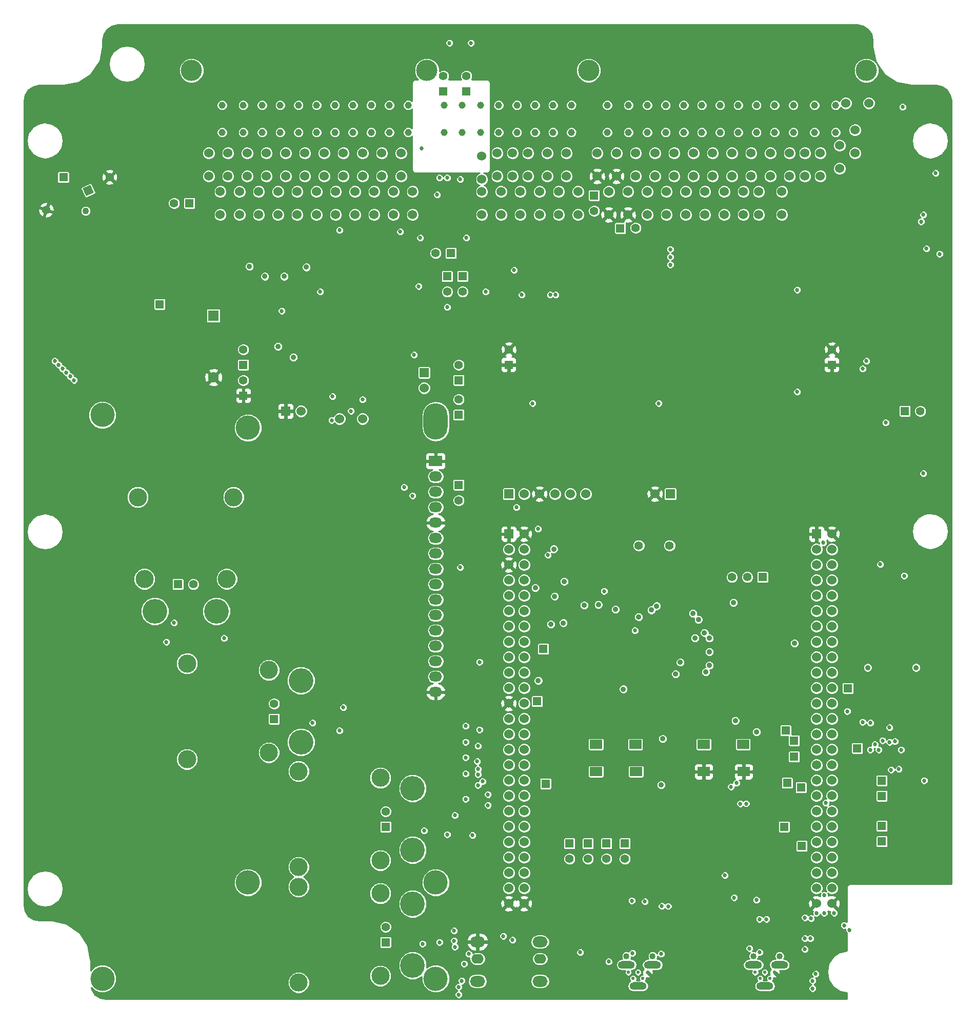
<source format=gbr>
G04 (created by PCBNEW (2013-07-07 BZR 4022)-stable) date 7/10/2014 10:27:13 PM*
%MOIN*%
G04 Gerber Fmt 3.4, Leading zero omitted, Abs format*
%FSLAX34Y34*%
G01*
G70*
G90*
G04 APERTURE LIST*
%ADD10C,0.00393701*%
%ADD11C,0.1575*%
%ADD12O,0.085X0.065*%
%ADD13R,0.085X0.065*%
%ADD14O,0.15748X0.23622*%
%ADD15C,0.06*%
%ADD16C,0.0453*%
%ADD17C,0.1378*%
%ADD18R,0.055X0.055*%
%ADD19C,0.055*%
%ADD20R,0.06X0.06*%
%ADD21C,0.056*%
%ADD22R,0.0787402X0.0590551*%
%ADD23C,0.07*%
%ADD24R,0.07X0.07*%
%ADD25C,0.035*%
%ADD26C,0.022*%
%ADD27O,0.11X0.05*%
%ADD28C,0.04*%
%ADD29O,0.0787X0.063*%
%ADD30O,0.0984X0.0709*%
%ADD31C,0.1181*%
%ADD32C,0.16*%
%ADD33C,0.027*%
%ADD34C,0.043*%
%ADD35C,0.065*%
%ADD36C,0.0085*%
G04 APERTURE END LIST*
G54D10*
G54D11*
X57295Y-42584D03*
X57295Y-72112D03*
X69500Y-72112D03*
G54D12*
X69500Y-58750D03*
X69500Y-59750D03*
G54D13*
X69500Y-44750D03*
G54D12*
X69500Y-45750D03*
X69500Y-46750D03*
X69500Y-47750D03*
X69500Y-48750D03*
X69500Y-49750D03*
X69500Y-50750D03*
X69500Y-51750D03*
X69500Y-52750D03*
X69500Y-53750D03*
X69500Y-54750D03*
X69500Y-55750D03*
X69500Y-56750D03*
X69500Y-57750D03*
G54D14*
X69500Y-42167D03*
G54D11*
X69500Y-78364D03*
X47845Y-41750D03*
X47846Y-78364D03*
G54D15*
X78000Y-24750D03*
X78000Y-26250D03*
X61000Y-24750D03*
X61000Y-26250D03*
X59750Y-24750D03*
X59750Y-26250D03*
X58500Y-24750D03*
X58500Y-26250D03*
X57250Y-24750D03*
X57250Y-26250D03*
X54750Y-24750D03*
X54750Y-26250D03*
X56000Y-24750D03*
X56000Y-26250D03*
X87000Y-27250D03*
X87000Y-28750D03*
G54D16*
X55621Y-21628D03*
X55621Y-23400D03*
X56998Y-23400D03*
X56998Y-21628D03*
X61762Y-21628D03*
X61762Y-23400D03*
X60581Y-23400D03*
X60581Y-21628D03*
X58219Y-21628D03*
X58219Y-23400D03*
X59400Y-23400D03*
X59400Y-21628D03*
X64124Y-21628D03*
X64124Y-23400D03*
X62943Y-23400D03*
X62943Y-21628D03*
X65305Y-21628D03*
X65305Y-23400D03*
X66486Y-23400D03*
X66486Y-21628D03*
X73592Y-21628D03*
X73592Y-23400D03*
X72411Y-23400D03*
X72411Y-21628D03*
X70049Y-21628D03*
X70049Y-23400D03*
X71230Y-23400D03*
X71230Y-21628D03*
X75955Y-21628D03*
X75955Y-23400D03*
X74774Y-23400D03*
X74774Y-21628D03*
X77136Y-21628D03*
X77136Y-23400D03*
X67707Y-21628D03*
X67707Y-23400D03*
X78317Y-23400D03*
X78317Y-21628D03*
X82036Y-23400D03*
X82036Y-21628D03*
X80658Y-23400D03*
X80658Y-21628D03*
X86801Y-23400D03*
X86801Y-21628D03*
X85620Y-23400D03*
X85620Y-21628D03*
X83258Y-23400D03*
X83258Y-21628D03*
X84439Y-23400D03*
X84439Y-21628D03*
X89163Y-23400D03*
X89163Y-21628D03*
X87982Y-23400D03*
X87982Y-21628D03*
X90344Y-23400D03*
X90344Y-21628D03*
X91525Y-23400D03*
X91525Y-21628D03*
X92746Y-23400D03*
X92746Y-21628D03*
X94124Y-23400D03*
X94124Y-21628D03*
G54D17*
X53632Y-19384D03*
X68927Y-19384D03*
X79439Y-19384D03*
G54D16*
X95502Y-23400D03*
X95502Y-21628D03*
G54D17*
X97490Y-19384D03*
G54D15*
X75500Y-24750D03*
X75500Y-26250D03*
X77500Y-27250D03*
X77500Y-28750D03*
X76750Y-24750D03*
X76750Y-26250D03*
X78750Y-27250D03*
X78750Y-28750D03*
X80750Y-27250D03*
X80750Y-28750D03*
X80000Y-24750D03*
X80000Y-26250D03*
X82000Y-27250D03*
X82000Y-28750D03*
X81250Y-24750D03*
X81250Y-26250D03*
X83250Y-27250D03*
X83250Y-28750D03*
X82500Y-24750D03*
X82500Y-26250D03*
X84500Y-27250D03*
X84500Y-28750D03*
X83750Y-24750D03*
X83750Y-26250D03*
X85750Y-27250D03*
X85750Y-28750D03*
X85000Y-24750D03*
X85000Y-26250D03*
X76250Y-27250D03*
X76250Y-28750D03*
X86250Y-24750D03*
X86250Y-26250D03*
X88250Y-27250D03*
X88250Y-28750D03*
X87500Y-24750D03*
X87500Y-26250D03*
X89500Y-27250D03*
X89500Y-28750D03*
X88750Y-24750D03*
X88750Y-26250D03*
X90500Y-27250D03*
X90500Y-28750D03*
X90000Y-24750D03*
X90000Y-26250D03*
X92000Y-27250D03*
X92000Y-28750D03*
X91250Y-24750D03*
X91250Y-26250D03*
X93500Y-24750D03*
X93500Y-26250D03*
X92500Y-24750D03*
X92500Y-26250D03*
X95750Y-24250D03*
X95750Y-25750D03*
X94500Y-24750D03*
X94500Y-26250D03*
X96750Y-23250D03*
X96750Y-24750D03*
X96150Y-21500D03*
X97650Y-21500D03*
X65500Y-27250D03*
X65500Y-28750D03*
X56750Y-27250D03*
X56750Y-28750D03*
X58000Y-27250D03*
X58000Y-28750D03*
X59250Y-27250D03*
X59250Y-28750D03*
X60500Y-27250D03*
X60500Y-28750D03*
X61750Y-27250D03*
X61750Y-28750D03*
X63000Y-27250D03*
X63000Y-28750D03*
X62250Y-24750D03*
X62250Y-26250D03*
X64250Y-27250D03*
X64250Y-28750D03*
X63500Y-24750D03*
X63500Y-26250D03*
X55500Y-27250D03*
X55500Y-28750D03*
X64750Y-24750D03*
X64750Y-26250D03*
X66750Y-27250D03*
X66750Y-28750D03*
X66000Y-24750D03*
X66000Y-26250D03*
X68000Y-27250D03*
X68000Y-28750D03*
X67250Y-24750D03*
X67250Y-26250D03*
X72500Y-27250D03*
X72500Y-28750D03*
X72500Y-24950D03*
X72500Y-26450D03*
G54D18*
X74250Y-38500D03*
G54D19*
X74250Y-37500D03*
G54D18*
X95250Y-38500D03*
G54D19*
X95250Y-37500D03*
G54D18*
X70500Y-31250D03*
G54D19*
X69500Y-31250D03*
G54D18*
X78200Y-69584D03*
G54D19*
X78200Y-70584D03*
G54D18*
X79400Y-69584D03*
G54D19*
X79400Y-70584D03*
G54D18*
X80600Y-69584D03*
G54D19*
X80600Y-70584D03*
G54D18*
X81800Y-69584D03*
G54D19*
X81800Y-70584D03*
G54D18*
X90750Y-52284D03*
G54D19*
X89750Y-52284D03*
X88750Y-52284D03*
G54D20*
X74250Y-49484D03*
G54D15*
X75250Y-49484D03*
X74250Y-50484D03*
X75250Y-50484D03*
X74250Y-51484D03*
X75250Y-51484D03*
X74250Y-52484D03*
X75250Y-52484D03*
X74250Y-53484D03*
X75250Y-53484D03*
X74250Y-54484D03*
X75250Y-54484D03*
X74250Y-55484D03*
X75250Y-55484D03*
X74250Y-56484D03*
X75250Y-56484D03*
X74250Y-57484D03*
X75250Y-57484D03*
X74250Y-58484D03*
X75250Y-58484D03*
X74250Y-59484D03*
X75250Y-59484D03*
X74250Y-60484D03*
X75250Y-60484D03*
X74250Y-61484D03*
X75250Y-61484D03*
X74250Y-62484D03*
X75250Y-62484D03*
X74250Y-63484D03*
X75250Y-63484D03*
X74250Y-64484D03*
X75250Y-64484D03*
X74250Y-65484D03*
X75250Y-65484D03*
X74250Y-66484D03*
X75250Y-66484D03*
X74250Y-67484D03*
X75250Y-67484D03*
X74250Y-68484D03*
X75250Y-68484D03*
X74250Y-69484D03*
X75250Y-69484D03*
X74250Y-70484D03*
X75250Y-70484D03*
X74250Y-71484D03*
X75250Y-71484D03*
X74250Y-72484D03*
X75250Y-72484D03*
X74250Y-73484D03*
X75250Y-73484D03*
G54D20*
X94250Y-49484D03*
G54D15*
X95250Y-49484D03*
X94250Y-50484D03*
X95250Y-50484D03*
X94250Y-51484D03*
X95250Y-51484D03*
X94250Y-52484D03*
X95250Y-52484D03*
X94250Y-53484D03*
X95250Y-53484D03*
X94250Y-54484D03*
X95250Y-54484D03*
X94250Y-55484D03*
X95250Y-55484D03*
X94250Y-56484D03*
X95250Y-56484D03*
X94250Y-57484D03*
X95250Y-57484D03*
X94250Y-58484D03*
X95250Y-58484D03*
X94250Y-59484D03*
X95250Y-59484D03*
X94250Y-60484D03*
X95250Y-60484D03*
X94250Y-61484D03*
X95250Y-61484D03*
X94250Y-62484D03*
X95250Y-62484D03*
X94250Y-63484D03*
X95250Y-63484D03*
X94250Y-64484D03*
X95250Y-64484D03*
X94250Y-65484D03*
X95250Y-65484D03*
X94250Y-66484D03*
X95250Y-66484D03*
X94250Y-67484D03*
X95250Y-67484D03*
X94250Y-68484D03*
X95250Y-68484D03*
X94250Y-69484D03*
X95250Y-69484D03*
X94250Y-70484D03*
X95250Y-70484D03*
X94250Y-71484D03*
X95250Y-71484D03*
X94250Y-72484D03*
X95250Y-72484D03*
X94250Y-73484D03*
X95250Y-73484D03*
G54D20*
X84750Y-46884D03*
G54D15*
X83750Y-46884D03*
G54D20*
X74250Y-46884D03*
G54D15*
X75250Y-46884D03*
X76250Y-46884D03*
X77250Y-46884D03*
X78250Y-46884D03*
X79250Y-46884D03*
G54D21*
X82700Y-50234D03*
X84700Y-50234D03*
G54D22*
X86920Y-63148D03*
X89479Y-63148D03*
X89518Y-64919D03*
X86920Y-64919D03*
X79920Y-63148D03*
X82479Y-63148D03*
X82518Y-64919D03*
X79920Y-64919D03*
G54D18*
X51556Y-34560D03*
G54D23*
X55056Y-39310D03*
G54D24*
X55056Y-35310D03*
G54D10*
G36*
X46782Y-27541D02*
X46550Y-27043D01*
X47048Y-26810D01*
X47281Y-27309D01*
X46782Y-27541D01*
X46782Y-27541D01*
G37*
G54D19*
X44196Y-28443D03*
G54D18*
X45306Y-26310D03*
G54D19*
X48306Y-26310D03*
G54D18*
X53500Y-28000D03*
G54D19*
X52500Y-28000D03*
G54D20*
X59750Y-41500D03*
G54D15*
X60750Y-41500D03*
G54D18*
X71000Y-41750D03*
G54D19*
X71000Y-40750D03*
G54D18*
X71000Y-39500D03*
G54D19*
X71000Y-38500D03*
G54D25*
X97576Y-58158D03*
X100725Y-58158D03*
G54D18*
X81500Y-29625D03*
G54D19*
X82500Y-29600D03*
G54D18*
X79800Y-27500D03*
G54D19*
X79800Y-28500D03*
G54D18*
X100000Y-41500D03*
G54D19*
X101000Y-41500D03*
G54D18*
X57000Y-38500D03*
G54D19*
X57000Y-37500D03*
G54D18*
X57000Y-40500D03*
G54D19*
X57000Y-39500D03*
G54D20*
X68750Y-39000D03*
G54D15*
X68750Y-40000D03*
X74500Y-24750D03*
X74500Y-26250D03*
X75000Y-27250D03*
X75000Y-28750D03*
X73500Y-24750D03*
X73500Y-26250D03*
X73750Y-27250D03*
X73750Y-28750D03*
G54D26*
X82020Y-77953D03*
X82335Y-78346D03*
X82650Y-77953D03*
X82964Y-78346D03*
X83279Y-77953D03*
G54D27*
X82650Y-78838D03*
X81901Y-77461D03*
X83594Y-77461D03*
G54D28*
X81900Y-76900D03*
X83600Y-76900D03*
X90150Y-76900D03*
X91850Y-76900D03*
G54D26*
X90270Y-77953D03*
X90585Y-78346D03*
X90900Y-77953D03*
X91214Y-78346D03*
X91529Y-77953D03*
G54D27*
X90900Y-78838D03*
X90151Y-77461D03*
X91844Y-77461D03*
G54D18*
X71500Y-20750D03*
G54D19*
X71500Y-19750D03*
G54D18*
X70000Y-20750D03*
G54D19*
X70000Y-19750D03*
G54D29*
X72222Y-77072D03*
X76278Y-77072D03*
G54D30*
X76278Y-75970D03*
X72222Y-75970D03*
X76278Y-78530D03*
X72222Y-78530D03*
G54D18*
X70250Y-32750D03*
G54D19*
X70250Y-33750D03*
G54D18*
X71250Y-32750D03*
G54D19*
X71250Y-33750D03*
G54D15*
X64750Y-42000D03*
X63250Y-42000D03*
G54D18*
X71000Y-46300D03*
G54D19*
X71000Y-47300D03*
G54D18*
X92800Y-62900D03*
X93300Y-69750D03*
X96300Y-59500D03*
X92250Y-62250D03*
X96900Y-63400D03*
X92800Y-63950D03*
X98500Y-65500D03*
X92350Y-65650D03*
X98500Y-66500D03*
X93250Y-65950D03*
X76650Y-65700D03*
X76100Y-60350D03*
X76500Y-56950D03*
X98500Y-68450D03*
X92150Y-68500D03*
X98500Y-69450D03*
G54D31*
X60593Y-78610D03*
X60593Y-72390D03*
X65907Y-78177D03*
X65907Y-72823D03*
G54D18*
X66250Y-76000D03*
G54D19*
X66250Y-75000D03*
G54D32*
X68000Y-77500D03*
X68000Y-73500D03*
G54D31*
X60593Y-71110D03*
X60593Y-64890D03*
X65907Y-70677D03*
X65907Y-65323D03*
G54D18*
X66250Y-68500D03*
G54D19*
X66250Y-67500D03*
G54D32*
X68000Y-70000D03*
X68000Y-66000D03*
G54D31*
X53343Y-64110D03*
X53343Y-57890D03*
X58657Y-63677D03*
X58657Y-58323D03*
G54D18*
X59000Y-61500D03*
G54D19*
X59000Y-60500D03*
G54D32*
X60750Y-59000D03*
X60750Y-63000D03*
G54D31*
X50140Y-47093D03*
X56360Y-47093D03*
X50573Y-52407D03*
X55927Y-52407D03*
G54D18*
X52750Y-52750D03*
G54D19*
X53750Y-52750D03*
G54D32*
X55250Y-54500D03*
X51250Y-54500D03*
G54D25*
X76170Y-59004D03*
X77800Y-55259D03*
G54D33*
X84750Y-32000D03*
X72750Y-33750D03*
X101250Y-65500D03*
X70400Y-17600D03*
X71800Y-17600D03*
X93000Y-40250D03*
X84000Y-41000D03*
X75800Y-41000D03*
X68400Y-33400D03*
X71500Y-30250D03*
X68500Y-30250D03*
X88900Y-73100D03*
X88300Y-71650D03*
X68100Y-37850D03*
X62800Y-40550D03*
X62750Y-42100D03*
X76950Y-33950D03*
X77300Y-33950D03*
X75100Y-33950D03*
X74600Y-32350D03*
X93000Y-33632D03*
X45250Y-38750D03*
X45500Y-39000D03*
X45750Y-39250D03*
X46000Y-39500D03*
X45000Y-38500D03*
X44750Y-38250D03*
X69600Y-27450D03*
G54D25*
X77175Y-50459D03*
X81700Y-59559D03*
X88975Y-61609D03*
X88850Y-53934D03*
X84150Y-65784D03*
X81185Y-54384D03*
X83522Y-54423D03*
G54D33*
X72250Y-65800D03*
X64750Y-40750D03*
X64000Y-41500D03*
X67200Y-29850D03*
X63250Y-29750D03*
X67450Y-46450D03*
X68000Y-47000D03*
X71100Y-51650D03*
G54D34*
X46750Y-28500D03*
G54D25*
X83866Y-54158D03*
X75975Y-52984D03*
X80073Y-54068D03*
X77850Y-52564D03*
X77235Y-53529D03*
G54D33*
X52500Y-55250D03*
X68750Y-68750D03*
X61500Y-61750D03*
X99600Y-64750D03*
X99000Y-63000D03*
X68650Y-76100D03*
X99950Y-52200D03*
X99000Y-62050D03*
X98400Y-51450D03*
X97250Y-38750D03*
X84750Y-31500D03*
X98750Y-42250D03*
X97500Y-38250D03*
X84750Y-31000D03*
X97750Y-61750D03*
X97750Y-63500D03*
X101200Y-45550D03*
X96250Y-61000D03*
X62000Y-33750D03*
X59500Y-35000D03*
X96050Y-74900D03*
X71450Y-66700D03*
X71450Y-65050D03*
X73900Y-75600D03*
X96400Y-75200D03*
G54D25*
X85400Y-57821D03*
G54D33*
X71450Y-64000D03*
X71450Y-61950D03*
X71450Y-63000D03*
G54D25*
X58400Y-32755D03*
X57400Y-32105D03*
X61100Y-32155D03*
X59650Y-32755D03*
X60250Y-38005D03*
X59250Y-37305D03*
X86225Y-54634D03*
X86576Y-55038D03*
G54D33*
X80450Y-53200D03*
X76800Y-50850D03*
X82450Y-55750D03*
X74750Y-47750D03*
X76150Y-49150D03*
X101400Y-30950D03*
X101050Y-29200D03*
X99850Y-21750D03*
X102250Y-31300D03*
X98300Y-63500D03*
X91000Y-74500D03*
X90550Y-74500D03*
X94700Y-50050D03*
X94750Y-72950D03*
G54D25*
X92825Y-56584D03*
G54D33*
X84610Y-73660D03*
X89680Y-66990D03*
X88700Y-65900D03*
X82250Y-73300D03*
X89050Y-65650D03*
X83100Y-73350D03*
X82300Y-76700D03*
X89300Y-67000D03*
X84200Y-73650D03*
X72250Y-65100D03*
X72900Y-66400D03*
X72550Y-65550D03*
X72900Y-67100D03*
X52000Y-56500D03*
X63250Y-62250D03*
X70250Y-69000D03*
X69750Y-76000D03*
X99750Y-63500D03*
X70750Y-76300D03*
X98550Y-62900D03*
G54D25*
X87284Y-56253D03*
G54D33*
X99350Y-62950D03*
X94850Y-66950D03*
X93850Y-75750D03*
X93900Y-74450D03*
X74500Y-75850D03*
X70250Y-34750D03*
X78900Y-76650D03*
X93500Y-74400D03*
X93500Y-75750D03*
G54D25*
X90350Y-62334D03*
X85095Y-58580D03*
X87289Y-58019D03*
X87058Y-58451D03*
X87289Y-57143D03*
G54D33*
X72250Y-63250D03*
X72200Y-64250D03*
X72250Y-64750D03*
X72350Y-57800D03*
X72350Y-62200D03*
X70700Y-75900D03*
X71900Y-69050D03*
X71650Y-76750D03*
X70700Y-75250D03*
X55750Y-56250D03*
X63500Y-60750D03*
X70750Y-67750D03*
X80750Y-77250D03*
X84150Y-76750D03*
X89900Y-76400D03*
X93500Y-76450D03*
X99100Y-64800D03*
X98050Y-63150D03*
X71350Y-77400D03*
X97250Y-61700D03*
X94200Y-78050D03*
X94250Y-74100D03*
X71200Y-78500D03*
G54D25*
X86969Y-55895D03*
G54D33*
X94750Y-74100D03*
X94000Y-78500D03*
X71000Y-78900D03*
X95400Y-74100D03*
X94000Y-79000D03*
X71000Y-79400D03*
G54D25*
X86351Y-56242D03*
G54D33*
X87750Y-51550D03*
X54000Y-55250D03*
X68750Y-67250D03*
X61500Y-60250D03*
X99400Y-24350D03*
X100150Y-25050D03*
X100300Y-24700D03*
X99950Y-24700D03*
X100100Y-24350D03*
X99750Y-24350D03*
X100500Y-25050D03*
X98750Y-23500D03*
X98400Y-23500D03*
X98800Y-22300D03*
X98950Y-22600D03*
X98600Y-22600D03*
X98250Y-22600D03*
X98050Y-22900D03*
X98400Y-22900D03*
X98750Y-22900D03*
X99100Y-22900D03*
X98950Y-23200D03*
X98600Y-23200D03*
X98250Y-23200D03*
X98050Y-23500D03*
X100050Y-23200D03*
X100050Y-22850D03*
X100050Y-22500D03*
X100050Y-22150D03*
X102300Y-22350D03*
X102000Y-22200D03*
X100700Y-22450D03*
X100700Y-22800D03*
X100350Y-22700D03*
X100350Y-23000D03*
X100350Y-22350D03*
X100350Y-22000D03*
X100700Y-22100D03*
X101050Y-22000D03*
X101050Y-22350D03*
X101050Y-22700D03*
X101350Y-22150D03*
X101700Y-22150D03*
X102650Y-22500D03*
X102750Y-22750D03*
X100050Y-23550D03*
X100050Y-23900D03*
X99100Y-23500D03*
X98950Y-23800D03*
X98600Y-23800D03*
X98250Y-23800D03*
X98050Y-24100D03*
X98400Y-24100D03*
X98750Y-24100D03*
X98400Y-22300D03*
X98050Y-22300D03*
X102300Y-21500D03*
X102650Y-21500D03*
X100550Y-21500D03*
X100200Y-21500D03*
X99900Y-21200D03*
X101950Y-21500D03*
X101600Y-21500D03*
X101250Y-21500D03*
X100900Y-21500D03*
X101450Y-21200D03*
X101800Y-21200D03*
X101100Y-21200D03*
X100750Y-21200D03*
X100400Y-21200D03*
X100200Y-20900D03*
X100550Y-20900D03*
X100900Y-20900D03*
X99950Y-20500D03*
X100350Y-20600D03*
X100700Y-20600D03*
X101100Y-20600D03*
X101400Y-20600D03*
X101750Y-20600D03*
X102100Y-20600D03*
X102700Y-20900D03*
X102300Y-20900D03*
X101950Y-20900D03*
X101600Y-20900D03*
X101250Y-20900D03*
X99500Y-20450D03*
X99150Y-20450D03*
X102900Y-21750D03*
X102900Y-21200D03*
X102500Y-21200D03*
X102150Y-21200D03*
X97800Y-20900D03*
X97400Y-20900D03*
X97050Y-20900D03*
X96650Y-20900D03*
X95650Y-20900D03*
X95650Y-20250D03*
X95850Y-20600D03*
X95950Y-20900D03*
X96300Y-20900D03*
X96150Y-20600D03*
X96500Y-20600D03*
X97600Y-20600D03*
X97250Y-20600D03*
X96850Y-20600D03*
X98800Y-20450D03*
X98450Y-20450D03*
X102250Y-26750D03*
X102250Y-27250D03*
X102000Y-27500D03*
X99200Y-29450D03*
X98900Y-29450D03*
X98600Y-29450D03*
X98300Y-29450D03*
X97950Y-29450D03*
X98150Y-29200D03*
X98450Y-29200D03*
X98750Y-29200D03*
X99050Y-29200D03*
X99350Y-29200D03*
X97800Y-30100D03*
X98150Y-30100D03*
X98450Y-30100D03*
X98750Y-30100D03*
X99000Y-30100D03*
X99250Y-29900D03*
X98900Y-29900D03*
X98600Y-29900D03*
X98300Y-29900D03*
X97950Y-29900D03*
X97750Y-29650D03*
X98100Y-29650D03*
X98450Y-29650D03*
X98750Y-29650D03*
X99050Y-29650D03*
X99400Y-29650D03*
X99650Y-29850D03*
X99500Y-30100D03*
X99650Y-30250D03*
X68650Y-74900D03*
X99100Y-24100D03*
X98100Y-62000D03*
X102150Y-58800D03*
X96850Y-58850D03*
X96600Y-61850D03*
X101850Y-61950D03*
X100600Y-61150D03*
X64150Y-38900D03*
X67450Y-37150D03*
X64100Y-37450D03*
X63225Y-39475D03*
X80000Y-74150D03*
X79150Y-74850D03*
X101250Y-64750D03*
X96750Y-64250D03*
X88250Y-78950D03*
X88250Y-75950D03*
X82600Y-73450D03*
X85500Y-41000D03*
X93750Y-41000D03*
X77250Y-41000D03*
X59550Y-32200D03*
G54D35*
X54306Y-32060D03*
X55056Y-32810D03*
G54D33*
X58650Y-32250D03*
X70500Y-36950D03*
X70400Y-36050D03*
X85450Y-61750D03*
X76500Y-31450D03*
X76300Y-31700D03*
X75950Y-31700D03*
X75500Y-31600D03*
X75800Y-31450D03*
X76150Y-31450D03*
X87300Y-75800D03*
X92250Y-72200D03*
X92250Y-74200D03*
X89900Y-73250D03*
X94750Y-45750D03*
X98750Y-45750D03*
X56600Y-33300D03*
X56950Y-33300D03*
X57350Y-33300D03*
X57800Y-33300D03*
X57550Y-33550D03*
X57200Y-33550D03*
X56800Y-33555D03*
X56600Y-33850D03*
X56950Y-33850D03*
X57350Y-33850D03*
X57800Y-33850D03*
X62000Y-36350D03*
X70500Y-28250D03*
X68750Y-29000D03*
X71250Y-29000D03*
X91900Y-76350D03*
X89100Y-70500D03*
X89350Y-73350D03*
X89750Y-72450D03*
X88100Y-73250D03*
X79250Y-78450D03*
X80250Y-75700D03*
X99250Y-46250D03*
X73350Y-30400D03*
X73600Y-30050D03*
X73700Y-29550D03*
X74150Y-29550D03*
X73950Y-29850D03*
X73950Y-30250D03*
X74350Y-30250D03*
X74350Y-29850D03*
X74600Y-29550D03*
X74950Y-29550D03*
X75300Y-29550D03*
X75650Y-29550D03*
X76050Y-29550D03*
X76350Y-29550D03*
X76550Y-29850D03*
X76200Y-29850D03*
X75850Y-29850D03*
X75450Y-30050D03*
X64750Y-30500D03*
X66750Y-42250D03*
X79750Y-29950D03*
X81600Y-33450D03*
X80700Y-34850D03*
X80350Y-34850D03*
X80200Y-34500D03*
X80550Y-34500D03*
X80400Y-34150D03*
X80400Y-33800D03*
X80200Y-33550D03*
X80400Y-33350D03*
X74100Y-31650D03*
X74450Y-31350D03*
X80650Y-30900D03*
X80650Y-31400D03*
X76500Y-35000D03*
X76400Y-34750D03*
X76750Y-34750D03*
X76200Y-34400D03*
X76600Y-34400D03*
X76400Y-34100D03*
X76300Y-33700D03*
X76600Y-33750D03*
X76600Y-33400D03*
X77250Y-33100D03*
X76900Y-33100D03*
X76550Y-33100D03*
X76250Y-33400D03*
X74550Y-33050D03*
X75000Y-33100D03*
X75350Y-33300D03*
X93100Y-30300D03*
X92750Y-30300D03*
X92900Y-30050D03*
X93150Y-29800D03*
X92750Y-29750D03*
X92950Y-29500D03*
X92650Y-28850D03*
X96800Y-33400D03*
G54D25*
X93600Y-34857D03*
X92800Y-31007D03*
G54D33*
X92950Y-31700D03*
X92950Y-31400D03*
X93150Y-31200D03*
X94000Y-32900D03*
X94100Y-31550D03*
X94450Y-31650D03*
X94750Y-31500D03*
X94950Y-31700D03*
X94000Y-33250D03*
X93350Y-33100D03*
X93650Y-33250D03*
X94050Y-33650D03*
X94750Y-34850D03*
X95050Y-34950D03*
X95200Y-34650D03*
X94750Y-34450D03*
X95100Y-34300D03*
X94850Y-34150D03*
X95150Y-33900D03*
X94850Y-33850D03*
X95000Y-33150D03*
X95000Y-33500D03*
X101300Y-30000D03*
X99850Y-32150D03*
X99900Y-31400D03*
X99650Y-31750D03*
X99450Y-32050D03*
X99050Y-32100D03*
X98650Y-32100D03*
X98900Y-31750D03*
X99250Y-31700D03*
X99650Y-30850D03*
X99450Y-31350D03*
X99300Y-31050D03*
X99050Y-31350D03*
X98700Y-31350D03*
X98850Y-31000D03*
X98500Y-31000D03*
X98150Y-31000D03*
X97800Y-31000D03*
X97700Y-29050D03*
X97450Y-29300D03*
X97400Y-29000D03*
X97150Y-29200D03*
X97000Y-29000D03*
X96800Y-29150D03*
X96650Y-29000D03*
X96450Y-29150D03*
X96300Y-28900D03*
X96100Y-28650D03*
X96050Y-29100D03*
X96850Y-31600D03*
X96850Y-31250D03*
X97100Y-30750D03*
X97100Y-30450D03*
X97100Y-30150D03*
X97100Y-29837D03*
X96100Y-30500D03*
X96100Y-30000D03*
X96000Y-29500D03*
X95850Y-29750D03*
X95600Y-30000D03*
X95850Y-30250D03*
X95713Y-29463D03*
X95500Y-29700D03*
X95240Y-29950D03*
X95347Y-30252D03*
X95600Y-30400D03*
X95000Y-29100D03*
X94750Y-27000D03*
X94750Y-27500D03*
X94650Y-28500D03*
X94650Y-28000D03*
X94900Y-27750D03*
X94900Y-28250D03*
X94900Y-28750D03*
X101000Y-27250D03*
X101000Y-26750D03*
X101000Y-26250D03*
X101000Y-25750D03*
X100750Y-25500D03*
X100750Y-26000D03*
X100750Y-26500D03*
X100750Y-27000D03*
X100250Y-27500D03*
X100750Y-27500D03*
X100500Y-27250D03*
X100500Y-26750D03*
X100500Y-26250D03*
X100500Y-25750D03*
X100250Y-25500D03*
X100250Y-26000D03*
X100250Y-26500D03*
X100250Y-27000D03*
X98750Y-26250D03*
X98250Y-26250D03*
X97750Y-26250D03*
X97250Y-26250D03*
X97000Y-26500D03*
X97500Y-26500D03*
X98000Y-26500D03*
X98500Y-26500D03*
X98750Y-26750D03*
X98500Y-27000D03*
X98250Y-26750D03*
X98000Y-27000D03*
X97750Y-26750D03*
X97500Y-27000D03*
X97250Y-26750D03*
X97000Y-27000D03*
X79750Y-31500D03*
X94000Y-34750D03*
X52500Y-21500D03*
G54D25*
X92370Y-64884D03*
X77310Y-52344D03*
X79961Y-56815D03*
X92400Y-52984D03*
X92900Y-54409D03*
X87150Y-50184D03*
X82750Y-51234D03*
X92400Y-47584D03*
X81107Y-52276D03*
X78300Y-48884D03*
X81450Y-47534D03*
X80650Y-48334D03*
X78850Y-47884D03*
X78914Y-49892D03*
G54D35*
X51556Y-39060D03*
X49056Y-33560D03*
X49056Y-31810D03*
X52056Y-31310D03*
X52056Y-29810D03*
X53556Y-29810D03*
X52806Y-30560D03*
X53556Y-31310D03*
X52806Y-32060D03*
X52056Y-32810D03*
X52806Y-33560D03*
X53556Y-32810D03*
X55056Y-34310D03*
X54306Y-33560D03*
X55056Y-31310D03*
X54306Y-30560D03*
X50306Y-28810D03*
G54D25*
X90800Y-31057D03*
X88800Y-31007D03*
X86550Y-31007D03*
X84250Y-31007D03*
X82250Y-31007D03*
X74300Y-31007D03*
X78900Y-38757D03*
X73100Y-34857D03*
X75100Y-34857D03*
X77100Y-34857D03*
X79100Y-34857D03*
X81100Y-34857D03*
X83100Y-34857D03*
X85600Y-34857D03*
X87600Y-34857D03*
X89600Y-34857D03*
X91600Y-34857D03*
X82400Y-38757D03*
X87150Y-38757D03*
X90650Y-38757D03*
X95600Y-34857D03*
X93375Y-39157D03*
X85125Y-39132D03*
X76875Y-39132D03*
X60275Y-33855D03*
X60525Y-33355D03*
X60775Y-33855D03*
X61025Y-33355D03*
X61275Y-33855D03*
X61525Y-33355D03*
X59650Y-38505D03*
X59400Y-39005D03*
X59150Y-38505D03*
X58900Y-39005D03*
X58650Y-38505D03*
X58375Y-39005D03*
X57800Y-29505D03*
X59475Y-29455D03*
X60850Y-29505D03*
X56500Y-29555D03*
X58050Y-35305D03*
X59950Y-35355D03*
X59600Y-34405D03*
X58400Y-34405D03*
X57400Y-35055D03*
X61100Y-35055D03*
X59250Y-40255D03*
X60300Y-39505D03*
G54D33*
X101200Y-28750D03*
X102000Y-26050D03*
X90550Y-76650D03*
X90350Y-73250D03*
X68600Y-24450D03*
X70250Y-26350D03*
X69750Y-26350D03*
X71100Y-26450D03*
G54D25*
X82689Y-54867D03*
X79150Y-54115D03*
X76993Y-55349D03*
X84250Y-62784D03*
G54D10*
G36*
X103010Y-72207D02*
X102820Y-72207D01*
X102820Y-49348D01*
X102820Y-49309D01*
X102820Y-49270D01*
X102820Y-23980D01*
X102820Y-23940D01*
X102820Y-23901D01*
X102820Y-23901D01*
X102820Y-23901D01*
X102745Y-23525D01*
X102745Y-23524D01*
X102715Y-23451D01*
X102501Y-23131D01*
X102445Y-23075D01*
X102444Y-23075D01*
X102126Y-22862D01*
X102053Y-22832D01*
X102051Y-22832D01*
X101677Y-22757D01*
X101676Y-22756D01*
X101597Y-22756D01*
X101221Y-22831D01*
X101220Y-22831D01*
X101147Y-22862D01*
X100827Y-23076D01*
X100771Y-23132D01*
X100771Y-23133D01*
X100558Y-23451D01*
X100528Y-23524D01*
X100528Y-23525D01*
X100453Y-23901D01*
X100453Y-23901D01*
X100453Y-23901D01*
X100453Y-23940D01*
X100453Y-23980D01*
X100453Y-23980D01*
X100453Y-23980D01*
X100528Y-24355D01*
X100528Y-24357D01*
X100558Y-24430D01*
X100771Y-24748D01*
X100771Y-24749D01*
X100827Y-24805D01*
X101147Y-25019D01*
X101220Y-25049D01*
X101221Y-25049D01*
X101597Y-25124D01*
X101676Y-25124D01*
X101677Y-25124D01*
X102051Y-25049D01*
X102053Y-25049D01*
X102126Y-25019D01*
X102444Y-24806D01*
X102445Y-24805D01*
X102501Y-24750D01*
X102715Y-24430D01*
X102745Y-24357D01*
X102745Y-24356D01*
X102820Y-23980D01*
X102820Y-23980D01*
X102820Y-23980D01*
X102820Y-49270D01*
X102820Y-49270D01*
X102820Y-49269D01*
X102745Y-48894D01*
X102745Y-48892D01*
X102715Y-48819D01*
X102512Y-48516D01*
X102512Y-31248D01*
X102472Y-31151D01*
X102398Y-31077D01*
X102302Y-31037D01*
X102262Y-31037D01*
X102262Y-25998D01*
X102222Y-25901D01*
X102148Y-25827D01*
X102052Y-25787D01*
X101948Y-25787D01*
X101851Y-25827D01*
X101777Y-25901D01*
X101737Y-25997D01*
X101737Y-26101D01*
X101777Y-26198D01*
X101851Y-26272D01*
X101947Y-26312D01*
X102051Y-26312D01*
X102148Y-26272D01*
X102222Y-26198D01*
X102262Y-26102D01*
X102262Y-25998D01*
X102262Y-31037D01*
X102198Y-31037D01*
X102101Y-31077D01*
X102027Y-31151D01*
X101987Y-31247D01*
X101987Y-31351D01*
X102027Y-31448D01*
X102101Y-31522D01*
X102197Y-31562D01*
X102301Y-31562D01*
X102398Y-31522D01*
X102472Y-31448D01*
X102512Y-31352D01*
X102512Y-31248D01*
X102512Y-48516D01*
X102501Y-48500D01*
X102445Y-48444D01*
X102444Y-48443D01*
X102126Y-48231D01*
X102053Y-48200D01*
X102051Y-48200D01*
X101677Y-48126D01*
X101676Y-48125D01*
X101662Y-48125D01*
X101662Y-30898D01*
X101622Y-30801D01*
X101548Y-30727D01*
X101462Y-30691D01*
X101462Y-28698D01*
X101422Y-28601D01*
X101348Y-28527D01*
X101252Y-28487D01*
X101148Y-28487D01*
X101051Y-28527D01*
X100977Y-28601D01*
X100937Y-28697D01*
X100937Y-28801D01*
X100977Y-28898D01*
X101016Y-28937D01*
X100998Y-28937D01*
X100901Y-28977D01*
X100827Y-29051D01*
X100787Y-29147D01*
X100787Y-29251D01*
X100827Y-29348D01*
X100901Y-29422D01*
X100997Y-29462D01*
X101101Y-29462D01*
X101198Y-29422D01*
X101272Y-29348D01*
X101312Y-29252D01*
X101312Y-29148D01*
X101272Y-29051D01*
X101233Y-29012D01*
X101251Y-29012D01*
X101348Y-28972D01*
X101422Y-28898D01*
X101462Y-28802D01*
X101462Y-28698D01*
X101462Y-30691D01*
X101452Y-30687D01*
X101348Y-30687D01*
X101251Y-30727D01*
X101177Y-30801D01*
X101137Y-30897D01*
X101137Y-31001D01*
X101177Y-31098D01*
X101251Y-31172D01*
X101347Y-31212D01*
X101451Y-31212D01*
X101548Y-31172D01*
X101622Y-31098D01*
X101662Y-31002D01*
X101662Y-30898D01*
X101662Y-48125D01*
X101597Y-48125D01*
X101462Y-48152D01*
X101462Y-45498D01*
X101422Y-45401D01*
X101402Y-45381D01*
X101402Y-41420D01*
X101341Y-41272D01*
X101228Y-41158D01*
X101080Y-41097D01*
X100920Y-41097D01*
X100772Y-41158D01*
X100658Y-41271D01*
X100597Y-41419D01*
X100597Y-41579D01*
X100658Y-41727D01*
X100771Y-41841D01*
X100919Y-41902D01*
X101079Y-41902D01*
X101227Y-41841D01*
X101341Y-41728D01*
X101402Y-41580D01*
X101402Y-41420D01*
X101402Y-45381D01*
X101348Y-45327D01*
X101252Y-45287D01*
X101148Y-45287D01*
X101051Y-45327D01*
X100977Y-45401D01*
X100937Y-45497D01*
X100937Y-45601D01*
X100977Y-45698D01*
X101051Y-45772D01*
X101147Y-45812D01*
X101251Y-45812D01*
X101348Y-45772D01*
X101422Y-45698D01*
X101462Y-45602D01*
X101462Y-45498D01*
X101462Y-48152D01*
X101221Y-48200D01*
X101220Y-48200D01*
X101147Y-48230D01*
X100827Y-48444D01*
X100771Y-48500D01*
X100771Y-48502D01*
X100558Y-48819D01*
X100528Y-48892D01*
X100528Y-48894D01*
X100453Y-49269D01*
X100453Y-49270D01*
X100453Y-49270D01*
X100453Y-49309D01*
X100453Y-49348D01*
X100453Y-49349D01*
X100453Y-49349D01*
X100528Y-49724D01*
X100528Y-49726D01*
X100558Y-49799D01*
X100771Y-50116D01*
X100771Y-50118D01*
X100827Y-50174D01*
X101147Y-50388D01*
X101220Y-50418D01*
X101221Y-50418D01*
X101597Y-50493D01*
X101676Y-50493D01*
X101677Y-50492D01*
X102051Y-50418D01*
X102053Y-50418D01*
X102126Y-50387D01*
X102444Y-50175D01*
X102445Y-50174D01*
X102501Y-50118D01*
X102715Y-49799D01*
X102745Y-49726D01*
X102745Y-49724D01*
X102820Y-49349D01*
X102820Y-49348D01*
X102820Y-49348D01*
X102820Y-72207D01*
X101512Y-72207D01*
X101512Y-65448D01*
X101472Y-65351D01*
X101398Y-65277D01*
X101302Y-65237D01*
X101198Y-65237D01*
X101101Y-65277D01*
X101028Y-65350D01*
X101028Y-58098D01*
X100982Y-57987D01*
X100897Y-57902D01*
X100786Y-57856D01*
X100666Y-57856D01*
X100554Y-57902D01*
X100469Y-57987D01*
X100423Y-58098D01*
X100423Y-58218D01*
X100469Y-58329D01*
X100554Y-58414D01*
X100665Y-58461D01*
X100785Y-58461D01*
X100897Y-58415D01*
X100982Y-58330D01*
X101028Y-58219D01*
X101028Y-58098D01*
X101028Y-65350D01*
X101027Y-65351D01*
X100987Y-65447D01*
X100987Y-65551D01*
X101027Y-65648D01*
X101101Y-65722D01*
X101197Y-65762D01*
X101301Y-65762D01*
X101398Y-65722D01*
X101472Y-65648D01*
X101512Y-65552D01*
X101512Y-65448D01*
X101512Y-72207D01*
X100402Y-72207D01*
X100402Y-41749D01*
X100402Y-41199D01*
X100383Y-41152D01*
X100347Y-41116D01*
X100300Y-41097D01*
X100249Y-41097D01*
X100112Y-41097D01*
X100112Y-21698D01*
X100072Y-21601D01*
X99998Y-21527D01*
X99902Y-21487D01*
X99798Y-21487D01*
X99701Y-21527D01*
X99627Y-21601D01*
X99587Y-21697D01*
X99587Y-21801D01*
X99627Y-21898D01*
X99701Y-21972D01*
X99797Y-22012D01*
X99901Y-22012D01*
X99998Y-21972D01*
X100072Y-21898D01*
X100112Y-21802D01*
X100112Y-21698D01*
X100112Y-41097D01*
X99699Y-41097D01*
X99652Y-41116D01*
X99616Y-41152D01*
X99597Y-41199D01*
X99597Y-41250D01*
X99597Y-41800D01*
X99616Y-41847D01*
X99652Y-41883D01*
X99699Y-41902D01*
X99750Y-41902D01*
X100300Y-41902D01*
X100347Y-41883D01*
X100383Y-41847D01*
X100402Y-41800D01*
X100402Y-41749D01*
X100402Y-72207D01*
X100212Y-72207D01*
X100212Y-52148D01*
X100172Y-52051D01*
X100098Y-51977D01*
X100002Y-51937D01*
X99898Y-51937D01*
X99801Y-51977D01*
X99727Y-52051D01*
X99687Y-52147D01*
X99687Y-52251D01*
X99727Y-52348D01*
X99801Y-52422D01*
X99897Y-52462D01*
X100001Y-52462D01*
X100098Y-52422D01*
X100172Y-52348D01*
X100212Y-52252D01*
X100212Y-52148D01*
X100212Y-72207D01*
X100012Y-72207D01*
X100012Y-63448D01*
X99972Y-63351D01*
X99898Y-63277D01*
X99802Y-63237D01*
X99698Y-63237D01*
X99612Y-63272D01*
X99612Y-62898D01*
X99572Y-62801D01*
X99498Y-62727D01*
X99402Y-62687D01*
X99298Y-62687D01*
X99262Y-62702D01*
X99262Y-61998D01*
X99222Y-61901D01*
X99148Y-61827D01*
X99052Y-61787D01*
X99012Y-61787D01*
X99012Y-42198D01*
X98972Y-42101D01*
X98898Y-42027D01*
X98802Y-41987D01*
X98698Y-41987D01*
X98601Y-42027D01*
X98527Y-42101D01*
X98487Y-42197D01*
X98487Y-42301D01*
X98527Y-42398D01*
X98601Y-42472D01*
X98697Y-42512D01*
X98801Y-42512D01*
X98898Y-42472D01*
X98972Y-42398D01*
X99012Y-42302D01*
X99012Y-42198D01*
X99012Y-61787D01*
X98948Y-61787D01*
X98851Y-61827D01*
X98777Y-61901D01*
X98737Y-61997D01*
X98737Y-62101D01*
X98777Y-62198D01*
X98851Y-62272D01*
X98947Y-62312D01*
X99051Y-62312D01*
X99148Y-62272D01*
X99222Y-62198D01*
X99262Y-62102D01*
X99262Y-61998D01*
X99262Y-62702D01*
X99201Y-62727D01*
X99150Y-62778D01*
X99148Y-62777D01*
X99052Y-62737D01*
X98948Y-62737D01*
X98851Y-62777D01*
X98803Y-62825D01*
X98772Y-62751D01*
X98698Y-62677D01*
X98662Y-62662D01*
X98662Y-51398D01*
X98622Y-51301D01*
X98548Y-51227D01*
X98452Y-51187D01*
X98348Y-51187D01*
X98251Y-51227D01*
X98177Y-51301D01*
X98137Y-51397D01*
X98137Y-51501D01*
X98177Y-51598D01*
X98251Y-51672D01*
X98347Y-51712D01*
X98451Y-51712D01*
X98548Y-51672D01*
X98622Y-51598D01*
X98662Y-51502D01*
X98662Y-51398D01*
X98662Y-62662D01*
X98602Y-62637D01*
X98498Y-62637D01*
X98401Y-62677D01*
X98327Y-62751D01*
X98287Y-62847D01*
X98287Y-62951D01*
X98327Y-63048D01*
X98401Y-63122D01*
X98497Y-63162D01*
X98601Y-63162D01*
X98698Y-63122D01*
X98746Y-63074D01*
X98777Y-63148D01*
X98851Y-63222D01*
X98947Y-63262D01*
X99051Y-63262D01*
X99148Y-63222D01*
X99199Y-63171D01*
X99201Y-63172D01*
X99297Y-63212D01*
X99401Y-63212D01*
X99498Y-63172D01*
X99572Y-63098D01*
X99612Y-63002D01*
X99612Y-62898D01*
X99612Y-63272D01*
X99601Y-63277D01*
X99527Y-63351D01*
X99487Y-63447D01*
X99487Y-63551D01*
X99527Y-63648D01*
X99601Y-63722D01*
X99697Y-63762D01*
X99801Y-63762D01*
X99898Y-63722D01*
X99972Y-63648D01*
X100012Y-63552D01*
X100012Y-63448D01*
X100012Y-72207D01*
X99862Y-72207D01*
X99862Y-64698D01*
X99822Y-64601D01*
X99748Y-64527D01*
X99652Y-64487D01*
X99548Y-64487D01*
X99451Y-64527D01*
X99377Y-64601D01*
X99339Y-64692D01*
X99322Y-64651D01*
X99248Y-64577D01*
X99152Y-64537D01*
X99048Y-64537D01*
X98951Y-64577D01*
X98877Y-64651D01*
X98837Y-64747D01*
X98837Y-64851D01*
X98877Y-64948D01*
X98951Y-65022D01*
X99047Y-65062D01*
X99151Y-65062D01*
X99248Y-65022D01*
X99322Y-64948D01*
X99360Y-64857D01*
X99377Y-64898D01*
X99451Y-64972D01*
X99547Y-65012D01*
X99651Y-65012D01*
X99748Y-64972D01*
X99822Y-64898D01*
X99862Y-64802D01*
X99862Y-64698D01*
X99862Y-72207D01*
X98902Y-72207D01*
X98902Y-69699D01*
X98902Y-69149D01*
X98902Y-68699D01*
X98902Y-68149D01*
X98902Y-66749D01*
X98902Y-66199D01*
X98902Y-65749D01*
X98902Y-65199D01*
X98883Y-65152D01*
X98847Y-65116D01*
X98800Y-65097D01*
X98749Y-65097D01*
X98562Y-65097D01*
X98562Y-63448D01*
X98522Y-63351D01*
X98448Y-63277D01*
X98352Y-63237D01*
X98297Y-63237D01*
X98312Y-63202D01*
X98312Y-63098D01*
X98272Y-63001D01*
X98198Y-62927D01*
X98102Y-62887D01*
X98077Y-62887D01*
X98077Y-21415D01*
X98012Y-21258D01*
X97892Y-21137D01*
X97735Y-21072D01*
X97565Y-21072D01*
X97408Y-21137D01*
X97287Y-21257D01*
X97222Y-21414D01*
X97222Y-21584D01*
X97287Y-21741D01*
X97407Y-21862D01*
X97564Y-21927D01*
X97734Y-21927D01*
X97891Y-21862D01*
X98012Y-21742D01*
X98077Y-21585D01*
X98077Y-21415D01*
X98077Y-62887D01*
X98012Y-62887D01*
X98012Y-61698D01*
X97972Y-61601D01*
X97898Y-61527D01*
X97878Y-61519D01*
X97878Y-58098D01*
X97832Y-57987D01*
X97762Y-57916D01*
X97762Y-38198D01*
X97722Y-38101D01*
X97648Y-38027D01*
X97552Y-37987D01*
X97448Y-37987D01*
X97351Y-38027D01*
X97277Y-38101D01*
X97237Y-38197D01*
X97237Y-38301D01*
X97277Y-38398D01*
X97351Y-38472D01*
X97447Y-38512D01*
X97551Y-38512D01*
X97648Y-38472D01*
X97722Y-38398D01*
X97762Y-38302D01*
X97762Y-38198D01*
X97762Y-57916D01*
X97747Y-57902D01*
X97636Y-57856D01*
X97516Y-57856D01*
X97512Y-57857D01*
X97512Y-38698D01*
X97472Y-38601D01*
X97398Y-38527D01*
X97302Y-38487D01*
X97198Y-38487D01*
X97177Y-38495D01*
X97177Y-24665D01*
X97177Y-23165D01*
X97112Y-23008D01*
X96992Y-22887D01*
X96835Y-22822D01*
X96665Y-22822D01*
X96577Y-22858D01*
X96577Y-21415D01*
X96512Y-21258D01*
X96392Y-21137D01*
X96235Y-21072D01*
X96065Y-21072D01*
X95908Y-21137D01*
X95787Y-21257D01*
X95742Y-21367D01*
X95702Y-21328D01*
X95572Y-21274D01*
X95431Y-21273D01*
X95301Y-21327D01*
X95202Y-21427D01*
X95148Y-21557D01*
X95147Y-21698D01*
X95201Y-21828D01*
X95301Y-21927D01*
X95431Y-21981D01*
X95572Y-21982D01*
X95702Y-21928D01*
X95801Y-21828D01*
X95823Y-21777D01*
X95907Y-21862D01*
X96064Y-21927D01*
X96234Y-21927D01*
X96391Y-21862D01*
X96512Y-21742D01*
X96577Y-21585D01*
X96577Y-21415D01*
X96577Y-22858D01*
X96508Y-22887D01*
X96387Y-23007D01*
X96322Y-23164D01*
X96322Y-23334D01*
X96387Y-23491D01*
X96507Y-23612D01*
X96664Y-23677D01*
X96834Y-23677D01*
X96991Y-23612D01*
X97112Y-23492D01*
X97177Y-23335D01*
X97177Y-23165D01*
X97177Y-24665D01*
X97112Y-24508D01*
X96992Y-24387D01*
X96835Y-24322D01*
X96665Y-24322D01*
X96508Y-24387D01*
X96387Y-24507D01*
X96322Y-24664D01*
X96322Y-24834D01*
X96387Y-24991D01*
X96507Y-25112D01*
X96664Y-25177D01*
X96834Y-25177D01*
X96991Y-25112D01*
X97112Y-24992D01*
X97177Y-24835D01*
X97177Y-24665D01*
X97177Y-38495D01*
X97101Y-38527D01*
X97027Y-38601D01*
X96987Y-38697D01*
X96987Y-38801D01*
X97027Y-38898D01*
X97101Y-38972D01*
X97197Y-39012D01*
X97301Y-39012D01*
X97398Y-38972D01*
X97472Y-38898D01*
X97512Y-38802D01*
X97512Y-38698D01*
X97512Y-57857D01*
X97405Y-57902D01*
X97320Y-57987D01*
X97273Y-58098D01*
X97273Y-58218D01*
X97319Y-58329D01*
X97404Y-58414D01*
X97515Y-58461D01*
X97636Y-58461D01*
X97747Y-58415D01*
X97832Y-58330D01*
X97878Y-58219D01*
X97878Y-58098D01*
X97878Y-61519D01*
X97802Y-61487D01*
X97698Y-61487D01*
X97601Y-61527D01*
X97527Y-61601D01*
X97510Y-61642D01*
X97472Y-61551D01*
X97398Y-61477D01*
X97302Y-61437D01*
X97198Y-61437D01*
X97101Y-61477D01*
X97027Y-61551D01*
X96987Y-61647D01*
X96987Y-61751D01*
X97027Y-61848D01*
X97101Y-61922D01*
X97197Y-61962D01*
X97301Y-61962D01*
X97398Y-61922D01*
X97472Y-61848D01*
X97489Y-61807D01*
X97527Y-61898D01*
X97601Y-61972D01*
X97697Y-62012D01*
X97801Y-62012D01*
X97898Y-61972D01*
X97972Y-61898D01*
X98012Y-61802D01*
X98012Y-61698D01*
X98012Y-62887D01*
X97998Y-62887D01*
X97901Y-62927D01*
X97827Y-63001D01*
X97787Y-63097D01*
X97787Y-63201D01*
X97802Y-63237D01*
X97698Y-63237D01*
X97601Y-63277D01*
X97527Y-63351D01*
X97487Y-63447D01*
X97487Y-63551D01*
X97527Y-63648D01*
X97601Y-63722D01*
X97697Y-63762D01*
X97801Y-63762D01*
X97898Y-63722D01*
X97972Y-63648D01*
X98012Y-63552D01*
X98012Y-63448D01*
X97997Y-63412D01*
X98052Y-63412D01*
X98037Y-63447D01*
X98037Y-63551D01*
X98077Y-63648D01*
X98151Y-63722D01*
X98247Y-63762D01*
X98351Y-63762D01*
X98448Y-63722D01*
X98522Y-63648D01*
X98562Y-63552D01*
X98562Y-63448D01*
X98562Y-65097D01*
X98199Y-65097D01*
X98152Y-65116D01*
X98116Y-65152D01*
X98097Y-65199D01*
X98097Y-65250D01*
X98097Y-65800D01*
X98116Y-65847D01*
X98152Y-65883D01*
X98199Y-65902D01*
X98250Y-65902D01*
X98800Y-65902D01*
X98847Y-65883D01*
X98883Y-65847D01*
X98902Y-65800D01*
X98902Y-65749D01*
X98902Y-66199D01*
X98883Y-66152D01*
X98847Y-66116D01*
X98800Y-66097D01*
X98749Y-66097D01*
X98199Y-66097D01*
X98152Y-66116D01*
X98116Y-66152D01*
X98097Y-66199D01*
X98097Y-66250D01*
X98097Y-66800D01*
X98116Y-66847D01*
X98152Y-66883D01*
X98199Y-66902D01*
X98250Y-66902D01*
X98800Y-66902D01*
X98847Y-66883D01*
X98883Y-66847D01*
X98902Y-66800D01*
X98902Y-66749D01*
X98902Y-68149D01*
X98883Y-68102D01*
X98847Y-68066D01*
X98800Y-68047D01*
X98749Y-68047D01*
X98199Y-68047D01*
X98152Y-68066D01*
X98116Y-68102D01*
X98097Y-68149D01*
X98097Y-68200D01*
X98097Y-68750D01*
X98116Y-68797D01*
X98152Y-68833D01*
X98199Y-68852D01*
X98250Y-68852D01*
X98800Y-68852D01*
X98847Y-68833D01*
X98883Y-68797D01*
X98902Y-68750D01*
X98902Y-68699D01*
X98902Y-69149D01*
X98883Y-69102D01*
X98847Y-69066D01*
X98800Y-69047D01*
X98749Y-69047D01*
X98199Y-69047D01*
X98152Y-69066D01*
X98116Y-69102D01*
X98097Y-69149D01*
X98097Y-69200D01*
X98097Y-69750D01*
X98116Y-69797D01*
X98152Y-69833D01*
X98199Y-69852D01*
X98250Y-69852D01*
X98800Y-69852D01*
X98847Y-69833D01*
X98883Y-69797D01*
X98902Y-69750D01*
X98902Y-69699D01*
X98902Y-72207D01*
X97302Y-72207D01*
X97302Y-63649D01*
X97302Y-63099D01*
X97283Y-63052D01*
X97247Y-63016D01*
X97200Y-62997D01*
X97149Y-62997D01*
X96702Y-62997D01*
X96702Y-59749D01*
X96702Y-59199D01*
X96683Y-59152D01*
X96647Y-59116D01*
X96600Y-59097D01*
X96549Y-59097D01*
X96177Y-59097D01*
X96177Y-25665D01*
X96177Y-24165D01*
X96112Y-24008D01*
X95992Y-23887D01*
X95856Y-23831D01*
X95856Y-23329D01*
X95802Y-23199D01*
X95702Y-23100D01*
X95572Y-23046D01*
X95431Y-23045D01*
X95301Y-23099D01*
X95202Y-23199D01*
X95148Y-23329D01*
X95147Y-23470D01*
X95201Y-23600D01*
X95301Y-23699D01*
X95431Y-23753D01*
X95572Y-23754D01*
X95702Y-23700D01*
X95801Y-23600D01*
X95855Y-23470D01*
X95856Y-23329D01*
X95856Y-23831D01*
X95835Y-23822D01*
X95665Y-23822D01*
X95508Y-23887D01*
X95387Y-24007D01*
X95322Y-24164D01*
X95322Y-24334D01*
X95387Y-24491D01*
X95507Y-24612D01*
X95664Y-24677D01*
X95834Y-24677D01*
X95991Y-24612D01*
X96112Y-24492D01*
X96177Y-24335D01*
X96177Y-24165D01*
X96177Y-25665D01*
X96112Y-25508D01*
X95992Y-25387D01*
X95835Y-25322D01*
X95665Y-25322D01*
X95508Y-25387D01*
X95387Y-25507D01*
X95322Y-25664D01*
X95322Y-25834D01*
X95387Y-25991D01*
X95507Y-26112D01*
X95664Y-26177D01*
X95834Y-26177D01*
X95991Y-26112D01*
X96112Y-25992D01*
X96177Y-25835D01*
X96177Y-25665D01*
X96177Y-59097D01*
X95999Y-59097D01*
X95952Y-59116D01*
X95916Y-59152D01*
X95897Y-59199D01*
X95897Y-59250D01*
X95897Y-59800D01*
X95916Y-59847D01*
X95952Y-59883D01*
X95999Y-59902D01*
X96050Y-59902D01*
X96600Y-59902D01*
X96647Y-59883D01*
X96683Y-59847D01*
X96702Y-59800D01*
X96702Y-59749D01*
X96702Y-62997D01*
X96599Y-62997D01*
X96552Y-63016D01*
X96516Y-63052D01*
X96512Y-63063D01*
X96512Y-60948D01*
X96472Y-60851D01*
X96398Y-60777D01*
X96302Y-60737D01*
X96198Y-60737D01*
X96101Y-60777D01*
X96027Y-60851D01*
X95987Y-60947D01*
X95987Y-61051D01*
X96027Y-61148D01*
X96101Y-61222D01*
X96197Y-61262D01*
X96301Y-61262D01*
X96398Y-61222D01*
X96472Y-61148D01*
X96512Y-61052D01*
X96512Y-60948D01*
X96512Y-63063D01*
X96497Y-63099D01*
X96497Y-63150D01*
X96497Y-63700D01*
X96516Y-63747D01*
X96552Y-63783D01*
X96599Y-63802D01*
X96650Y-63802D01*
X97200Y-63802D01*
X97247Y-63783D01*
X97283Y-63747D01*
X97302Y-63700D01*
X97302Y-63649D01*
X97302Y-72207D01*
X96445Y-72207D01*
X96356Y-72225D01*
X96277Y-72277D01*
X96225Y-72356D01*
X96207Y-72445D01*
X96207Y-74686D01*
X96198Y-74677D01*
X96102Y-74637D01*
X95998Y-74637D01*
X95901Y-74677D01*
X95827Y-74751D01*
X95798Y-74821D01*
X95798Y-73556D01*
X95798Y-49556D01*
X95784Y-49341D01*
X95773Y-49314D01*
X95773Y-37566D01*
X95759Y-37361D01*
X95708Y-37238D01*
X95618Y-37212D01*
X95537Y-37294D01*
X95537Y-37131D01*
X95511Y-37041D01*
X95316Y-36976D01*
X95111Y-36990D01*
X94988Y-37041D01*
X94962Y-37131D01*
X95250Y-37418D01*
X95537Y-37131D01*
X95537Y-37294D01*
X95331Y-37500D01*
X95618Y-37787D01*
X95708Y-37761D01*
X95773Y-37566D01*
X95773Y-49314D01*
X95767Y-49300D01*
X95767Y-38823D01*
X95767Y-38176D01*
X95730Y-38087D01*
X95662Y-38019D01*
X95573Y-37982D01*
X95476Y-37982D01*
X95453Y-37982D01*
X95511Y-37958D01*
X95537Y-37868D01*
X95250Y-37581D01*
X95168Y-37662D01*
X95168Y-37500D01*
X94927Y-37258D01*
X94927Y-26165D01*
X94927Y-24665D01*
X94862Y-24508D01*
X94742Y-24387D01*
X94585Y-24322D01*
X94478Y-24322D01*
X94478Y-23329D01*
X94478Y-21557D01*
X94424Y-21427D01*
X94324Y-21328D01*
X94194Y-21274D01*
X94053Y-21273D01*
X93923Y-21327D01*
X93824Y-21427D01*
X93770Y-21557D01*
X93769Y-21698D01*
X93823Y-21828D01*
X93923Y-21927D01*
X94053Y-21981D01*
X94194Y-21982D01*
X94324Y-21928D01*
X94423Y-21828D01*
X94477Y-21698D01*
X94478Y-21557D01*
X94478Y-23329D01*
X94424Y-23199D01*
X94324Y-23100D01*
X94194Y-23046D01*
X94053Y-23045D01*
X93923Y-23099D01*
X93824Y-23199D01*
X93770Y-23329D01*
X93769Y-23470D01*
X93823Y-23600D01*
X93923Y-23699D01*
X94053Y-23753D01*
X94194Y-23754D01*
X94324Y-23700D01*
X94423Y-23600D01*
X94477Y-23470D01*
X94478Y-23329D01*
X94478Y-24322D01*
X94415Y-24322D01*
X94258Y-24387D01*
X94137Y-24507D01*
X94072Y-24664D01*
X94072Y-24834D01*
X94137Y-24991D01*
X94257Y-25112D01*
X94414Y-25177D01*
X94584Y-25177D01*
X94741Y-25112D01*
X94862Y-24992D01*
X94927Y-24835D01*
X94927Y-24665D01*
X94927Y-26165D01*
X94862Y-26008D01*
X94742Y-25887D01*
X94585Y-25822D01*
X94415Y-25822D01*
X94258Y-25887D01*
X94137Y-26007D01*
X94072Y-26164D01*
X94072Y-26334D01*
X94137Y-26491D01*
X94257Y-26612D01*
X94414Y-26677D01*
X94584Y-26677D01*
X94741Y-26612D01*
X94862Y-26492D01*
X94927Y-26335D01*
X94927Y-26165D01*
X94927Y-37258D01*
X94881Y-37212D01*
X94791Y-37238D01*
X94726Y-37433D01*
X94740Y-37638D01*
X94791Y-37761D01*
X94881Y-37787D01*
X95168Y-37500D01*
X95168Y-37662D01*
X94962Y-37868D01*
X94988Y-37958D01*
X95061Y-37982D01*
X95023Y-37982D01*
X94926Y-37982D01*
X94837Y-38019D01*
X94769Y-38087D01*
X94732Y-38176D01*
X94732Y-38381D01*
X94793Y-38442D01*
X95192Y-38442D01*
X95192Y-38434D01*
X95307Y-38434D01*
X95307Y-38442D01*
X95706Y-38442D01*
X95767Y-38381D01*
X95767Y-38176D01*
X95767Y-38823D01*
X95767Y-38618D01*
X95706Y-38557D01*
X95307Y-38557D01*
X95307Y-38956D01*
X95368Y-39017D01*
X95476Y-39017D01*
X95573Y-39017D01*
X95662Y-38980D01*
X95730Y-38912D01*
X95767Y-38823D01*
X95767Y-49300D01*
X95728Y-49207D01*
X95636Y-49178D01*
X95555Y-49260D01*
X95555Y-49097D01*
X95526Y-49005D01*
X95322Y-48935D01*
X95192Y-48944D01*
X95192Y-38956D01*
X95192Y-38557D01*
X94793Y-38557D01*
X94732Y-38618D01*
X94732Y-38823D01*
X94769Y-38912D01*
X94837Y-38980D01*
X94926Y-39017D01*
X95023Y-39017D01*
X95131Y-39017D01*
X95192Y-38956D01*
X95192Y-48944D01*
X95107Y-48949D01*
X94973Y-49005D01*
X94944Y-49097D01*
X95250Y-49402D01*
X95555Y-49097D01*
X95555Y-49260D01*
X95331Y-49484D01*
X95636Y-49789D01*
X95728Y-49760D01*
X95798Y-49556D01*
X95798Y-73556D01*
X95784Y-73341D01*
X95728Y-73207D01*
X95677Y-73191D01*
X95677Y-72399D01*
X95677Y-71399D01*
X95677Y-70399D01*
X95677Y-69399D01*
X95677Y-68399D01*
X95677Y-67399D01*
X95612Y-67242D01*
X95492Y-67121D01*
X95335Y-67056D01*
X95165Y-67056D01*
X95074Y-67093D01*
X95112Y-67002D01*
X95112Y-66898D01*
X95108Y-66888D01*
X95164Y-66911D01*
X95334Y-66911D01*
X95491Y-66846D01*
X95612Y-66726D01*
X95677Y-66569D01*
X95677Y-66399D01*
X95677Y-65399D01*
X95677Y-64399D01*
X95677Y-63399D01*
X95677Y-62399D01*
X95677Y-61399D01*
X95677Y-60399D01*
X95677Y-59399D01*
X95677Y-58399D01*
X95677Y-57399D01*
X95677Y-56399D01*
X95677Y-55399D01*
X95677Y-54399D01*
X95677Y-53399D01*
X95677Y-52399D01*
X95677Y-51399D01*
X95677Y-50399D01*
X95612Y-50242D01*
X95555Y-50184D01*
X95555Y-49870D01*
X95250Y-49565D01*
X95244Y-49570D01*
X95168Y-49495D01*
X95163Y-49489D01*
X95168Y-49484D01*
X94863Y-49178D01*
X94792Y-49200D01*
X94792Y-49135D01*
X94755Y-49046D01*
X94687Y-48978D01*
X94598Y-48941D01*
X94501Y-48941D01*
X94368Y-48941D01*
X94307Y-49002D01*
X94307Y-49426D01*
X94315Y-49426D01*
X94315Y-49541D01*
X94307Y-49541D01*
X94307Y-49965D01*
X94368Y-50026D01*
X94437Y-50026D01*
X94437Y-50098D01*
X94335Y-50056D01*
X94192Y-50056D01*
X94192Y-49965D01*
X94192Y-49541D01*
X94192Y-49426D01*
X94192Y-49002D01*
X94131Y-48941D01*
X93998Y-48941D01*
X93927Y-48941D01*
X93927Y-26165D01*
X93927Y-24665D01*
X93862Y-24508D01*
X93742Y-24387D01*
X93585Y-24322D01*
X93415Y-24322D01*
X93258Y-24387D01*
X93137Y-24507D01*
X93100Y-24598D01*
X93100Y-23329D01*
X93100Y-21557D01*
X93046Y-21427D01*
X92946Y-21328D01*
X92816Y-21274D01*
X92675Y-21273D01*
X92545Y-21327D01*
X92446Y-21427D01*
X92392Y-21557D01*
X92391Y-21698D01*
X92445Y-21828D01*
X92545Y-21927D01*
X92675Y-21981D01*
X92816Y-21982D01*
X92946Y-21928D01*
X93045Y-21828D01*
X93099Y-21698D01*
X93100Y-21557D01*
X93100Y-23329D01*
X93046Y-23199D01*
X92946Y-23100D01*
X92816Y-23046D01*
X92675Y-23045D01*
X92545Y-23099D01*
X92446Y-23199D01*
X92392Y-23329D01*
X92391Y-23470D01*
X92445Y-23600D01*
X92545Y-23699D01*
X92675Y-23753D01*
X92816Y-23754D01*
X92946Y-23700D01*
X93045Y-23600D01*
X93099Y-23470D01*
X93100Y-23329D01*
X93100Y-24598D01*
X93072Y-24664D01*
X93072Y-24834D01*
X93137Y-24991D01*
X93257Y-25112D01*
X93414Y-25177D01*
X93584Y-25177D01*
X93741Y-25112D01*
X93862Y-24992D01*
X93927Y-24835D01*
X93927Y-24665D01*
X93927Y-26165D01*
X93862Y-26008D01*
X93742Y-25887D01*
X93585Y-25822D01*
X93415Y-25822D01*
X93258Y-25887D01*
X93137Y-26007D01*
X93072Y-26164D01*
X93072Y-26334D01*
X93137Y-26491D01*
X93257Y-26612D01*
X93414Y-26677D01*
X93584Y-26677D01*
X93741Y-26612D01*
X93862Y-26492D01*
X93927Y-26335D01*
X93927Y-26165D01*
X93927Y-48941D01*
X93901Y-48941D01*
X93812Y-48978D01*
X93744Y-49046D01*
X93707Y-49135D01*
X93707Y-49365D01*
X93768Y-49426D01*
X94192Y-49426D01*
X94192Y-49541D01*
X93768Y-49541D01*
X93707Y-49602D01*
X93707Y-49832D01*
X93744Y-49921D01*
X93812Y-49989D01*
X93901Y-50026D01*
X93998Y-50026D01*
X94131Y-50026D01*
X94192Y-49965D01*
X94192Y-50056D01*
X94165Y-50056D01*
X94008Y-50121D01*
X93887Y-50241D01*
X93822Y-50398D01*
X93822Y-50568D01*
X93887Y-50725D01*
X94007Y-50846D01*
X94164Y-50911D01*
X94334Y-50911D01*
X94491Y-50846D01*
X94612Y-50726D01*
X94677Y-50569D01*
X94677Y-50399D01*
X94640Y-50309D01*
X94647Y-50312D01*
X94751Y-50312D01*
X94848Y-50272D01*
X94922Y-50198D01*
X94962Y-50102D01*
X94962Y-49998D01*
X94922Y-49901D01*
X94918Y-49897D01*
X94944Y-49870D01*
X94973Y-49962D01*
X95177Y-50032D01*
X95392Y-50018D01*
X95526Y-49962D01*
X95555Y-49870D01*
X95555Y-50184D01*
X95492Y-50121D01*
X95335Y-50056D01*
X95165Y-50056D01*
X95008Y-50121D01*
X94887Y-50241D01*
X94822Y-50398D01*
X94822Y-50568D01*
X94887Y-50725D01*
X95007Y-50846D01*
X95164Y-50911D01*
X95334Y-50911D01*
X95491Y-50846D01*
X95612Y-50726D01*
X95677Y-50569D01*
X95677Y-50399D01*
X95677Y-51399D01*
X95612Y-51242D01*
X95492Y-51121D01*
X95335Y-51056D01*
X95165Y-51056D01*
X95008Y-51121D01*
X94887Y-51241D01*
X94822Y-51398D01*
X94822Y-51568D01*
X94887Y-51725D01*
X95007Y-51846D01*
X95164Y-51911D01*
X95334Y-51911D01*
X95491Y-51846D01*
X95612Y-51726D01*
X95677Y-51569D01*
X95677Y-51399D01*
X95677Y-52399D01*
X95612Y-52242D01*
X95492Y-52121D01*
X95335Y-52056D01*
X95165Y-52056D01*
X95008Y-52121D01*
X94887Y-52241D01*
X94822Y-52398D01*
X94822Y-52568D01*
X94887Y-52725D01*
X95007Y-52846D01*
X95164Y-52911D01*
X95334Y-52911D01*
X95491Y-52846D01*
X95612Y-52726D01*
X95677Y-52569D01*
X95677Y-52399D01*
X95677Y-53399D01*
X95612Y-53242D01*
X95492Y-53121D01*
X95335Y-53056D01*
X95165Y-53056D01*
X95008Y-53121D01*
X94887Y-53241D01*
X94822Y-53398D01*
X94822Y-53568D01*
X94887Y-53725D01*
X95007Y-53846D01*
X95164Y-53911D01*
X95334Y-53911D01*
X95491Y-53846D01*
X95612Y-53726D01*
X95677Y-53569D01*
X95677Y-53399D01*
X95677Y-54399D01*
X95612Y-54242D01*
X95492Y-54121D01*
X95335Y-54056D01*
X95165Y-54056D01*
X95008Y-54121D01*
X94887Y-54241D01*
X94822Y-54398D01*
X94822Y-54568D01*
X94887Y-54725D01*
X95007Y-54846D01*
X95164Y-54911D01*
X95334Y-54911D01*
X95491Y-54846D01*
X95612Y-54726D01*
X95677Y-54569D01*
X95677Y-54399D01*
X95677Y-55399D01*
X95612Y-55242D01*
X95492Y-55121D01*
X95335Y-55056D01*
X95165Y-55056D01*
X95008Y-55121D01*
X94887Y-55241D01*
X94822Y-55398D01*
X94822Y-55568D01*
X94887Y-55725D01*
X95007Y-55846D01*
X95164Y-55911D01*
X95334Y-55911D01*
X95491Y-55846D01*
X95612Y-55726D01*
X95677Y-55569D01*
X95677Y-55399D01*
X95677Y-56399D01*
X95612Y-56242D01*
X95492Y-56121D01*
X95335Y-56056D01*
X95165Y-56056D01*
X95008Y-56121D01*
X94887Y-56241D01*
X94822Y-56398D01*
X94822Y-56568D01*
X94887Y-56725D01*
X95007Y-56846D01*
X95164Y-56911D01*
X95334Y-56911D01*
X95491Y-56846D01*
X95612Y-56726D01*
X95677Y-56569D01*
X95677Y-56399D01*
X95677Y-57399D01*
X95612Y-57242D01*
X95492Y-57121D01*
X95335Y-57056D01*
X95165Y-57056D01*
X95008Y-57121D01*
X94887Y-57241D01*
X94822Y-57398D01*
X94822Y-57568D01*
X94887Y-57725D01*
X95007Y-57846D01*
X95164Y-57911D01*
X95334Y-57911D01*
X95491Y-57846D01*
X95612Y-57726D01*
X95677Y-57569D01*
X95677Y-57399D01*
X95677Y-58399D01*
X95612Y-58242D01*
X95492Y-58121D01*
X95335Y-58056D01*
X95165Y-58056D01*
X95008Y-58121D01*
X94887Y-58241D01*
X94822Y-58398D01*
X94822Y-58568D01*
X94887Y-58725D01*
X95007Y-58846D01*
X95164Y-58911D01*
X95334Y-58911D01*
X95491Y-58846D01*
X95612Y-58726D01*
X95677Y-58569D01*
X95677Y-58399D01*
X95677Y-59399D01*
X95612Y-59242D01*
X95492Y-59121D01*
X95335Y-59056D01*
X95165Y-59056D01*
X95008Y-59121D01*
X94887Y-59241D01*
X94822Y-59398D01*
X94822Y-59568D01*
X94887Y-59725D01*
X95007Y-59846D01*
X95164Y-59911D01*
X95334Y-59911D01*
X95491Y-59846D01*
X95612Y-59726D01*
X95677Y-59569D01*
X95677Y-59399D01*
X95677Y-60399D01*
X95612Y-60242D01*
X95492Y-60121D01*
X95335Y-60056D01*
X95165Y-60056D01*
X95008Y-60121D01*
X94887Y-60241D01*
X94822Y-60398D01*
X94822Y-60568D01*
X94887Y-60725D01*
X95007Y-60846D01*
X95164Y-60911D01*
X95334Y-60911D01*
X95491Y-60846D01*
X95612Y-60726D01*
X95677Y-60569D01*
X95677Y-60399D01*
X95677Y-61399D01*
X95612Y-61242D01*
X95492Y-61121D01*
X95335Y-61056D01*
X95165Y-61056D01*
X95008Y-61121D01*
X94887Y-61241D01*
X94822Y-61398D01*
X94822Y-61568D01*
X94887Y-61725D01*
X95007Y-61846D01*
X95164Y-61911D01*
X95334Y-61911D01*
X95491Y-61846D01*
X95612Y-61726D01*
X95677Y-61569D01*
X95677Y-61399D01*
X95677Y-62399D01*
X95612Y-62242D01*
X95492Y-62121D01*
X95335Y-62056D01*
X95165Y-62056D01*
X95008Y-62121D01*
X94887Y-62241D01*
X94822Y-62398D01*
X94822Y-62568D01*
X94887Y-62725D01*
X95007Y-62846D01*
X95164Y-62911D01*
X95334Y-62911D01*
X95491Y-62846D01*
X95612Y-62726D01*
X95677Y-62569D01*
X95677Y-62399D01*
X95677Y-63399D01*
X95612Y-63242D01*
X95492Y-63121D01*
X95335Y-63056D01*
X95165Y-63056D01*
X95008Y-63121D01*
X94887Y-63241D01*
X94822Y-63398D01*
X94822Y-63568D01*
X94887Y-63725D01*
X95007Y-63846D01*
X95164Y-63911D01*
X95334Y-63911D01*
X95491Y-63846D01*
X95612Y-63726D01*
X95677Y-63569D01*
X95677Y-63399D01*
X95677Y-64399D01*
X95612Y-64242D01*
X95492Y-64121D01*
X95335Y-64056D01*
X95165Y-64056D01*
X95008Y-64121D01*
X94887Y-64241D01*
X94822Y-64398D01*
X94822Y-64568D01*
X94887Y-64725D01*
X95007Y-64846D01*
X95164Y-64911D01*
X95334Y-64911D01*
X95491Y-64846D01*
X95612Y-64726D01*
X95677Y-64569D01*
X95677Y-64399D01*
X95677Y-65399D01*
X95612Y-65242D01*
X95492Y-65121D01*
X95335Y-65056D01*
X95165Y-65056D01*
X95008Y-65121D01*
X94887Y-65241D01*
X94822Y-65398D01*
X94822Y-65568D01*
X94887Y-65725D01*
X95007Y-65846D01*
X95164Y-65911D01*
X95334Y-65911D01*
X95491Y-65846D01*
X95612Y-65726D01*
X95677Y-65569D01*
X95677Y-65399D01*
X95677Y-66399D01*
X95612Y-66242D01*
X95492Y-66121D01*
X95335Y-66056D01*
X95165Y-66056D01*
X95008Y-66121D01*
X94887Y-66241D01*
X94822Y-66398D01*
X94822Y-66568D01*
X94871Y-66687D01*
X94798Y-66687D01*
X94701Y-66727D01*
X94677Y-66751D01*
X94677Y-66399D01*
X94677Y-65399D01*
X94677Y-64399D01*
X94677Y-63399D01*
X94677Y-62399D01*
X94677Y-61399D01*
X94677Y-60399D01*
X94677Y-59399D01*
X94677Y-58399D01*
X94677Y-57399D01*
X94677Y-56399D01*
X94677Y-55399D01*
X94677Y-54399D01*
X94677Y-53399D01*
X94677Y-52399D01*
X94677Y-51399D01*
X94612Y-51242D01*
X94492Y-51121D01*
X94335Y-51056D01*
X94165Y-51056D01*
X94008Y-51121D01*
X93887Y-51241D01*
X93822Y-51398D01*
X93822Y-51568D01*
X93887Y-51725D01*
X94007Y-51846D01*
X94164Y-51911D01*
X94334Y-51911D01*
X94491Y-51846D01*
X94612Y-51726D01*
X94677Y-51569D01*
X94677Y-51399D01*
X94677Y-52399D01*
X94612Y-52242D01*
X94492Y-52121D01*
X94335Y-52056D01*
X94165Y-52056D01*
X94008Y-52121D01*
X93887Y-52241D01*
X93822Y-52398D01*
X93822Y-52568D01*
X93887Y-52725D01*
X94007Y-52846D01*
X94164Y-52911D01*
X94334Y-52911D01*
X94491Y-52846D01*
X94612Y-52726D01*
X94677Y-52569D01*
X94677Y-52399D01*
X94677Y-53399D01*
X94612Y-53242D01*
X94492Y-53121D01*
X94335Y-53056D01*
X94165Y-53056D01*
X94008Y-53121D01*
X93887Y-53241D01*
X93822Y-53398D01*
X93822Y-53568D01*
X93887Y-53725D01*
X94007Y-53846D01*
X94164Y-53911D01*
X94334Y-53911D01*
X94491Y-53846D01*
X94612Y-53726D01*
X94677Y-53569D01*
X94677Y-53399D01*
X94677Y-54399D01*
X94612Y-54242D01*
X94492Y-54121D01*
X94335Y-54056D01*
X94165Y-54056D01*
X94008Y-54121D01*
X93887Y-54241D01*
X93822Y-54398D01*
X93822Y-54568D01*
X93887Y-54725D01*
X94007Y-54846D01*
X94164Y-54911D01*
X94334Y-54911D01*
X94491Y-54846D01*
X94612Y-54726D01*
X94677Y-54569D01*
X94677Y-54399D01*
X94677Y-55399D01*
X94612Y-55242D01*
X94492Y-55121D01*
X94335Y-55056D01*
X94165Y-55056D01*
X94008Y-55121D01*
X93887Y-55241D01*
X93822Y-55398D01*
X93822Y-55568D01*
X93887Y-55725D01*
X94007Y-55846D01*
X94164Y-55911D01*
X94334Y-55911D01*
X94491Y-55846D01*
X94612Y-55726D01*
X94677Y-55569D01*
X94677Y-55399D01*
X94677Y-56399D01*
X94612Y-56242D01*
X94492Y-56121D01*
X94335Y-56056D01*
X94165Y-56056D01*
X94008Y-56121D01*
X93887Y-56241D01*
X93822Y-56398D01*
X93822Y-56568D01*
X93887Y-56725D01*
X94007Y-56846D01*
X94164Y-56911D01*
X94334Y-56911D01*
X94491Y-56846D01*
X94612Y-56726D01*
X94677Y-56569D01*
X94677Y-56399D01*
X94677Y-57399D01*
X94612Y-57242D01*
X94492Y-57121D01*
X94335Y-57056D01*
X94165Y-57056D01*
X94008Y-57121D01*
X93887Y-57241D01*
X93822Y-57398D01*
X93822Y-57568D01*
X93887Y-57725D01*
X94007Y-57846D01*
X94164Y-57911D01*
X94334Y-57911D01*
X94491Y-57846D01*
X94612Y-57726D01*
X94677Y-57569D01*
X94677Y-57399D01*
X94677Y-58399D01*
X94612Y-58242D01*
X94492Y-58121D01*
X94335Y-58056D01*
X94165Y-58056D01*
X94008Y-58121D01*
X93887Y-58241D01*
X93822Y-58398D01*
X93822Y-58568D01*
X93887Y-58725D01*
X94007Y-58846D01*
X94164Y-58911D01*
X94334Y-58911D01*
X94491Y-58846D01*
X94612Y-58726D01*
X94677Y-58569D01*
X94677Y-58399D01*
X94677Y-59399D01*
X94612Y-59242D01*
X94492Y-59121D01*
X94335Y-59056D01*
X94165Y-59056D01*
X94008Y-59121D01*
X93887Y-59241D01*
X93822Y-59398D01*
X93822Y-59568D01*
X93887Y-59725D01*
X94007Y-59846D01*
X94164Y-59911D01*
X94334Y-59911D01*
X94491Y-59846D01*
X94612Y-59726D01*
X94677Y-59569D01*
X94677Y-59399D01*
X94677Y-60399D01*
X94612Y-60242D01*
X94492Y-60121D01*
X94335Y-60056D01*
X94165Y-60056D01*
X94008Y-60121D01*
X93887Y-60241D01*
X93822Y-60398D01*
X93822Y-60568D01*
X93887Y-60725D01*
X94007Y-60846D01*
X94164Y-60911D01*
X94334Y-60911D01*
X94491Y-60846D01*
X94612Y-60726D01*
X94677Y-60569D01*
X94677Y-60399D01*
X94677Y-61399D01*
X94612Y-61242D01*
X94492Y-61121D01*
X94335Y-61056D01*
X94165Y-61056D01*
X94008Y-61121D01*
X93887Y-61241D01*
X93822Y-61398D01*
X93822Y-61568D01*
X93887Y-61725D01*
X94007Y-61846D01*
X94164Y-61911D01*
X94334Y-61911D01*
X94491Y-61846D01*
X94612Y-61726D01*
X94677Y-61569D01*
X94677Y-61399D01*
X94677Y-62399D01*
X94612Y-62242D01*
X94492Y-62121D01*
X94335Y-62056D01*
X94165Y-62056D01*
X94008Y-62121D01*
X93887Y-62241D01*
X93822Y-62398D01*
X93822Y-62568D01*
X93887Y-62725D01*
X94007Y-62846D01*
X94164Y-62911D01*
X94334Y-62911D01*
X94491Y-62846D01*
X94612Y-62726D01*
X94677Y-62569D01*
X94677Y-62399D01*
X94677Y-63399D01*
X94612Y-63242D01*
X94492Y-63121D01*
X94335Y-63056D01*
X94165Y-63056D01*
X94008Y-63121D01*
X93887Y-63241D01*
X93822Y-63398D01*
X93822Y-63568D01*
X93887Y-63725D01*
X94007Y-63846D01*
X94164Y-63911D01*
X94334Y-63911D01*
X94491Y-63846D01*
X94612Y-63726D01*
X94677Y-63569D01*
X94677Y-63399D01*
X94677Y-64399D01*
X94612Y-64242D01*
X94492Y-64121D01*
X94335Y-64056D01*
X94165Y-64056D01*
X94008Y-64121D01*
X93887Y-64241D01*
X93822Y-64398D01*
X93822Y-64568D01*
X93887Y-64725D01*
X94007Y-64846D01*
X94164Y-64911D01*
X94334Y-64911D01*
X94491Y-64846D01*
X94612Y-64726D01*
X94677Y-64569D01*
X94677Y-64399D01*
X94677Y-65399D01*
X94612Y-65242D01*
X94492Y-65121D01*
X94335Y-65056D01*
X94165Y-65056D01*
X94008Y-65121D01*
X93887Y-65241D01*
X93822Y-65398D01*
X93822Y-65568D01*
X93887Y-65725D01*
X94007Y-65846D01*
X94164Y-65911D01*
X94334Y-65911D01*
X94491Y-65846D01*
X94612Y-65726D01*
X94677Y-65569D01*
X94677Y-65399D01*
X94677Y-66399D01*
X94612Y-66242D01*
X94492Y-66121D01*
X94335Y-66056D01*
X94165Y-66056D01*
X94008Y-66121D01*
X93887Y-66241D01*
X93822Y-66398D01*
X93822Y-66568D01*
X93887Y-66725D01*
X94007Y-66846D01*
X94164Y-66911D01*
X94334Y-66911D01*
X94491Y-66846D01*
X94612Y-66726D01*
X94677Y-66569D01*
X94677Y-66399D01*
X94677Y-66751D01*
X94627Y-66801D01*
X94587Y-66897D01*
X94587Y-67001D01*
X94627Y-67098D01*
X94701Y-67172D01*
X94797Y-67212D01*
X94901Y-67212D01*
X94927Y-67202D01*
X94887Y-67241D01*
X94822Y-67398D01*
X94822Y-67568D01*
X94887Y-67725D01*
X95007Y-67846D01*
X95164Y-67911D01*
X95334Y-67911D01*
X95491Y-67846D01*
X95612Y-67726D01*
X95677Y-67569D01*
X95677Y-67399D01*
X95677Y-68399D01*
X95612Y-68242D01*
X95492Y-68121D01*
X95335Y-68056D01*
X95165Y-68056D01*
X95008Y-68121D01*
X94887Y-68241D01*
X94822Y-68398D01*
X94822Y-68568D01*
X94887Y-68725D01*
X95007Y-68846D01*
X95164Y-68911D01*
X95334Y-68911D01*
X95491Y-68846D01*
X95612Y-68726D01*
X95677Y-68569D01*
X95677Y-68399D01*
X95677Y-69399D01*
X95612Y-69242D01*
X95492Y-69121D01*
X95335Y-69056D01*
X95165Y-69056D01*
X95008Y-69121D01*
X94887Y-69241D01*
X94822Y-69398D01*
X94822Y-69568D01*
X94887Y-69725D01*
X95007Y-69846D01*
X95164Y-69911D01*
X95334Y-69911D01*
X95491Y-69846D01*
X95612Y-69726D01*
X95677Y-69569D01*
X95677Y-69399D01*
X95677Y-70399D01*
X95612Y-70242D01*
X95492Y-70121D01*
X95335Y-70056D01*
X95165Y-70056D01*
X95008Y-70121D01*
X94887Y-70241D01*
X94822Y-70398D01*
X94822Y-70568D01*
X94887Y-70725D01*
X95007Y-70846D01*
X95164Y-70911D01*
X95334Y-70911D01*
X95491Y-70846D01*
X95612Y-70726D01*
X95677Y-70569D01*
X95677Y-70399D01*
X95677Y-71399D01*
X95612Y-71242D01*
X95492Y-71121D01*
X95335Y-71056D01*
X95165Y-71056D01*
X95008Y-71121D01*
X94887Y-71241D01*
X94822Y-71398D01*
X94822Y-71568D01*
X94887Y-71725D01*
X95007Y-71846D01*
X95164Y-71911D01*
X95334Y-71911D01*
X95491Y-71846D01*
X95612Y-71726D01*
X95677Y-71569D01*
X95677Y-71399D01*
X95677Y-72399D01*
X95612Y-72242D01*
X95492Y-72121D01*
X95335Y-72056D01*
X95165Y-72056D01*
X95008Y-72121D01*
X94887Y-72241D01*
X94822Y-72398D01*
X94822Y-72568D01*
X94885Y-72722D01*
X94802Y-72687D01*
X94698Y-72687D01*
X94613Y-72722D01*
X94677Y-72569D01*
X94677Y-72399D01*
X94677Y-71399D01*
X94677Y-70399D01*
X94677Y-69399D01*
X94677Y-68399D01*
X94677Y-67399D01*
X94612Y-67242D01*
X94492Y-67121D01*
X94335Y-67056D01*
X94165Y-67056D01*
X94008Y-67121D01*
X93887Y-67241D01*
X93822Y-67398D01*
X93822Y-67568D01*
X93887Y-67725D01*
X94007Y-67846D01*
X94164Y-67911D01*
X94334Y-67911D01*
X94491Y-67846D01*
X94612Y-67726D01*
X94677Y-67569D01*
X94677Y-67399D01*
X94677Y-68399D01*
X94612Y-68242D01*
X94492Y-68121D01*
X94335Y-68056D01*
X94165Y-68056D01*
X94008Y-68121D01*
X93887Y-68241D01*
X93822Y-68398D01*
X93822Y-68568D01*
X93887Y-68725D01*
X94007Y-68846D01*
X94164Y-68911D01*
X94334Y-68911D01*
X94491Y-68846D01*
X94612Y-68726D01*
X94677Y-68569D01*
X94677Y-68399D01*
X94677Y-69399D01*
X94612Y-69242D01*
X94492Y-69121D01*
X94335Y-69056D01*
X94165Y-69056D01*
X94008Y-69121D01*
X93887Y-69241D01*
X93822Y-69398D01*
X93822Y-69568D01*
X93887Y-69725D01*
X94007Y-69846D01*
X94164Y-69911D01*
X94334Y-69911D01*
X94491Y-69846D01*
X94612Y-69726D01*
X94677Y-69569D01*
X94677Y-69399D01*
X94677Y-70399D01*
X94612Y-70242D01*
X94492Y-70121D01*
X94335Y-70056D01*
X94165Y-70056D01*
X94008Y-70121D01*
X93887Y-70241D01*
X93822Y-70398D01*
X93822Y-70568D01*
X93887Y-70725D01*
X94007Y-70846D01*
X94164Y-70911D01*
X94334Y-70911D01*
X94491Y-70846D01*
X94612Y-70726D01*
X94677Y-70569D01*
X94677Y-70399D01*
X94677Y-71399D01*
X94612Y-71242D01*
X94492Y-71121D01*
X94335Y-71056D01*
X94165Y-71056D01*
X94008Y-71121D01*
X93887Y-71241D01*
X93822Y-71398D01*
X93822Y-71568D01*
X93887Y-71725D01*
X94007Y-71846D01*
X94164Y-71911D01*
X94334Y-71911D01*
X94491Y-71846D01*
X94612Y-71726D01*
X94677Y-71569D01*
X94677Y-71399D01*
X94677Y-72399D01*
X94612Y-72242D01*
X94492Y-72121D01*
X94335Y-72056D01*
X94165Y-72056D01*
X94008Y-72121D01*
X93887Y-72241D01*
X93822Y-72398D01*
X93822Y-72568D01*
X93887Y-72725D01*
X94007Y-72846D01*
X94164Y-72911D01*
X94334Y-72911D01*
X94491Y-72846D01*
X94520Y-72817D01*
X94487Y-72897D01*
X94487Y-72991D01*
X94322Y-72935D01*
X94107Y-72949D01*
X93973Y-73005D01*
X93944Y-73097D01*
X94250Y-73402D01*
X94255Y-73397D01*
X94336Y-73478D01*
X94331Y-73484D01*
X94336Y-73489D01*
X94255Y-73570D01*
X94250Y-73565D01*
X94168Y-73646D01*
X94168Y-73484D01*
X93863Y-73178D01*
X93771Y-73207D01*
X93702Y-73408D01*
X93702Y-69999D01*
X93702Y-69449D01*
X93683Y-69402D01*
X93652Y-69372D01*
X93652Y-66199D01*
X93652Y-65649D01*
X93633Y-65602D01*
X93597Y-65566D01*
X93550Y-65547D01*
X93499Y-65547D01*
X93262Y-65547D01*
X93262Y-40198D01*
X93262Y-33580D01*
X93222Y-33484D01*
X93148Y-33410D01*
X93052Y-33370D01*
X92948Y-33370D01*
X92927Y-33378D01*
X92927Y-26165D01*
X92927Y-24665D01*
X92862Y-24508D01*
X92742Y-24387D01*
X92585Y-24322D01*
X92415Y-24322D01*
X92258Y-24387D01*
X92137Y-24507D01*
X92072Y-24664D01*
X92072Y-24834D01*
X92137Y-24991D01*
X92257Y-25112D01*
X92414Y-25177D01*
X92584Y-25177D01*
X92741Y-25112D01*
X92862Y-24992D01*
X92927Y-24835D01*
X92927Y-24665D01*
X92927Y-26165D01*
X92862Y-26008D01*
X92742Y-25887D01*
X92585Y-25822D01*
X92415Y-25822D01*
X92258Y-25887D01*
X92137Y-26007D01*
X92072Y-26164D01*
X92072Y-26334D01*
X92137Y-26491D01*
X92257Y-26612D01*
X92414Y-26677D01*
X92584Y-26677D01*
X92741Y-26612D01*
X92862Y-26492D01*
X92927Y-26335D01*
X92927Y-26165D01*
X92927Y-33378D01*
X92851Y-33410D01*
X92777Y-33483D01*
X92737Y-33580D01*
X92737Y-33684D01*
X92777Y-33781D01*
X92851Y-33855D01*
X92947Y-33895D01*
X93051Y-33895D01*
X93148Y-33855D01*
X93222Y-33781D01*
X93262Y-33685D01*
X93262Y-33580D01*
X93262Y-40198D01*
X93222Y-40101D01*
X93148Y-40027D01*
X93052Y-39987D01*
X92948Y-39987D01*
X92851Y-40027D01*
X92777Y-40101D01*
X92737Y-40197D01*
X92737Y-40301D01*
X92777Y-40398D01*
X92851Y-40472D01*
X92947Y-40512D01*
X93051Y-40512D01*
X93148Y-40472D01*
X93222Y-40398D01*
X93262Y-40302D01*
X93262Y-40198D01*
X93262Y-65547D01*
X93202Y-65547D01*
X93202Y-64199D01*
X93202Y-63649D01*
X93202Y-63149D01*
X93202Y-62599D01*
X93183Y-62552D01*
X93147Y-62516D01*
X93127Y-62508D01*
X93127Y-56524D01*
X93081Y-56412D01*
X92996Y-56327D01*
X92885Y-56281D01*
X92765Y-56281D01*
X92653Y-56327D01*
X92568Y-56412D01*
X92522Y-56523D01*
X92522Y-56643D01*
X92568Y-56755D01*
X92653Y-56840D01*
X92764Y-56886D01*
X92884Y-56886D01*
X92996Y-56840D01*
X93081Y-56755D01*
X93127Y-56644D01*
X93127Y-56524D01*
X93127Y-62508D01*
X93100Y-62497D01*
X93049Y-62497D01*
X92652Y-62497D01*
X92652Y-61949D01*
X92633Y-61902D01*
X92597Y-61866D01*
X92550Y-61847D01*
X92499Y-61847D01*
X92427Y-61847D01*
X92427Y-28665D01*
X92427Y-27165D01*
X92362Y-27008D01*
X92242Y-26887D01*
X92085Y-26822D01*
X91915Y-26822D01*
X91879Y-26837D01*
X91879Y-23329D01*
X91879Y-21557D01*
X91825Y-21427D01*
X91725Y-21328D01*
X91595Y-21274D01*
X91454Y-21273D01*
X91324Y-21327D01*
X91225Y-21427D01*
X91171Y-21557D01*
X91170Y-21698D01*
X91224Y-21828D01*
X91324Y-21927D01*
X91454Y-21981D01*
X91595Y-21982D01*
X91725Y-21928D01*
X91824Y-21828D01*
X91878Y-21698D01*
X91879Y-21557D01*
X91879Y-23329D01*
X91825Y-23199D01*
X91725Y-23100D01*
X91595Y-23046D01*
X91454Y-23045D01*
X91324Y-23099D01*
X91225Y-23199D01*
X91171Y-23329D01*
X91170Y-23470D01*
X91224Y-23600D01*
X91324Y-23699D01*
X91454Y-23753D01*
X91595Y-23754D01*
X91725Y-23700D01*
X91824Y-23600D01*
X91878Y-23470D01*
X91879Y-23329D01*
X91879Y-26837D01*
X91758Y-26887D01*
X91677Y-26967D01*
X91677Y-26165D01*
X91677Y-24665D01*
X91612Y-24508D01*
X91492Y-24387D01*
X91335Y-24322D01*
X91165Y-24322D01*
X91008Y-24387D01*
X90887Y-24507D01*
X90822Y-24664D01*
X90822Y-24834D01*
X90887Y-24991D01*
X91007Y-25112D01*
X91164Y-25177D01*
X91334Y-25177D01*
X91491Y-25112D01*
X91612Y-24992D01*
X91677Y-24835D01*
X91677Y-24665D01*
X91677Y-26165D01*
X91612Y-26008D01*
X91492Y-25887D01*
X91335Y-25822D01*
X91165Y-25822D01*
X91008Y-25887D01*
X90887Y-26007D01*
X90822Y-26164D01*
X90822Y-26334D01*
X90887Y-26491D01*
X91007Y-26612D01*
X91164Y-26677D01*
X91334Y-26677D01*
X91491Y-26612D01*
X91612Y-26492D01*
X91677Y-26335D01*
X91677Y-26165D01*
X91677Y-26967D01*
X91637Y-27007D01*
X91572Y-27164D01*
X91572Y-27334D01*
X91637Y-27491D01*
X91757Y-27612D01*
X91914Y-27677D01*
X92084Y-27677D01*
X92241Y-27612D01*
X92362Y-27492D01*
X92427Y-27335D01*
X92427Y-27165D01*
X92427Y-28665D01*
X92362Y-28508D01*
X92242Y-28387D01*
X92085Y-28322D01*
X91915Y-28322D01*
X91758Y-28387D01*
X91637Y-28507D01*
X91572Y-28664D01*
X91572Y-28834D01*
X91637Y-28991D01*
X91757Y-29112D01*
X91914Y-29177D01*
X92084Y-29177D01*
X92241Y-29112D01*
X92362Y-28992D01*
X92427Y-28835D01*
X92427Y-28665D01*
X92427Y-61847D01*
X91949Y-61847D01*
X91902Y-61866D01*
X91866Y-61902D01*
X91847Y-61949D01*
X91847Y-62000D01*
X91847Y-62550D01*
X91866Y-62597D01*
X91902Y-62633D01*
X91949Y-62652D01*
X92000Y-62652D01*
X92397Y-62652D01*
X92397Y-63200D01*
X92416Y-63247D01*
X92452Y-63283D01*
X92499Y-63302D01*
X92550Y-63302D01*
X93100Y-63302D01*
X93147Y-63283D01*
X93183Y-63247D01*
X93202Y-63200D01*
X93202Y-63149D01*
X93202Y-63649D01*
X93183Y-63602D01*
X93147Y-63566D01*
X93100Y-63547D01*
X93049Y-63547D01*
X92499Y-63547D01*
X92452Y-63566D01*
X92416Y-63602D01*
X92397Y-63649D01*
X92397Y-63700D01*
X92397Y-64250D01*
X92416Y-64297D01*
X92452Y-64333D01*
X92499Y-64352D01*
X92550Y-64352D01*
X93100Y-64352D01*
X93147Y-64333D01*
X93183Y-64297D01*
X93202Y-64250D01*
X93202Y-64199D01*
X93202Y-65547D01*
X92949Y-65547D01*
X92902Y-65566D01*
X92866Y-65602D01*
X92847Y-65649D01*
X92847Y-65700D01*
X92847Y-66250D01*
X92866Y-66297D01*
X92902Y-66333D01*
X92949Y-66352D01*
X93000Y-66352D01*
X93550Y-66352D01*
X93597Y-66333D01*
X93633Y-66297D01*
X93652Y-66250D01*
X93652Y-66199D01*
X93652Y-69372D01*
X93647Y-69366D01*
X93600Y-69347D01*
X93549Y-69347D01*
X92999Y-69347D01*
X92952Y-69366D01*
X92916Y-69402D01*
X92897Y-69449D01*
X92897Y-69500D01*
X92897Y-70050D01*
X92916Y-70097D01*
X92952Y-70133D01*
X92999Y-70152D01*
X93050Y-70152D01*
X93600Y-70152D01*
X93647Y-70133D01*
X93683Y-70097D01*
X93702Y-70050D01*
X93702Y-69999D01*
X93702Y-73408D01*
X93701Y-73411D01*
X93715Y-73626D01*
X93771Y-73760D01*
X93863Y-73789D01*
X94168Y-73484D01*
X94168Y-73646D01*
X93944Y-73870D01*
X93973Y-73962D01*
X94016Y-73977D01*
X93987Y-74047D01*
X93987Y-74151D01*
X94012Y-74212D01*
X93952Y-74187D01*
X93848Y-74187D01*
X93751Y-74227D01*
X93724Y-74254D01*
X93722Y-74251D01*
X93648Y-74177D01*
X93552Y-74137D01*
X93448Y-74137D01*
X93351Y-74177D01*
X93277Y-74251D01*
X93237Y-74347D01*
X93237Y-74451D01*
X93277Y-74548D01*
X93351Y-74622D01*
X93447Y-74662D01*
X93551Y-74662D01*
X93648Y-74622D01*
X93675Y-74595D01*
X93677Y-74598D01*
X93751Y-74672D01*
X93847Y-74712D01*
X93951Y-74712D01*
X94048Y-74672D01*
X94122Y-74598D01*
X94162Y-74502D01*
X94162Y-74398D01*
X94137Y-74337D01*
X94197Y-74362D01*
X94301Y-74362D01*
X94398Y-74322D01*
X94472Y-74248D01*
X94500Y-74182D01*
X94527Y-74248D01*
X94601Y-74322D01*
X94697Y-74362D01*
X94801Y-74362D01*
X94898Y-74322D01*
X94972Y-74248D01*
X95012Y-74152D01*
X95012Y-74048D01*
X94978Y-73964D01*
X95148Y-74022D01*
X95137Y-74047D01*
X95137Y-74151D01*
X95177Y-74248D01*
X95251Y-74322D01*
X95347Y-74362D01*
X95451Y-74362D01*
X95548Y-74322D01*
X95622Y-74248D01*
X95662Y-74152D01*
X95662Y-74048D01*
X95622Y-73951D01*
X95552Y-73880D01*
X95555Y-73870D01*
X95250Y-73565D01*
X95244Y-73570D01*
X95163Y-73489D01*
X95168Y-73484D01*
X95163Y-73478D01*
X95244Y-73397D01*
X95250Y-73402D01*
X95555Y-73097D01*
X95526Y-73005D01*
X95322Y-72935D01*
X95107Y-72949D01*
X95012Y-72988D01*
X95012Y-72898D01*
X94979Y-72818D01*
X95007Y-72846D01*
X95164Y-72911D01*
X95334Y-72911D01*
X95491Y-72846D01*
X95612Y-72726D01*
X95677Y-72569D01*
X95677Y-72399D01*
X95677Y-73191D01*
X95636Y-73178D01*
X95331Y-73484D01*
X95636Y-73789D01*
X95728Y-73760D01*
X95798Y-73556D01*
X95798Y-74821D01*
X95787Y-74847D01*
X95787Y-74951D01*
X95827Y-75048D01*
X95901Y-75122D01*
X95997Y-75162D01*
X96101Y-75162D01*
X96137Y-75147D01*
X96137Y-75251D01*
X96177Y-75348D01*
X96207Y-75378D01*
X96207Y-76549D01*
X95827Y-76624D01*
X95826Y-76624D01*
X95753Y-76654D01*
X95662Y-76715D01*
X95370Y-76911D01*
X95314Y-76966D01*
X95313Y-76968D01*
X95059Y-77348D01*
X95057Y-77350D01*
X95027Y-77423D01*
X94938Y-77875D01*
X94938Y-77914D01*
X94938Y-77953D01*
X95027Y-78405D01*
X95057Y-78478D01*
X95059Y-78480D01*
X95313Y-78860D01*
X95314Y-78861D01*
X95370Y-78917D01*
X95753Y-79174D01*
X95826Y-79204D01*
X95827Y-79204D01*
X96207Y-79279D01*
X96207Y-79680D01*
X94462Y-79680D01*
X94462Y-77998D01*
X94422Y-77901D01*
X94348Y-77827D01*
X94252Y-77787D01*
X94148Y-77787D01*
X94112Y-77802D01*
X94112Y-75698D01*
X94072Y-75601D01*
X93998Y-75527D01*
X93902Y-75487D01*
X93798Y-75487D01*
X93701Y-75527D01*
X93675Y-75553D01*
X93648Y-75527D01*
X93552Y-75487D01*
X93448Y-75487D01*
X93351Y-75527D01*
X93277Y-75601D01*
X93237Y-75697D01*
X93237Y-75801D01*
X93277Y-75898D01*
X93351Y-75972D01*
X93447Y-76012D01*
X93551Y-76012D01*
X93648Y-75972D01*
X93674Y-75946D01*
X93701Y-75972D01*
X93797Y-76012D01*
X93901Y-76012D01*
X93998Y-75972D01*
X94072Y-75898D01*
X94112Y-75802D01*
X94112Y-75698D01*
X94112Y-77802D01*
X94051Y-77827D01*
X93977Y-77901D01*
X93937Y-77997D01*
X93937Y-78101D01*
X93977Y-78198D01*
X94016Y-78237D01*
X93948Y-78237D01*
X93851Y-78277D01*
X93777Y-78351D01*
X93762Y-78387D01*
X93762Y-76398D01*
X93722Y-76301D01*
X93648Y-76227D01*
X93552Y-76187D01*
X93448Y-76187D01*
X93351Y-76227D01*
X93277Y-76301D01*
X93237Y-76397D01*
X93237Y-76501D01*
X93277Y-76598D01*
X93351Y-76672D01*
X93447Y-76712D01*
X93551Y-76712D01*
X93648Y-76672D01*
X93722Y-76598D01*
X93762Y-76502D01*
X93762Y-76398D01*
X93762Y-78387D01*
X93737Y-78447D01*
X93737Y-78551D01*
X93777Y-78648D01*
X93851Y-78722D01*
X93917Y-78750D01*
X93851Y-78777D01*
X93777Y-78851D01*
X93737Y-78947D01*
X93737Y-79051D01*
X93777Y-79148D01*
X93851Y-79222D01*
X93947Y-79262D01*
X94051Y-79262D01*
X94148Y-79222D01*
X94222Y-79148D01*
X94262Y-79052D01*
X94262Y-78948D01*
X94222Y-78851D01*
X94148Y-78777D01*
X94082Y-78749D01*
X94148Y-78722D01*
X94222Y-78648D01*
X94262Y-78552D01*
X94262Y-78448D01*
X94222Y-78351D01*
X94183Y-78312D01*
X94251Y-78312D01*
X94348Y-78272D01*
X94422Y-78198D01*
X94462Y-78102D01*
X94462Y-77998D01*
X94462Y-79680D01*
X92752Y-79680D01*
X92752Y-65899D01*
X92752Y-65349D01*
X92733Y-65302D01*
X92697Y-65266D01*
X92650Y-65247D01*
X92599Y-65247D01*
X92049Y-65247D01*
X92002Y-65266D01*
X91966Y-65302D01*
X91947Y-65349D01*
X91947Y-65400D01*
X91947Y-65950D01*
X91966Y-65997D01*
X92002Y-66033D01*
X92049Y-66052D01*
X92100Y-66052D01*
X92650Y-66052D01*
X92697Y-66033D01*
X92733Y-65997D01*
X92752Y-65950D01*
X92752Y-65899D01*
X92752Y-79680D01*
X92552Y-79680D01*
X92552Y-68749D01*
X92552Y-68199D01*
X92533Y-68152D01*
X92497Y-68116D01*
X92450Y-68097D01*
X92399Y-68097D01*
X91849Y-68097D01*
X91802Y-68116D01*
X91766Y-68152D01*
X91747Y-68199D01*
X91747Y-68250D01*
X91747Y-68800D01*
X91766Y-68847D01*
X91802Y-68883D01*
X91849Y-68902D01*
X91900Y-68902D01*
X92450Y-68902D01*
X92497Y-68883D01*
X92533Y-68847D01*
X92552Y-68800D01*
X92552Y-68749D01*
X92552Y-79680D01*
X92535Y-79680D01*
X92535Y-77461D01*
X92506Y-77316D01*
X92425Y-77194D01*
X92302Y-77112D01*
X92158Y-77083D01*
X92128Y-77083D01*
X92177Y-76965D01*
X92177Y-76835D01*
X92127Y-76714D01*
X92035Y-76622D01*
X91915Y-76572D01*
X91785Y-76572D01*
X91664Y-76622D01*
X91572Y-76714D01*
X91522Y-76834D01*
X91522Y-76964D01*
X91571Y-77083D01*
X91531Y-77083D01*
X91387Y-77112D01*
X91264Y-77194D01*
X91262Y-77197D01*
X91262Y-74448D01*
X91222Y-74351D01*
X91152Y-74281D01*
X91152Y-52533D01*
X91152Y-51983D01*
X91133Y-51936D01*
X91097Y-51900D01*
X91050Y-51881D01*
X90999Y-51881D01*
X90927Y-51881D01*
X90927Y-28665D01*
X90927Y-27165D01*
X90862Y-27008D01*
X90742Y-26887D01*
X90698Y-26869D01*
X90698Y-23329D01*
X90698Y-21557D01*
X90644Y-21427D01*
X90544Y-21328D01*
X90414Y-21274D01*
X90273Y-21273D01*
X90143Y-21327D01*
X90044Y-21427D01*
X89990Y-21557D01*
X89989Y-21698D01*
X90043Y-21828D01*
X90143Y-21927D01*
X90273Y-21981D01*
X90414Y-21982D01*
X90544Y-21928D01*
X90643Y-21828D01*
X90697Y-21698D01*
X90698Y-21557D01*
X90698Y-23329D01*
X90644Y-23199D01*
X90544Y-23100D01*
X90414Y-23046D01*
X90273Y-23045D01*
X90143Y-23099D01*
X90044Y-23199D01*
X89990Y-23329D01*
X89989Y-23470D01*
X90043Y-23600D01*
X90143Y-23699D01*
X90273Y-23753D01*
X90414Y-23754D01*
X90544Y-23700D01*
X90643Y-23600D01*
X90697Y-23470D01*
X90698Y-23329D01*
X90698Y-26869D01*
X90585Y-26822D01*
X90427Y-26822D01*
X90427Y-26165D01*
X90427Y-24665D01*
X90362Y-24508D01*
X90242Y-24387D01*
X90085Y-24322D01*
X89915Y-24322D01*
X89758Y-24387D01*
X89637Y-24507D01*
X89572Y-24664D01*
X89572Y-24834D01*
X89637Y-24991D01*
X89757Y-25112D01*
X89914Y-25177D01*
X90084Y-25177D01*
X90241Y-25112D01*
X90362Y-24992D01*
X90427Y-24835D01*
X90427Y-24665D01*
X90427Y-26165D01*
X90362Y-26008D01*
X90242Y-25887D01*
X90085Y-25822D01*
X89915Y-25822D01*
X89758Y-25887D01*
X89637Y-26007D01*
X89572Y-26164D01*
X89572Y-26334D01*
X89637Y-26491D01*
X89757Y-26612D01*
X89914Y-26677D01*
X90084Y-26677D01*
X90241Y-26612D01*
X90362Y-26492D01*
X90427Y-26335D01*
X90427Y-26165D01*
X90427Y-26822D01*
X90415Y-26822D01*
X90258Y-26887D01*
X90137Y-27007D01*
X90072Y-27164D01*
X90072Y-27334D01*
X90137Y-27491D01*
X90257Y-27612D01*
X90414Y-27677D01*
X90584Y-27677D01*
X90741Y-27612D01*
X90862Y-27492D01*
X90927Y-27335D01*
X90927Y-27165D01*
X90927Y-28665D01*
X90862Y-28508D01*
X90742Y-28387D01*
X90585Y-28322D01*
X90415Y-28322D01*
X90258Y-28387D01*
X90137Y-28507D01*
X90072Y-28664D01*
X90072Y-28834D01*
X90137Y-28991D01*
X90257Y-29112D01*
X90414Y-29177D01*
X90584Y-29177D01*
X90741Y-29112D01*
X90862Y-28992D01*
X90927Y-28835D01*
X90927Y-28665D01*
X90927Y-51881D01*
X90449Y-51881D01*
X90402Y-51900D01*
X90366Y-51936D01*
X90347Y-51983D01*
X90347Y-52034D01*
X90347Y-52584D01*
X90366Y-52631D01*
X90402Y-52667D01*
X90449Y-52686D01*
X90500Y-52686D01*
X91050Y-52686D01*
X91097Y-52667D01*
X91133Y-52631D01*
X91152Y-52584D01*
X91152Y-52533D01*
X91152Y-74281D01*
X91148Y-74277D01*
X91052Y-74237D01*
X90948Y-74237D01*
X90851Y-74277D01*
X90777Y-74351D01*
X90775Y-74357D01*
X90772Y-74351D01*
X90698Y-74277D01*
X90652Y-74258D01*
X90652Y-62274D01*
X90606Y-62162D01*
X90521Y-62077D01*
X90410Y-62031D01*
X90290Y-62031D01*
X90178Y-62077D01*
X90152Y-62103D01*
X90152Y-52204D01*
X90091Y-52056D01*
X89978Y-51942D01*
X89927Y-51921D01*
X89927Y-28665D01*
X89927Y-27165D01*
X89862Y-27008D01*
X89742Y-26887D01*
X89585Y-26822D01*
X89517Y-26822D01*
X89517Y-23329D01*
X89517Y-21557D01*
X89463Y-21427D01*
X89363Y-21328D01*
X89233Y-21274D01*
X89092Y-21273D01*
X88962Y-21327D01*
X88863Y-21427D01*
X88809Y-21557D01*
X88808Y-21698D01*
X88862Y-21828D01*
X88962Y-21927D01*
X89092Y-21981D01*
X89233Y-21982D01*
X89363Y-21928D01*
X89462Y-21828D01*
X89516Y-21698D01*
X89517Y-21557D01*
X89517Y-23329D01*
X89463Y-23199D01*
X89363Y-23100D01*
X89233Y-23046D01*
X89092Y-23045D01*
X88962Y-23099D01*
X88863Y-23199D01*
X88809Y-23329D01*
X88808Y-23470D01*
X88862Y-23600D01*
X88962Y-23699D01*
X89092Y-23753D01*
X89233Y-23754D01*
X89363Y-23700D01*
X89462Y-23600D01*
X89516Y-23470D01*
X89517Y-23329D01*
X89517Y-26822D01*
X89415Y-26822D01*
X89258Y-26887D01*
X89177Y-26967D01*
X89177Y-26165D01*
X89177Y-24665D01*
X89112Y-24508D01*
X88992Y-24387D01*
X88835Y-24322D01*
X88665Y-24322D01*
X88508Y-24387D01*
X88387Y-24507D01*
X88336Y-24632D01*
X88336Y-23329D01*
X88336Y-21557D01*
X88282Y-21427D01*
X88182Y-21328D01*
X88052Y-21274D01*
X87911Y-21273D01*
X87781Y-21327D01*
X87682Y-21427D01*
X87628Y-21557D01*
X87627Y-21698D01*
X87681Y-21828D01*
X87781Y-21927D01*
X87911Y-21981D01*
X88052Y-21982D01*
X88182Y-21928D01*
X88281Y-21828D01*
X88335Y-21698D01*
X88336Y-21557D01*
X88336Y-23329D01*
X88282Y-23199D01*
X88182Y-23100D01*
X88052Y-23046D01*
X87911Y-23045D01*
X87781Y-23099D01*
X87682Y-23199D01*
X87628Y-23329D01*
X87627Y-23470D01*
X87681Y-23600D01*
X87781Y-23699D01*
X87911Y-23753D01*
X88052Y-23754D01*
X88182Y-23700D01*
X88281Y-23600D01*
X88335Y-23470D01*
X88336Y-23329D01*
X88336Y-24632D01*
X88322Y-24664D01*
X88322Y-24834D01*
X88387Y-24991D01*
X88507Y-25112D01*
X88664Y-25177D01*
X88834Y-25177D01*
X88991Y-25112D01*
X89112Y-24992D01*
X89177Y-24835D01*
X89177Y-24665D01*
X89177Y-26165D01*
X89112Y-26008D01*
X88992Y-25887D01*
X88835Y-25822D01*
X88665Y-25822D01*
X88508Y-25887D01*
X88387Y-26007D01*
X88322Y-26164D01*
X88322Y-26334D01*
X88387Y-26491D01*
X88507Y-26612D01*
X88664Y-26677D01*
X88834Y-26677D01*
X88991Y-26612D01*
X89112Y-26492D01*
X89177Y-26335D01*
X89177Y-26165D01*
X89177Y-26967D01*
X89137Y-27007D01*
X89072Y-27164D01*
X89072Y-27334D01*
X89137Y-27491D01*
X89257Y-27612D01*
X89414Y-27677D01*
X89584Y-27677D01*
X89741Y-27612D01*
X89862Y-27492D01*
X89927Y-27335D01*
X89927Y-27165D01*
X89927Y-28665D01*
X89862Y-28508D01*
X89742Y-28387D01*
X89585Y-28322D01*
X89415Y-28322D01*
X89258Y-28387D01*
X89137Y-28507D01*
X89072Y-28664D01*
X89072Y-28834D01*
X89137Y-28991D01*
X89257Y-29112D01*
X89414Y-29177D01*
X89584Y-29177D01*
X89741Y-29112D01*
X89862Y-28992D01*
X89927Y-28835D01*
X89927Y-28665D01*
X89927Y-51921D01*
X89830Y-51881D01*
X89670Y-51881D01*
X89522Y-51942D01*
X89408Y-52055D01*
X89347Y-52203D01*
X89347Y-52363D01*
X89408Y-52511D01*
X89521Y-52625D01*
X89669Y-52686D01*
X89829Y-52686D01*
X89977Y-52625D01*
X90091Y-52512D01*
X90152Y-52364D01*
X90152Y-52204D01*
X90152Y-62103D01*
X90093Y-62162D01*
X90047Y-62273D01*
X90047Y-62393D01*
X90093Y-62505D01*
X90178Y-62590D01*
X90289Y-62636D01*
X90409Y-62636D01*
X90521Y-62590D01*
X90606Y-62505D01*
X90652Y-62394D01*
X90652Y-62274D01*
X90652Y-74258D01*
X90612Y-74241D01*
X90612Y-73198D01*
X90572Y-73101D01*
X90498Y-73027D01*
X90402Y-72987D01*
X90298Y-72987D01*
X90201Y-73027D01*
X90155Y-73073D01*
X90155Y-65167D01*
X90155Y-64672D01*
X90155Y-64576D01*
X90118Y-64487D01*
X90049Y-64418D01*
X90000Y-64398D01*
X90000Y-63418D01*
X90000Y-62827D01*
X89981Y-62780D01*
X89945Y-62744D01*
X89898Y-62725D01*
X89847Y-62725D01*
X89277Y-62725D01*
X89277Y-61549D01*
X89231Y-61437D01*
X89152Y-61358D01*
X89152Y-52204D01*
X89091Y-52056D01*
X88978Y-51942D01*
X88830Y-51881D01*
X88677Y-51881D01*
X88677Y-28665D01*
X88677Y-27165D01*
X88612Y-27008D01*
X88492Y-26887D01*
X88335Y-26822D01*
X88165Y-26822D01*
X88008Y-26887D01*
X87927Y-26967D01*
X87927Y-26165D01*
X87927Y-24665D01*
X87862Y-24508D01*
X87742Y-24387D01*
X87585Y-24322D01*
X87415Y-24322D01*
X87258Y-24387D01*
X87155Y-24490D01*
X87155Y-23329D01*
X87155Y-21557D01*
X87101Y-21427D01*
X87001Y-21328D01*
X86871Y-21274D01*
X86730Y-21273D01*
X86600Y-21327D01*
X86501Y-21427D01*
X86447Y-21557D01*
X86446Y-21698D01*
X86500Y-21828D01*
X86600Y-21927D01*
X86730Y-21981D01*
X86871Y-21982D01*
X87001Y-21928D01*
X87100Y-21828D01*
X87154Y-21698D01*
X87155Y-21557D01*
X87155Y-23329D01*
X87101Y-23199D01*
X87001Y-23100D01*
X86871Y-23046D01*
X86730Y-23045D01*
X86600Y-23099D01*
X86501Y-23199D01*
X86447Y-23329D01*
X86446Y-23470D01*
X86500Y-23600D01*
X86600Y-23699D01*
X86730Y-23753D01*
X86871Y-23754D01*
X87001Y-23700D01*
X87100Y-23600D01*
X87154Y-23470D01*
X87155Y-23329D01*
X87155Y-24490D01*
X87137Y-24507D01*
X87072Y-24664D01*
X87072Y-24834D01*
X87137Y-24991D01*
X87257Y-25112D01*
X87414Y-25177D01*
X87584Y-25177D01*
X87741Y-25112D01*
X87862Y-24992D01*
X87927Y-24835D01*
X87927Y-24665D01*
X87927Y-26165D01*
X87862Y-26008D01*
X87742Y-25887D01*
X87585Y-25822D01*
X87415Y-25822D01*
X87258Y-25887D01*
X87137Y-26007D01*
X87072Y-26164D01*
X87072Y-26334D01*
X87137Y-26491D01*
X87257Y-26612D01*
X87414Y-26677D01*
X87584Y-26677D01*
X87741Y-26612D01*
X87862Y-26492D01*
X87927Y-26335D01*
X87927Y-26165D01*
X87927Y-26967D01*
X87887Y-27007D01*
X87822Y-27164D01*
X87822Y-27334D01*
X87887Y-27491D01*
X88007Y-27612D01*
X88164Y-27677D01*
X88334Y-27677D01*
X88491Y-27612D01*
X88612Y-27492D01*
X88677Y-27335D01*
X88677Y-27165D01*
X88677Y-28665D01*
X88612Y-28508D01*
X88492Y-28387D01*
X88335Y-28322D01*
X88165Y-28322D01*
X88008Y-28387D01*
X87887Y-28507D01*
X87822Y-28664D01*
X87822Y-28834D01*
X87887Y-28991D01*
X88007Y-29112D01*
X88164Y-29177D01*
X88334Y-29177D01*
X88491Y-29112D01*
X88612Y-28992D01*
X88677Y-28835D01*
X88677Y-28665D01*
X88677Y-51881D01*
X88670Y-51881D01*
X88522Y-51942D01*
X88408Y-52055D01*
X88347Y-52203D01*
X88347Y-52363D01*
X88408Y-52511D01*
X88521Y-52625D01*
X88669Y-52686D01*
X88829Y-52686D01*
X88977Y-52625D01*
X89091Y-52512D01*
X89152Y-52364D01*
X89152Y-52204D01*
X89152Y-61358D01*
X89152Y-61358D01*
X89152Y-53874D01*
X89106Y-53762D01*
X89021Y-53677D01*
X88910Y-53631D01*
X88790Y-53631D01*
X88678Y-53677D01*
X88593Y-53762D01*
X88547Y-53873D01*
X88547Y-53993D01*
X88593Y-54105D01*
X88678Y-54190D01*
X88789Y-54236D01*
X88909Y-54236D01*
X89021Y-54190D01*
X89106Y-54105D01*
X89152Y-53994D01*
X89152Y-53874D01*
X89152Y-61358D01*
X89146Y-61352D01*
X89035Y-61306D01*
X88915Y-61306D01*
X88803Y-61352D01*
X88718Y-61437D01*
X88672Y-61548D01*
X88672Y-61668D01*
X88718Y-61780D01*
X88803Y-61865D01*
X88914Y-61911D01*
X89034Y-61911D01*
X89146Y-61865D01*
X89231Y-61780D01*
X89277Y-61669D01*
X89277Y-61549D01*
X89277Y-62725D01*
X89060Y-62725D01*
X89013Y-62744D01*
X88977Y-62780D01*
X88958Y-62827D01*
X88958Y-62878D01*
X88958Y-63468D01*
X88977Y-63515D01*
X89013Y-63551D01*
X89060Y-63570D01*
X89111Y-63570D01*
X89898Y-63570D01*
X89945Y-63551D01*
X89981Y-63515D01*
X90000Y-63468D01*
X90000Y-63418D01*
X90000Y-64398D01*
X89960Y-64382D01*
X89637Y-64382D01*
X89576Y-64442D01*
X89576Y-64862D01*
X90094Y-64862D01*
X90155Y-64801D01*
X90155Y-64672D01*
X90155Y-65167D01*
X90155Y-65037D01*
X90094Y-64977D01*
X89576Y-64977D01*
X89576Y-65396D01*
X89637Y-65457D01*
X89960Y-65457D01*
X90049Y-65420D01*
X90118Y-65352D01*
X90155Y-65263D01*
X90155Y-65167D01*
X90155Y-73073D01*
X90127Y-73101D01*
X90087Y-73197D01*
X90087Y-73301D01*
X90127Y-73398D01*
X90201Y-73472D01*
X90297Y-73512D01*
X90401Y-73512D01*
X90498Y-73472D01*
X90572Y-73398D01*
X90612Y-73302D01*
X90612Y-73198D01*
X90612Y-74241D01*
X90602Y-74237D01*
X90498Y-74237D01*
X90401Y-74277D01*
X90327Y-74351D01*
X90287Y-74447D01*
X90287Y-74551D01*
X90327Y-74648D01*
X90401Y-74722D01*
X90497Y-74762D01*
X90601Y-74762D01*
X90698Y-74722D01*
X90772Y-74648D01*
X90774Y-74642D01*
X90777Y-74648D01*
X90851Y-74722D01*
X90947Y-74762D01*
X91051Y-74762D01*
X91148Y-74722D01*
X91222Y-74648D01*
X91262Y-74552D01*
X91262Y-74448D01*
X91262Y-77197D01*
X91182Y-77316D01*
X91154Y-77461D01*
X91182Y-77605D01*
X91258Y-77717D01*
X91235Y-77740D01*
X91280Y-77784D01*
X91210Y-77788D01*
X91171Y-77923D01*
X91187Y-78063D01*
X91206Y-78109D01*
X91167Y-78109D01*
X91137Y-78121D01*
X91137Y-77906D01*
X91101Y-77818D01*
X91034Y-77751D01*
X90947Y-77715D01*
X90852Y-77715D01*
X90842Y-77719D01*
X90842Y-77461D01*
X90814Y-77316D01*
X90732Y-77194D01*
X90609Y-77112D01*
X90465Y-77083D01*
X90428Y-77083D01*
X90477Y-76965D01*
X90477Y-76904D01*
X90497Y-76912D01*
X90601Y-76912D01*
X90698Y-76872D01*
X90772Y-76798D01*
X90812Y-76702D01*
X90812Y-76598D01*
X90772Y-76501D01*
X90698Y-76427D01*
X90602Y-76387D01*
X90498Y-76387D01*
X90401Y-76427D01*
X90327Y-76501D01*
X90287Y-76597D01*
X90287Y-76602D01*
X90215Y-76572D01*
X90098Y-76572D01*
X90122Y-76548D01*
X90162Y-76452D01*
X90162Y-76348D01*
X90122Y-76251D01*
X90048Y-76177D01*
X89952Y-76137D01*
X89942Y-76137D01*
X89942Y-66938D01*
X89902Y-66841D01*
X89828Y-66767D01*
X89732Y-66727D01*
X89628Y-66727D01*
X89531Y-66767D01*
X89484Y-66813D01*
X89461Y-66790D01*
X89461Y-65396D01*
X89461Y-64977D01*
X89461Y-64862D01*
X89461Y-64442D01*
X89400Y-64382D01*
X89077Y-64382D01*
X88988Y-64418D01*
X88919Y-64487D01*
X88882Y-64576D01*
X88882Y-64672D01*
X88882Y-64801D01*
X88943Y-64862D01*
X89461Y-64862D01*
X89461Y-64977D01*
X88943Y-64977D01*
X88882Y-65037D01*
X88882Y-65167D01*
X88882Y-65263D01*
X88919Y-65352D01*
X88967Y-65400D01*
X88901Y-65427D01*
X88827Y-65501D01*
X88787Y-65597D01*
X88787Y-65652D01*
X88752Y-65637D01*
X88648Y-65637D01*
X88551Y-65677D01*
X88477Y-65751D01*
X88437Y-65847D01*
X88437Y-65951D01*
X88477Y-66048D01*
X88551Y-66122D01*
X88647Y-66162D01*
X88751Y-66162D01*
X88848Y-66122D01*
X88922Y-66048D01*
X88962Y-65952D01*
X88962Y-65897D01*
X88997Y-65912D01*
X89101Y-65912D01*
X89198Y-65872D01*
X89272Y-65798D01*
X89312Y-65702D01*
X89312Y-65598D01*
X89272Y-65501D01*
X89228Y-65457D01*
X89400Y-65457D01*
X89461Y-65396D01*
X89461Y-66790D01*
X89448Y-66777D01*
X89352Y-66737D01*
X89248Y-66737D01*
X89151Y-66777D01*
X89077Y-66851D01*
X89037Y-66947D01*
X89037Y-67051D01*
X89077Y-67148D01*
X89151Y-67222D01*
X89247Y-67262D01*
X89351Y-67262D01*
X89448Y-67222D01*
X89495Y-67176D01*
X89531Y-67212D01*
X89627Y-67252D01*
X89731Y-67252D01*
X89828Y-67212D01*
X89902Y-67138D01*
X89942Y-67042D01*
X89942Y-66938D01*
X89942Y-76137D01*
X89848Y-76137D01*
X89751Y-76177D01*
X89677Y-76251D01*
X89637Y-76347D01*
X89637Y-76451D01*
X89677Y-76548D01*
X89751Y-76622D01*
X89847Y-76662D01*
X89924Y-76662D01*
X89872Y-76714D01*
X89822Y-76834D01*
X89822Y-76964D01*
X89871Y-77083D01*
X89838Y-77083D01*
X89694Y-77112D01*
X89571Y-77194D01*
X89489Y-77316D01*
X89461Y-77461D01*
X89489Y-77605D01*
X89571Y-77727D01*
X89694Y-77809D01*
X89838Y-77838D01*
X90060Y-77838D01*
X90032Y-77905D01*
X90032Y-78000D01*
X90068Y-78087D01*
X90135Y-78154D01*
X90222Y-78190D01*
X90317Y-78190D01*
X90404Y-78154D01*
X90471Y-78087D01*
X90507Y-78000D01*
X90507Y-77906D01*
X90478Y-77835D01*
X90609Y-77809D01*
X90732Y-77727D01*
X90814Y-77605D01*
X90842Y-77461D01*
X90842Y-77719D01*
X90765Y-77751D01*
X90698Y-77818D01*
X90662Y-77905D01*
X90662Y-78000D01*
X90698Y-78087D01*
X90765Y-78154D01*
X90852Y-78190D01*
X90947Y-78190D01*
X91034Y-78154D01*
X91101Y-78087D01*
X91137Y-78000D01*
X91137Y-77906D01*
X91137Y-78121D01*
X91080Y-78145D01*
X91013Y-78212D01*
X90977Y-78299D01*
X90977Y-78393D01*
X91005Y-78461D01*
X90794Y-78461D01*
X90822Y-78394D01*
X90822Y-78299D01*
X90786Y-78212D01*
X90719Y-78145D01*
X90632Y-78109D01*
X90538Y-78109D01*
X90450Y-78145D01*
X90383Y-78212D01*
X90347Y-78299D01*
X90347Y-78393D01*
X90383Y-78481D01*
X90412Y-78510D01*
X90319Y-78572D01*
X90237Y-78694D01*
X90209Y-78838D01*
X90237Y-78983D01*
X90319Y-79105D01*
X90442Y-79187D01*
X90586Y-79216D01*
X91213Y-79216D01*
X91357Y-79187D01*
X91480Y-79105D01*
X91562Y-78983D01*
X91590Y-78838D01*
X91562Y-78694D01*
X91480Y-78572D01*
X91387Y-78510D01*
X91416Y-78481D01*
X91452Y-78394D01*
X91452Y-78299D01*
X91451Y-78297D01*
X91500Y-78311D01*
X91639Y-78295D01*
X91694Y-78272D01*
X91698Y-78199D01*
X91529Y-78030D01*
X91522Y-78038D01*
X91444Y-77960D01*
X91452Y-77953D01*
X91444Y-77945D01*
X91522Y-77868D01*
X91529Y-77875D01*
X91537Y-77868D01*
X91615Y-77945D01*
X91607Y-77953D01*
X91776Y-78121D01*
X91849Y-78117D01*
X91888Y-77982D01*
X91872Y-77843D01*
X91870Y-77838D01*
X92158Y-77838D01*
X92302Y-77809D01*
X92425Y-77727D01*
X92506Y-77605D01*
X92535Y-77461D01*
X92535Y-79680D01*
X91698Y-79680D01*
X89162Y-79680D01*
X89162Y-73048D01*
X89122Y-72951D01*
X89048Y-72877D01*
X88952Y-72837D01*
X88848Y-72837D01*
X88751Y-72877D01*
X88677Y-72951D01*
X88637Y-73047D01*
X88637Y-73151D01*
X88677Y-73248D01*
X88751Y-73322D01*
X88847Y-73362D01*
X88951Y-73362D01*
X89048Y-73322D01*
X89122Y-73248D01*
X89162Y-73152D01*
X89162Y-73048D01*
X89162Y-79680D01*
X88562Y-79680D01*
X88562Y-71598D01*
X88522Y-71501D01*
X88448Y-71427D01*
X88352Y-71387D01*
X88248Y-71387D01*
X88151Y-71427D01*
X88077Y-71501D01*
X88037Y-71597D01*
X88037Y-71701D01*
X88077Y-71798D01*
X88151Y-71872D01*
X88247Y-71912D01*
X88351Y-71912D01*
X88448Y-71872D01*
X88522Y-71798D01*
X88562Y-71702D01*
X88562Y-71598D01*
X88562Y-79680D01*
X87592Y-79680D01*
X87592Y-57959D01*
X87591Y-57958D01*
X87591Y-57083D01*
X87586Y-57071D01*
X87586Y-56193D01*
X87540Y-56082D01*
X87455Y-55996D01*
X87427Y-55985D01*
X87427Y-28665D01*
X87427Y-27165D01*
X87362Y-27008D01*
X87242Y-26887D01*
X87085Y-26822D01*
X86915Y-26822D01*
X86758Y-26887D01*
X86677Y-26967D01*
X86677Y-26165D01*
X86677Y-24665D01*
X86612Y-24508D01*
X86492Y-24387D01*
X86335Y-24322D01*
X86165Y-24322D01*
X86008Y-24387D01*
X85974Y-24421D01*
X85974Y-23329D01*
X85974Y-21557D01*
X85920Y-21427D01*
X85820Y-21328D01*
X85690Y-21274D01*
X85549Y-21273D01*
X85419Y-21327D01*
X85320Y-21427D01*
X85266Y-21557D01*
X85265Y-21698D01*
X85319Y-21828D01*
X85419Y-21927D01*
X85549Y-21981D01*
X85690Y-21982D01*
X85820Y-21928D01*
X85919Y-21828D01*
X85973Y-21698D01*
X85974Y-21557D01*
X85974Y-23329D01*
X85920Y-23199D01*
X85820Y-23100D01*
X85690Y-23046D01*
X85549Y-23045D01*
X85419Y-23099D01*
X85320Y-23199D01*
X85266Y-23329D01*
X85265Y-23470D01*
X85319Y-23600D01*
X85419Y-23699D01*
X85549Y-23753D01*
X85690Y-23754D01*
X85820Y-23700D01*
X85919Y-23600D01*
X85973Y-23470D01*
X85974Y-23329D01*
X85974Y-24421D01*
X85887Y-24507D01*
X85822Y-24664D01*
X85822Y-24834D01*
X85887Y-24991D01*
X86007Y-25112D01*
X86164Y-25177D01*
X86334Y-25177D01*
X86491Y-25112D01*
X86612Y-24992D01*
X86677Y-24835D01*
X86677Y-24665D01*
X86677Y-26165D01*
X86612Y-26008D01*
X86492Y-25887D01*
X86335Y-25822D01*
X86165Y-25822D01*
X86008Y-25887D01*
X85887Y-26007D01*
X85822Y-26164D01*
X85822Y-26334D01*
X85887Y-26491D01*
X86007Y-26612D01*
X86164Y-26677D01*
X86334Y-26677D01*
X86491Y-26612D01*
X86612Y-26492D01*
X86677Y-26335D01*
X86677Y-26165D01*
X86677Y-26967D01*
X86637Y-27007D01*
X86572Y-27164D01*
X86572Y-27334D01*
X86637Y-27491D01*
X86757Y-27612D01*
X86914Y-27677D01*
X87084Y-27677D01*
X87241Y-27612D01*
X87362Y-27492D01*
X87427Y-27335D01*
X87427Y-27165D01*
X87427Y-28665D01*
X87362Y-28508D01*
X87242Y-28387D01*
X87085Y-28322D01*
X86915Y-28322D01*
X86758Y-28387D01*
X86637Y-28507D01*
X86572Y-28664D01*
X86572Y-28834D01*
X86637Y-28991D01*
X86757Y-29112D01*
X86914Y-29177D01*
X87084Y-29177D01*
X87241Y-29112D01*
X87362Y-28992D01*
X87427Y-28835D01*
X87427Y-28665D01*
X87427Y-55985D01*
X87344Y-55950D01*
X87271Y-55950D01*
X87271Y-55835D01*
X87225Y-55724D01*
X87140Y-55639D01*
X87029Y-55593D01*
X86909Y-55593D01*
X86879Y-55605D01*
X86879Y-54978D01*
X86833Y-54866D01*
X86748Y-54781D01*
X86636Y-54735D01*
X86516Y-54735D01*
X86509Y-54738D01*
X86527Y-54694D01*
X86527Y-54574D01*
X86481Y-54462D01*
X86396Y-54377D01*
X86285Y-54331D01*
X86177Y-54331D01*
X86177Y-28665D01*
X86177Y-27165D01*
X86112Y-27008D01*
X85992Y-26887D01*
X85835Y-26822D01*
X85665Y-26822D01*
X85508Y-26887D01*
X85427Y-26967D01*
X85427Y-26165D01*
X85427Y-24665D01*
X85362Y-24508D01*
X85242Y-24387D01*
X85085Y-24322D01*
X84915Y-24322D01*
X84793Y-24372D01*
X84793Y-23329D01*
X84793Y-21557D01*
X84739Y-21427D01*
X84639Y-21328D01*
X84509Y-21274D01*
X84368Y-21273D01*
X84238Y-21327D01*
X84139Y-21427D01*
X84085Y-21557D01*
X84084Y-21698D01*
X84138Y-21828D01*
X84238Y-21927D01*
X84368Y-21981D01*
X84509Y-21982D01*
X84639Y-21928D01*
X84738Y-21828D01*
X84792Y-21698D01*
X84793Y-21557D01*
X84793Y-23329D01*
X84739Y-23199D01*
X84639Y-23100D01*
X84509Y-23046D01*
X84368Y-23045D01*
X84238Y-23099D01*
X84139Y-23199D01*
X84085Y-23329D01*
X84084Y-23470D01*
X84138Y-23600D01*
X84238Y-23699D01*
X84368Y-23753D01*
X84509Y-23754D01*
X84639Y-23700D01*
X84738Y-23600D01*
X84792Y-23470D01*
X84793Y-23329D01*
X84793Y-24372D01*
X84758Y-24387D01*
X84637Y-24507D01*
X84572Y-24664D01*
X84572Y-24834D01*
X84637Y-24991D01*
X84757Y-25112D01*
X84914Y-25177D01*
X85084Y-25177D01*
X85241Y-25112D01*
X85362Y-24992D01*
X85427Y-24835D01*
X85427Y-24665D01*
X85427Y-26165D01*
X85362Y-26008D01*
X85242Y-25887D01*
X85085Y-25822D01*
X84915Y-25822D01*
X84758Y-25887D01*
X84637Y-26007D01*
X84572Y-26164D01*
X84572Y-26334D01*
X84637Y-26491D01*
X84757Y-26612D01*
X84914Y-26677D01*
X85084Y-26677D01*
X85241Y-26612D01*
X85362Y-26492D01*
X85427Y-26335D01*
X85427Y-26165D01*
X85427Y-26967D01*
X85387Y-27007D01*
X85322Y-27164D01*
X85322Y-27334D01*
X85387Y-27491D01*
X85507Y-27612D01*
X85664Y-27677D01*
X85834Y-27677D01*
X85991Y-27612D01*
X86112Y-27492D01*
X86177Y-27335D01*
X86177Y-27165D01*
X86177Y-28665D01*
X86112Y-28508D01*
X85992Y-28387D01*
X85835Y-28322D01*
X85665Y-28322D01*
X85508Y-28387D01*
X85387Y-28507D01*
X85322Y-28664D01*
X85322Y-28834D01*
X85387Y-28991D01*
X85507Y-29112D01*
X85664Y-29177D01*
X85834Y-29177D01*
X85991Y-29112D01*
X86112Y-28992D01*
X86177Y-28835D01*
X86177Y-28665D01*
X86177Y-54331D01*
X86165Y-54331D01*
X86053Y-54377D01*
X85968Y-54462D01*
X85922Y-54573D01*
X85922Y-54693D01*
X85968Y-54805D01*
X86053Y-54890D01*
X86164Y-54936D01*
X86284Y-54936D01*
X86292Y-54933D01*
X86274Y-54977D01*
X86273Y-55097D01*
X86319Y-55209D01*
X86404Y-55294D01*
X86516Y-55340D01*
X86636Y-55340D01*
X86747Y-55294D01*
X86832Y-55209D01*
X86878Y-55098D01*
X86879Y-54978D01*
X86879Y-55605D01*
X86798Y-55639D01*
X86712Y-55724D01*
X86666Y-55835D01*
X86666Y-55955D01*
X86712Y-56066D01*
X86797Y-56151D01*
X86908Y-56198D01*
X86981Y-56198D01*
X86981Y-56313D01*
X87027Y-56424D01*
X87112Y-56509D01*
X87223Y-56555D01*
X87344Y-56555D01*
X87455Y-56509D01*
X87540Y-56424D01*
X87586Y-56313D01*
X87586Y-56193D01*
X87586Y-57071D01*
X87545Y-56972D01*
X87460Y-56886D01*
X87349Y-56840D01*
X87229Y-56840D01*
X87118Y-56886D01*
X87032Y-56971D01*
X86986Y-57082D01*
X86986Y-57203D01*
X87032Y-57314D01*
X87117Y-57399D01*
X87228Y-57445D01*
X87349Y-57445D01*
X87460Y-57399D01*
X87545Y-57314D01*
X87591Y-57203D01*
X87591Y-57083D01*
X87591Y-57958D01*
X87546Y-57848D01*
X87461Y-57763D01*
X87350Y-57717D01*
X87229Y-57716D01*
X87118Y-57762D01*
X87033Y-57847D01*
X86987Y-57959D01*
X86987Y-58079D01*
X87015Y-58148D01*
X86998Y-58148D01*
X86887Y-58194D01*
X86802Y-58279D01*
X86756Y-58390D01*
X86756Y-58511D01*
X86802Y-58622D01*
X86887Y-58707D01*
X86998Y-58753D01*
X87118Y-58753D01*
X87229Y-58707D01*
X87315Y-58622D01*
X87361Y-58511D01*
X87361Y-58391D01*
X87332Y-58322D01*
X87349Y-58322D01*
X87461Y-58276D01*
X87546Y-58191D01*
X87592Y-58079D01*
X87592Y-57959D01*
X87592Y-79680D01*
X87556Y-79680D01*
X87556Y-65167D01*
X87556Y-64672D01*
X87556Y-64576D01*
X87519Y-64487D01*
X87451Y-64418D01*
X87441Y-64414D01*
X87441Y-63418D01*
X87441Y-62827D01*
X87422Y-62780D01*
X87386Y-62744D01*
X87339Y-62725D01*
X87288Y-62725D01*
X86653Y-62725D01*
X86653Y-56182D01*
X86607Y-56071D01*
X86522Y-55986D01*
X86411Y-55940D01*
X86291Y-55939D01*
X86180Y-55985D01*
X86095Y-56070D01*
X86048Y-56182D01*
X86048Y-56302D01*
X86094Y-56413D01*
X86179Y-56498D01*
X86290Y-56544D01*
X86411Y-56545D01*
X86522Y-56499D01*
X86607Y-56414D01*
X86653Y-56302D01*
X86653Y-56182D01*
X86653Y-62725D01*
X86501Y-62725D01*
X86454Y-62744D01*
X86418Y-62780D01*
X86399Y-62827D01*
X86399Y-62878D01*
X86399Y-63468D01*
X86418Y-63515D01*
X86454Y-63551D01*
X86501Y-63570D01*
X86552Y-63570D01*
X87339Y-63570D01*
X87386Y-63551D01*
X87422Y-63515D01*
X87441Y-63468D01*
X87441Y-63418D01*
X87441Y-64414D01*
X87362Y-64382D01*
X87038Y-64382D01*
X86977Y-64442D01*
X86977Y-64862D01*
X87496Y-64862D01*
X87556Y-64801D01*
X87556Y-64672D01*
X87556Y-65167D01*
X87556Y-65037D01*
X87496Y-64977D01*
X86977Y-64977D01*
X86977Y-65396D01*
X87038Y-65457D01*
X87362Y-65457D01*
X87451Y-65420D01*
X87519Y-65352D01*
X87556Y-65263D01*
X87556Y-65167D01*
X87556Y-79680D01*
X86862Y-79680D01*
X86862Y-65396D01*
X86862Y-64977D01*
X86862Y-64862D01*
X86862Y-64442D01*
X86802Y-64382D01*
X86478Y-64382D01*
X86389Y-64418D01*
X86321Y-64487D01*
X86284Y-64576D01*
X86284Y-64672D01*
X86284Y-64801D01*
X86344Y-64862D01*
X86862Y-64862D01*
X86862Y-64977D01*
X86344Y-64977D01*
X86284Y-65037D01*
X86284Y-65167D01*
X86284Y-65263D01*
X86321Y-65352D01*
X86389Y-65420D01*
X86478Y-65457D01*
X86802Y-65457D01*
X86862Y-65396D01*
X86862Y-79680D01*
X85702Y-79680D01*
X85702Y-57761D01*
X85656Y-57650D01*
X85571Y-57564D01*
X85460Y-57518D01*
X85340Y-57518D01*
X85228Y-57564D01*
X85177Y-57616D01*
X85177Y-47158D01*
X85177Y-46558D01*
X85158Y-46511D01*
X85122Y-46475D01*
X85075Y-46456D01*
X85024Y-46456D01*
X85012Y-46456D01*
X85012Y-31948D01*
X84972Y-31851D01*
X84898Y-31777D01*
X84832Y-31749D01*
X84898Y-31722D01*
X84972Y-31648D01*
X85012Y-31552D01*
X85012Y-31448D01*
X84972Y-31351D01*
X84898Y-31277D01*
X84832Y-31249D01*
X84898Y-31222D01*
X84972Y-31148D01*
X85012Y-31052D01*
X85012Y-30948D01*
X84972Y-30851D01*
X84927Y-30806D01*
X84927Y-28665D01*
X84927Y-27165D01*
X84862Y-27008D01*
X84742Y-26887D01*
X84585Y-26822D01*
X84415Y-26822D01*
X84258Y-26887D01*
X84177Y-26967D01*
X84177Y-26165D01*
X84177Y-24665D01*
X84112Y-24508D01*
X83992Y-24387D01*
X83835Y-24322D01*
X83665Y-24322D01*
X83612Y-24344D01*
X83612Y-23329D01*
X83612Y-21557D01*
X83558Y-21427D01*
X83458Y-21328D01*
X83328Y-21274D01*
X83187Y-21273D01*
X83057Y-21327D01*
X82958Y-21427D01*
X82904Y-21557D01*
X82903Y-21698D01*
X82957Y-21828D01*
X83057Y-21927D01*
X83187Y-21981D01*
X83328Y-21982D01*
X83458Y-21928D01*
X83557Y-21828D01*
X83611Y-21698D01*
X83612Y-21557D01*
X83612Y-23329D01*
X83558Y-23199D01*
X83458Y-23100D01*
X83328Y-23046D01*
X83187Y-23045D01*
X83057Y-23099D01*
X82958Y-23199D01*
X82904Y-23329D01*
X82903Y-23470D01*
X82957Y-23600D01*
X83057Y-23699D01*
X83187Y-23753D01*
X83328Y-23754D01*
X83458Y-23700D01*
X83557Y-23600D01*
X83611Y-23470D01*
X83612Y-23329D01*
X83612Y-24344D01*
X83508Y-24387D01*
X83387Y-24507D01*
X83322Y-24664D01*
X83322Y-24834D01*
X83387Y-24991D01*
X83507Y-25112D01*
X83664Y-25177D01*
X83834Y-25177D01*
X83991Y-25112D01*
X84112Y-24992D01*
X84177Y-24835D01*
X84177Y-24665D01*
X84177Y-26165D01*
X84112Y-26008D01*
X83992Y-25887D01*
X83835Y-25822D01*
X83665Y-25822D01*
X83508Y-25887D01*
X83387Y-26007D01*
X83322Y-26164D01*
X83322Y-26334D01*
X83387Y-26491D01*
X83507Y-26612D01*
X83664Y-26677D01*
X83834Y-26677D01*
X83991Y-26612D01*
X84112Y-26492D01*
X84177Y-26335D01*
X84177Y-26165D01*
X84177Y-26967D01*
X84137Y-27007D01*
X84072Y-27164D01*
X84072Y-27334D01*
X84137Y-27491D01*
X84257Y-27612D01*
X84414Y-27677D01*
X84584Y-27677D01*
X84741Y-27612D01*
X84862Y-27492D01*
X84927Y-27335D01*
X84927Y-27165D01*
X84927Y-28665D01*
X84862Y-28508D01*
X84742Y-28387D01*
X84585Y-28322D01*
X84415Y-28322D01*
X84258Y-28387D01*
X84137Y-28507D01*
X84072Y-28664D01*
X84072Y-28834D01*
X84137Y-28991D01*
X84257Y-29112D01*
X84414Y-29177D01*
X84584Y-29177D01*
X84741Y-29112D01*
X84862Y-28992D01*
X84927Y-28835D01*
X84927Y-28665D01*
X84927Y-30806D01*
X84898Y-30777D01*
X84802Y-30737D01*
X84698Y-30737D01*
X84601Y-30777D01*
X84527Y-30851D01*
X84487Y-30947D01*
X84487Y-31051D01*
X84527Y-31148D01*
X84601Y-31222D01*
X84667Y-31250D01*
X84601Y-31277D01*
X84527Y-31351D01*
X84487Y-31447D01*
X84487Y-31551D01*
X84527Y-31648D01*
X84601Y-31722D01*
X84667Y-31750D01*
X84601Y-31777D01*
X84527Y-31851D01*
X84487Y-31947D01*
X84487Y-32051D01*
X84527Y-32148D01*
X84601Y-32222D01*
X84697Y-32262D01*
X84801Y-32262D01*
X84898Y-32222D01*
X84972Y-32148D01*
X85012Y-32052D01*
X85012Y-31948D01*
X85012Y-46456D01*
X84424Y-46456D01*
X84377Y-46475D01*
X84341Y-46511D01*
X84322Y-46558D01*
X84322Y-46609D01*
X84322Y-47209D01*
X84341Y-47256D01*
X84377Y-47292D01*
X84424Y-47311D01*
X84475Y-47311D01*
X85075Y-47311D01*
X85122Y-47292D01*
X85158Y-47256D01*
X85177Y-47209D01*
X85177Y-47158D01*
X85177Y-57616D01*
X85143Y-57649D01*
X85107Y-57737D01*
X85107Y-50153D01*
X85045Y-50003D01*
X84931Y-49888D01*
X84781Y-49826D01*
X84619Y-49826D01*
X84469Y-49888D01*
X84354Y-50002D01*
X84298Y-50138D01*
X84298Y-46956D01*
X84284Y-46741D01*
X84262Y-46688D01*
X84262Y-40948D01*
X84222Y-40851D01*
X84148Y-40777D01*
X84052Y-40737D01*
X83948Y-40737D01*
X83851Y-40777D01*
X83777Y-40851D01*
X83737Y-40947D01*
X83737Y-41051D01*
X83777Y-41148D01*
X83851Y-41222D01*
X83947Y-41262D01*
X84051Y-41262D01*
X84148Y-41222D01*
X84222Y-41148D01*
X84262Y-41052D01*
X84262Y-40948D01*
X84262Y-46688D01*
X84228Y-46607D01*
X84136Y-46578D01*
X84055Y-46660D01*
X84055Y-46497D01*
X84026Y-46405D01*
X83822Y-46335D01*
X83677Y-46345D01*
X83677Y-28665D01*
X83677Y-27165D01*
X83612Y-27008D01*
X83492Y-26887D01*
X83335Y-26822D01*
X83165Y-26822D01*
X83008Y-26887D01*
X82927Y-26967D01*
X82927Y-26165D01*
X82927Y-24665D01*
X82862Y-24508D01*
X82742Y-24387D01*
X82585Y-24322D01*
X82415Y-24322D01*
X82390Y-24332D01*
X82390Y-23329D01*
X82390Y-21557D01*
X82336Y-21427D01*
X82236Y-21328D01*
X82106Y-21274D01*
X81965Y-21273D01*
X81835Y-21327D01*
X81736Y-21427D01*
X81682Y-21557D01*
X81681Y-21698D01*
X81735Y-21828D01*
X81835Y-21927D01*
X81965Y-21981D01*
X82106Y-21982D01*
X82236Y-21928D01*
X82335Y-21828D01*
X82389Y-21698D01*
X82390Y-21557D01*
X82390Y-23329D01*
X82336Y-23199D01*
X82236Y-23100D01*
X82106Y-23046D01*
X81965Y-23045D01*
X81835Y-23099D01*
X81736Y-23199D01*
X81682Y-23329D01*
X81681Y-23470D01*
X81735Y-23600D01*
X81835Y-23699D01*
X81965Y-23753D01*
X82106Y-23754D01*
X82236Y-23700D01*
X82335Y-23600D01*
X82389Y-23470D01*
X82390Y-23329D01*
X82390Y-24332D01*
X82258Y-24387D01*
X82137Y-24507D01*
X82072Y-24664D01*
X82072Y-24834D01*
X82137Y-24991D01*
X82257Y-25112D01*
X82414Y-25177D01*
X82584Y-25177D01*
X82741Y-25112D01*
X82862Y-24992D01*
X82927Y-24835D01*
X82927Y-24665D01*
X82927Y-26165D01*
X82862Y-26008D01*
X82742Y-25887D01*
X82585Y-25822D01*
X82415Y-25822D01*
X82258Y-25887D01*
X82137Y-26007D01*
X82072Y-26164D01*
X82072Y-26334D01*
X82137Y-26491D01*
X82257Y-26612D01*
X82414Y-26677D01*
X82584Y-26677D01*
X82741Y-26612D01*
X82862Y-26492D01*
X82927Y-26335D01*
X82927Y-26165D01*
X82927Y-26967D01*
X82887Y-27007D01*
X82822Y-27164D01*
X82822Y-27334D01*
X82887Y-27491D01*
X83007Y-27612D01*
X83164Y-27677D01*
X83334Y-27677D01*
X83491Y-27612D01*
X83612Y-27492D01*
X83677Y-27335D01*
X83677Y-27165D01*
X83677Y-28665D01*
X83612Y-28508D01*
X83492Y-28387D01*
X83335Y-28322D01*
X83165Y-28322D01*
X83008Y-28387D01*
X82887Y-28507D01*
X82822Y-28664D01*
X82822Y-28834D01*
X82887Y-28991D01*
X83007Y-29112D01*
X83164Y-29177D01*
X83334Y-29177D01*
X83491Y-29112D01*
X83612Y-28992D01*
X83677Y-28835D01*
X83677Y-28665D01*
X83677Y-46345D01*
X83607Y-46349D01*
X83473Y-46405D01*
X83444Y-46497D01*
X83750Y-46802D01*
X84055Y-46497D01*
X84055Y-46660D01*
X83831Y-46884D01*
X84136Y-47189D01*
X84228Y-47160D01*
X84298Y-46956D01*
X84298Y-50138D01*
X84292Y-50152D01*
X84292Y-50314D01*
X84354Y-50464D01*
X84468Y-50579D01*
X84618Y-50641D01*
X84780Y-50641D01*
X84930Y-50579D01*
X85045Y-50465D01*
X85107Y-50315D01*
X85107Y-50153D01*
X85107Y-57737D01*
X85097Y-57760D01*
X85097Y-57881D01*
X85143Y-57992D01*
X85228Y-58077D01*
X85339Y-58123D01*
X85460Y-58123D01*
X85571Y-58077D01*
X85656Y-57992D01*
X85702Y-57881D01*
X85702Y-57761D01*
X85702Y-79680D01*
X85397Y-79680D01*
X85397Y-58520D01*
X85351Y-58409D01*
X85266Y-58324D01*
X85155Y-58278D01*
X85035Y-58278D01*
X84923Y-58324D01*
X84838Y-58409D01*
X84792Y-58520D01*
X84792Y-58640D01*
X84838Y-58751D01*
X84923Y-58836D01*
X85034Y-58883D01*
X85154Y-58883D01*
X85266Y-58837D01*
X85351Y-58752D01*
X85397Y-58641D01*
X85397Y-58520D01*
X85397Y-79680D01*
X84872Y-79680D01*
X84872Y-73608D01*
X84832Y-73511D01*
X84758Y-73437D01*
X84662Y-73397D01*
X84558Y-73397D01*
X84552Y-73399D01*
X84552Y-62724D01*
X84506Y-62612D01*
X84421Y-62527D01*
X84310Y-62481D01*
X84190Y-62481D01*
X84168Y-62490D01*
X84168Y-54098D01*
X84122Y-53987D01*
X84055Y-53919D01*
X84055Y-47270D01*
X83750Y-46965D01*
X83668Y-47046D01*
X83668Y-46884D01*
X83363Y-46578D01*
X83271Y-46607D01*
X83201Y-46811D01*
X83215Y-47026D01*
X83271Y-47160D01*
X83363Y-47189D01*
X83668Y-46884D01*
X83668Y-47046D01*
X83444Y-47270D01*
X83473Y-47362D01*
X83677Y-47432D01*
X83892Y-47418D01*
X84026Y-47362D01*
X84055Y-47270D01*
X84055Y-53919D01*
X84037Y-53901D01*
X83926Y-53855D01*
X83806Y-53855D01*
X83694Y-53901D01*
X83609Y-53986D01*
X83563Y-54097D01*
X83563Y-54121D01*
X83463Y-54120D01*
X83351Y-54166D01*
X83266Y-54251D01*
X83220Y-54363D01*
X83220Y-54483D01*
X83266Y-54594D01*
X83351Y-54679D01*
X83462Y-54725D01*
X83582Y-54726D01*
X83694Y-54680D01*
X83779Y-54595D01*
X83825Y-54483D01*
X83825Y-54460D01*
X83925Y-54460D01*
X84037Y-54414D01*
X84122Y-54329D01*
X84168Y-54218D01*
X84168Y-54098D01*
X84168Y-62490D01*
X84078Y-62527D01*
X83993Y-62612D01*
X83947Y-62723D01*
X83947Y-62843D01*
X83993Y-62955D01*
X84078Y-63040D01*
X84189Y-63086D01*
X84309Y-63086D01*
X84421Y-63040D01*
X84506Y-62955D01*
X84552Y-62844D01*
X84552Y-62724D01*
X84552Y-73399D01*
X84461Y-73437D01*
X84452Y-73446D01*
X84452Y-65724D01*
X84406Y-65612D01*
X84321Y-65527D01*
X84210Y-65481D01*
X84090Y-65481D01*
X83978Y-65527D01*
X83893Y-65612D01*
X83847Y-65723D01*
X83847Y-65843D01*
X83893Y-65955D01*
X83978Y-66040D01*
X84089Y-66086D01*
X84209Y-66086D01*
X84321Y-66040D01*
X84406Y-65955D01*
X84452Y-65844D01*
X84452Y-65724D01*
X84452Y-73446D01*
X84409Y-73488D01*
X84348Y-73427D01*
X84252Y-73387D01*
X84148Y-73387D01*
X84051Y-73427D01*
X83977Y-73501D01*
X83937Y-73597D01*
X83937Y-73701D01*
X83977Y-73798D01*
X84051Y-73872D01*
X84147Y-73912D01*
X84251Y-73912D01*
X84348Y-73872D01*
X84400Y-73821D01*
X84461Y-73882D01*
X84557Y-73922D01*
X84661Y-73922D01*
X84758Y-73882D01*
X84832Y-73808D01*
X84872Y-73712D01*
X84872Y-73608D01*
X84872Y-79680D01*
X84412Y-79680D01*
X84412Y-76698D01*
X84372Y-76601D01*
X84298Y-76527D01*
X84202Y-76487D01*
X84098Y-76487D01*
X84001Y-76527D01*
X83927Y-76601D01*
X83887Y-76697D01*
X83887Y-76738D01*
X83877Y-76714D01*
X83785Y-76622D01*
X83665Y-76572D01*
X83535Y-76572D01*
X83414Y-76622D01*
X83362Y-76674D01*
X83362Y-73298D01*
X83322Y-73201D01*
X83248Y-73127D01*
X83152Y-73087D01*
X83107Y-73087D01*
X83107Y-50153D01*
X83045Y-50003D01*
X82931Y-49888D01*
X82902Y-49876D01*
X82902Y-29520D01*
X82841Y-29372D01*
X82728Y-29258D01*
X82580Y-29197D01*
X82548Y-29197D01*
X82548Y-28822D01*
X82534Y-28607D01*
X82478Y-28473D01*
X82427Y-28457D01*
X82427Y-27165D01*
X82362Y-27008D01*
X82242Y-26887D01*
X82085Y-26822D01*
X81915Y-26822D01*
X81798Y-26870D01*
X81798Y-26322D01*
X81784Y-26107D01*
X81728Y-25973D01*
X81677Y-25957D01*
X81677Y-24665D01*
X81612Y-24508D01*
X81492Y-24387D01*
X81335Y-24322D01*
X81165Y-24322D01*
X81012Y-24385D01*
X81012Y-23329D01*
X81012Y-21557D01*
X80958Y-21427D01*
X80858Y-21328D01*
X80728Y-21274D01*
X80587Y-21273D01*
X80457Y-21327D01*
X80358Y-21427D01*
X80304Y-21557D01*
X80303Y-21698D01*
X80357Y-21828D01*
X80457Y-21927D01*
X80587Y-21981D01*
X80728Y-21982D01*
X80858Y-21928D01*
X80957Y-21828D01*
X81011Y-21698D01*
X81012Y-21557D01*
X81012Y-23329D01*
X80958Y-23199D01*
X80858Y-23100D01*
X80728Y-23046D01*
X80587Y-23045D01*
X80457Y-23099D01*
X80358Y-23199D01*
X80304Y-23329D01*
X80303Y-23470D01*
X80357Y-23600D01*
X80457Y-23699D01*
X80587Y-23753D01*
X80728Y-23754D01*
X80858Y-23700D01*
X80957Y-23600D01*
X81011Y-23470D01*
X81012Y-23329D01*
X81012Y-24385D01*
X81008Y-24387D01*
X80887Y-24507D01*
X80822Y-24664D01*
X80822Y-24834D01*
X80887Y-24991D01*
X81007Y-25112D01*
X81164Y-25177D01*
X81334Y-25177D01*
X81491Y-25112D01*
X81612Y-24992D01*
X81677Y-24835D01*
X81677Y-24665D01*
X81677Y-25957D01*
X81636Y-25944D01*
X81555Y-26026D01*
X81555Y-25863D01*
X81526Y-25771D01*
X81322Y-25701D01*
X81107Y-25715D01*
X80973Y-25771D01*
X80944Y-25863D01*
X81250Y-26168D01*
X81555Y-25863D01*
X81555Y-26026D01*
X81331Y-26250D01*
X81636Y-26555D01*
X81728Y-26526D01*
X81798Y-26322D01*
X81798Y-26870D01*
X81758Y-26887D01*
X81637Y-27007D01*
X81572Y-27164D01*
X81572Y-27334D01*
X81637Y-27491D01*
X81757Y-27612D01*
X81914Y-27677D01*
X82084Y-27677D01*
X82241Y-27612D01*
X82362Y-27492D01*
X82427Y-27335D01*
X82427Y-27165D01*
X82427Y-28457D01*
X82386Y-28444D01*
X82305Y-28526D01*
X82305Y-28363D01*
X82276Y-28271D01*
X82072Y-28201D01*
X81857Y-28215D01*
X81723Y-28271D01*
X81694Y-28363D01*
X82000Y-28668D01*
X82305Y-28363D01*
X82305Y-28526D01*
X82081Y-28750D01*
X82386Y-29055D01*
X82478Y-29026D01*
X82548Y-28822D01*
X82548Y-29197D01*
X82420Y-29197D01*
X82305Y-29244D01*
X82305Y-29136D01*
X82000Y-28831D01*
X81918Y-28912D01*
X81918Y-28750D01*
X81613Y-28444D01*
X81555Y-28462D01*
X81555Y-26636D01*
X81250Y-26331D01*
X81168Y-26412D01*
X81168Y-26250D01*
X80863Y-25944D01*
X80771Y-25973D01*
X80701Y-26177D01*
X80715Y-26392D01*
X80771Y-26526D01*
X80863Y-26555D01*
X81168Y-26250D01*
X81168Y-26412D01*
X80944Y-26636D01*
X80973Y-26728D01*
X81177Y-26798D01*
X81392Y-26784D01*
X81526Y-26728D01*
X81555Y-26636D01*
X81555Y-28462D01*
X81521Y-28473D01*
X81451Y-28677D01*
X81465Y-28892D01*
X81521Y-29026D01*
X81613Y-29055D01*
X81918Y-28750D01*
X81918Y-28912D01*
X81694Y-29136D01*
X81721Y-29222D01*
X81298Y-29222D01*
X81298Y-28822D01*
X81284Y-28607D01*
X81228Y-28473D01*
X81177Y-28457D01*
X81177Y-27165D01*
X81112Y-27008D01*
X80992Y-26887D01*
X80835Y-26822D01*
X80665Y-26822D01*
X80548Y-26870D01*
X80548Y-26322D01*
X80534Y-26107D01*
X80478Y-25973D01*
X80427Y-25957D01*
X80427Y-24665D01*
X80362Y-24508D01*
X80255Y-24400D01*
X80255Y-19222D01*
X80131Y-18922D01*
X79902Y-18692D01*
X79602Y-18567D01*
X79277Y-18567D01*
X78977Y-18691D01*
X78747Y-18920D01*
X78622Y-19220D01*
X78622Y-19545D01*
X78746Y-19845D01*
X78975Y-20075D01*
X79275Y-20200D01*
X79600Y-20200D01*
X79900Y-20076D01*
X80130Y-19847D01*
X80255Y-19547D01*
X80255Y-19222D01*
X80255Y-24400D01*
X80242Y-24387D01*
X80085Y-24322D01*
X79915Y-24322D01*
X79758Y-24387D01*
X79637Y-24507D01*
X79572Y-24664D01*
X79572Y-24834D01*
X79637Y-24991D01*
X79757Y-25112D01*
X79914Y-25177D01*
X80084Y-25177D01*
X80241Y-25112D01*
X80362Y-24992D01*
X80427Y-24835D01*
X80427Y-24665D01*
X80427Y-25957D01*
X80386Y-25944D01*
X80305Y-26026D01*
X80305Y-25863D01*
X80276Y-25771D01*
X80072Y-25701D01*
X79857Y-25715D01*
X79723Y-25771D01*
X79694Y-25863D01*
X80000Y-26168D01*
X80305Y-25863D01*
X80305Y-26026D01*
X80081Y-26250D01*
X80386Y-26555D01*
X80478Y-26526D01*
X80548Y-26322D01*
X80548Y-26870D01*
X80508Y-26887D01*
X80387Y-27007D01*
X80322Y-27164D01*
X80322Y-27334D01*
X80387Y-27491D01*
X80507Y-27612D01*
X80664Y-27677D01*
X80834Y-27677D01*
X80991Y-27612D01*
X81112Y-27492D01*
X81177Y-27335D01*
X81177Y-27165D01*
X81177Y-28457D01*
X81136Y-28444D01*
X81055Y-28526D01*
X81055Y-28363D01*
X81026Y-28271D01*
X80822Y-28201D01*
X80607Y-28215D01*
X80473Y-28271D01*
X80444Y-28363D01*
X80750Y-28668D01*
X81055Y-28363D01*
X81055Y-28526D01*
X80831Y-28750D01*
X81136Y-29055D01*
X81228Y-29026D01*
X81298Y-28822D01*
X81298Y-29222D01*
X81199Y-29222D01*
X81152Y-29241D01*
X81116Y-29277D01*
X81097Y-29324D01*
X81097Y-29375D01*
X81097Y-29925D01*
X81116Y-29972D01*
X81152Y-30008D01*
X81199Y-30027D01*
X81250Y-30027D01*
X81800Y-30027D01*
X81847Y-30008D01*
X81883Y-29972D01*
X81902Y-29925D01*
X81902Y-29874D01*
X81902Y-29324D01*
X81885Y-29284D01*
X81927Y-29298D01*
X82142Y-29284D01*
X82276Y-29228D01*
X82305Y-29136D01*
X82305Y-29244D01*
X82272Y-29258D01*
X82158Y-29371D01*
X82097Y-29519D01*
X82097Y-29679D01*
X82158Y-29827D01*
X82271Y-29941D01*
X82419Y-30002D01*
X82579Y-30002D01*
X82727Y-29941D01*
X82841Y-29828D01*
X82902Y-29680D01*
X82902Y-29520D01*
X82902Y-49876D01*
X82781Y-49826D01*
X82619Y-49826D01*
X82469Y-49888D01*
X82354Y-50002D01*
X82292Y-50152D01*
X82292Y-50314D01*
X82354Y-50464D01*
X82468Y-50579D01*
X82618Y-50641D01*
X82780Y-50641D01*
X82930Y-50579D01*
X83045Y-50465D01*
X83107Y-50315D01*
X83107Y-50153D01*
X83107Y-73087D01*
X83048Y-73087D01*
X83040Y-73090D01*
X83040Y-65189D01*
X83040Y-64599D01*
X83020Y-64552D01*
X83000Y-64532D01*
X83000Y-63418D01*
X83000Y-62827D01*
X82991Y-62805D01*
X82991Y-54807D01*
X82945Y-54696D01*
X82860Y-54611D01*
X82749Y-54565D01*
X82629Y-54564D01*
X82517Y-54610D01*
X82432Y-54695D01*
X82386Y-54807D01*
X82386Y-54927D01*
X82432Y-55038D01*
X82517Y-55123D01*
X82628Y-55169D01*
X82749Y-55170D01*
X82860Y-55124D01*
X82945Y-55039D01*
X82991Y-54927D01*
X82991Y-54807D01*
X82991Y-62805D01*
X82981Y-62780D01*
X82945Y-62744D01*
X82898Y-62725D01*
X82847Y-62725D01*
X82712Y-62725D01*
X82712Y-55698D01*
X82672Y-55601D01*
X82598Y-55527D01*
X82502Y-55487D01*
X82398Y-55487D01*
X82301Y-55527D01*
X82227Y-55601D01*
X82187Y-55697D01*
X82187Y-55801D01*
X82227Y-55898D01*
X82301Y-55972D01*
X82397Y-56012D01*
X82501Y-56012D01*
X82598Y-55972D01*
X82672Y-55898D01*
X82712Y-55802D01*
X82712Y-55698D01*
X82712Y-62725D01*
X82060Y-62725D01*
X82013Y-62744D01*
X82002Y-62755D01*
X82002Y-59499D01*
X81956Y-59387D01*
X81871Y-59302D01*
X81760Y-59256D01*
X81640Y-59256D01*
X81528Y-59302D01*
X81487Y-59343D01*
X81487Y-54325D01*
X81441Y-54213D01*
X81356Y-54128D01*
X81245Y-54082D01*
X81125Y-54082D01*
X81055Y-54111D01*
X81055Y-29136D01*
X80750Y-28831D01*
X80668Y-28912D01*
X80668Y-28750D01*
X80363Y-28444D01*
X80305Y-28462D01*
X80305Y-26636D01*
X80000Y-26331D01*
X79918Y-26412D01*
X79918Y-26250D01*
X79613Y-25944D01*
X79521Y-25973D01*
X79451Y-26177D01*
X79465Y-26392D01*
X79521Y-26526D01*
X79613Y-26555D01*
X79918Y-26250D01*
X79918Y-26412D01*
X79694Y-26636D01*
X79723Y-26728D01*
X79927Y-26798D01*
X80142Y-26784D01*
X80276Y-26728D01*
X80305Y-26636D01*
X80305Y-28462D01*
X80271Y-28473D01*
X80202Y-28674D01*
X80202Y-28420D01*
X80202Y-28420D01*
X80202Y-27749D01*
X80202Y-27199D01*
X80183Y-27152D01*
X80147Y-27116D01*
X80100Y-27097D01*
X80049Y-27097D01*
X79499Y-27097D01*
X79452Y-27116D01*
X79416Y-27152D01*
X79397Y-27199D01*
X79397Y-27250D01*
X79397Y-27800D01*
X79416Y-27847D01*
X79452Y-27883D01*
X79499Y-27902D01*
X79550Y-27902D01*
X80100Y-27902D01*
X80147Y-27883D01*
X80183Y-27847D01*
X80202Y-27800D01*
X80202Y-27749D01*
X80202Y-28420D01*
X80141Y-28272D01*
X80028Y-28158D01*
X79880Y-28097D01*
X79720Y-28097D01*
X79572Y-28158D01*
X79458Y-28271D01*
X79397Y-28419D01*
X79397Y-28579D01*
X79458Y-28727D01*
X79571Y-28841D01*
X79719Y-28902D01*
X79879Y-28902D01*
X80027Y-28841D01*
X80141Y-28728D01*
X80202Y-28580D01*
X80202Y-28420D01*
X80202Y-28674D01*
X80201Y-28677D01*
X80215Y-28892D01*
X80271Y-29026D01*
X80363Y-29055D01*
X80668Y-28750D01*
X80668Y-28912D01*
X80444Y-29136D01*
X80473Y-29228D01*
X80677Y-29298D01*
X80892Y-29284D01*
X81026Y-29228D01*
X81055Y-29136D01*
X81055Y-54111D01*
X81014Y-54128D01*
X80928Y-54213D01*
X80882Y-54324D01*
X80882Y-54444D01*
X80928Y-54556D01*
X81013Y-54641D01*
X81124Y-54687D01*
X81245Y-54687D01*
X81356Y-54641D01*
X81441Y-54556D01*
X81487Y-54445D01*
X81487Y-54325D01*
X81487Y-59343D01*
X81443Y-59387D01*
X81397Y-59498D01*
X81397Y-59618D01*
X81443Y-59730D01*
X81528Y-59815D01*
X81639Y-59861D01*
X81759Y-59861D01*
X81871Y-59815D01*
X81956Y-59730D01*
X82002Y-59619D01*
X82002Y-59499D01*
X82002Y-62755D01*
X81977Y-62780D01*
X81958Y-62827D01*
X81958Y-62878D01*
X81958Y-63468D01*
X81977Y-63515D01*
X82013Y-63551D01*
X82060Y-63570D01*
X82111Y-63570D01*
X82898Y-63570D01*
X82945Y-63551D01*
X82981Y-63515D01*
X83000Y-63468D01*
X83000Y-63418D01*
X83000Y-64532D01*
X82984Y-64516D01*
X82938Y-64497D01*
X82887Y-64497D01*
X82099Y-64497D01*
X82053Y-64516D01*
X82017Y-64552D01*
X81997Y-64599D01*
X81997Y-64649D01*
X81997Y-65240D01*
X82017Y-65287D01*
X82052Y-65323D01*
X82099Y-65342D01*
X82150Y-65342D01*
X82937Y-65342D01*
X82984Y-65323D01*
X83020Y-65287D01*
X83040Y-65240D01*
X83040Y-65189D01*
X83040Y-73090D01*
X82951Y-73127D01*
X82877Y-73201D01*
X82837Y-73297D01*
X82837Y-73401D01*
X82877Y-73498D01*
X82951Y-73572D01*
X83047Y-73612D01*
X83151Y-73612D01*
X83248Y-73572D01*
X83322Y-73498D01*
X83362Y-73402D01*
X83362Y-73298D01*
X83362Y-76674D01*
X83322Y-76714D01*
X83272Y-76834D01*
X83272Y-76964D01*
X83321Y-77083D01*
X83281Y-77083D01*
X83137Y-77112D01*
X83014Y-77194D01*
X82932Y-77316D01*
X82904Y-77461D01*
X82932Y-77605D01*
X83008Y-77717D01*
X82985Y-77740D01*
X83030Y-77784D01*
X82960Y-77788D01*
X82921Y-77923D01*
X82937Y-78063D01*
X82956Y-78109D01*
X82917Y-78109D01*
X82887Y-78121D01*
X82887Y-77906D01*
X82851Y-77818D01*
X82784Y-77751D01*
X82697Y-77715D01*
X82602Y-77715D01*
X82592Y-77719D01*
X82592Y-77461D01*
X82564Y-77316D01*
X82482Y-77194D01*
X82359Y-77112D01*
X82215Y-77083D01*
X82178Y-77083D01*
X82227Y-76965D01*
X82227Y-76954D01*
X82247Y-76962D01*
X82351Y-76962D01*
X82448Y-76922D01*
X82522Y-76848D01*
X82562Y-76752D01*
X82562Y-76648D01*
X82522Y-76551D01*
X82512Y-76541D01*
X82512Y-73248D01*
X82472Y-73151D01*
X82398Y-73077D01*
X82302Y-73037D01*
X82202Y-73037D01*
X82202Y-70504D01*
X82202Y-70504D01*
X82202Y-69833D01*
X82202Y-69283D01*
X82183Y-69236D01*
X82147Y-69200D01*
X82100Y-69181D01*
X82049Y-69181D01*
X81499Y-69181D01*
X81452Y-69200D01*
X81416Y-69236D01*
X81397Y-69283D01*
X81397Y-69334D01*
X81397Y-69884D01*
X81416Y-69931D01*
X81452Y-69967D01*
X81499Y-69986D01*
X81550Y-69986D01*
X82100Y-69986D01*
X82147Y-69967D01*
X82183Y-69931D01*
X82202Y-69884D01*
X82202Y-69833D01*
X82202Y-70504D01*
X82141Y-70356D01*
X82028Y-70242D01*
X81880Y-70181D01*
X81720Y-70181D01*
X81572Y-70242D01*
X81458Y-70355D01*
X81397Y-70503D01*
X81397Y-70663D01*
X81458Y-70811D01*
X81571Y-70925D01*
X81719Y-70986D01*
X81879Y-70986D01*
X82027Y-70925D01*
X82141Y-70812D01*
X82202Y-70664D01*
X82202Y-70504D01*
X82202Y-73037D01*
X82198Y-73037D01*
X82101Y-73077D01*
X82027Y-73151D01*
X81987Y-73247D01*
X81987Y-73351D01*
X82027Y-73448D01*
X82101Y-73522D01*
X82197Y-73562D01*
X82301Y-73562D01*
X82398Y-73522D01*
X82472Y-73448D01*
X82512Y-73352D01*
X82512Y-73248D01*
X82512Y-76541D01*
X82448Y-76477D01*
X82352Y-76437D01*
X82248Y-76437D01*
X82151Y-76477D01*
X82077Y-76551D01*
X82053Y-76609D01*
X81965Y-76572D01*
X81835Y-76572D01*
X81714Y-76622D01*
X81622Y-76714D01*
X81572Y-76834D01*
X81572Y-76964D01*
X81621Y-77083D01*
X81588Y-77083D01*
X81444Y-77112D01*
X81321Y-77194D01*
X81239Y-77316D01*
X81211Y-77461D01*
X81239Y-77605D01*
X81321Y-77727D01*
X81444Y-77809D01*
X81588Y-77838D01*
X81810Y-77838D01*
X81782Y-77905D01*
X81782Y-78000D01*
X81818Y-78087D01*
X81885Y-78154D01*
X81972Y-78190D01*
X82067Y-78190D01*
X82154Y-78154D01*
X82221Y-78087D01*
X82257Y-78000D01*
X82257Y-77906D01*
X82228Y-77835D01*
X82359Y-77809D01*
X82482Y-77727D01*
X82564Y-77605D01*
X82592Y-77461D01*
X82592Y-77719D01*
X82515Y-77751D01*
X82448Y-77818D01*
X82412Y-77905D01*
X82412Y-78000D01*
X82448Y-78087D01*
X82515Y-78154D01*
X82602Y-78190D01*
X82697Y-78190D01*
X82784Y-78154D01*
X82851Y-78087D01*
X82887Y-78000D01*
X82887Y-77906D01*
X82887Y-78121D01*
X82830Y-78145D01*
X82763Y-78212D01*
X82727Y-78299D01*
X82727Y-78393D01*
X82755Y-78461D01*
X82544Y-78461D01*
X82572Y-78394D01*
X82572Y-78299D01*
X82536Y-78212D01*
X82469Y-78145D01*
X82382Y-78109D01*
X82288Y-78109D01*
X82200Y-78145D01*
X82133Y-78212D01*
X82097Y-78299D01*
X82097Y-78393D01*
X82133Y-78481D01*
X82162Y-78510D01*
X82069Y-78572D01*
X81987Y-78694D01*
X81959Y-78838D01*
X81987Y-78983D01*
X82069Y-79105D01*
X82192Y-79187D01*
X82336Y-79216D01*
X82963Y-79216D01*
X83107Y-79187D01*
X83230Y-79105D01*
X83312Y-78983D01*
X83340Y-78838D01*
X83312Y-78694D01*
X83230Y-78572D01*
X83137Y-78510D01*
X83166Y-78481D01*
X83202Y-78394D01*
X83202Y-78299D01*
X83201Y-78297D01*
X83250Y-78311D01*
X83389Y-78295D01*
X83444Y-78272D01*
X83448Y-78199D01*
X83279Y-78030D01*
X83272Y-78038D01*
X83194Y-77960D01*
X83202Y-77953D01*
X83194Y-77945D01*
X83272Y-77868D01*
X83279Y-77875D01*
X83287Y-77868D01*
X83365Y-77945D01*
X83357Y-77953D01*
X83526Y-78121D01*
X83599Y-78117D01*
X83638Y-77982D01*
X83622Y-77843D01*
X83620Y-77838D01*
X83908Y-77838D01*
X84052Y-77809D01*
X84175Y-77727D01*
X84256Y-77605D01*
X84285Y-77461D01*
X84256Y-77316D01*
X84175Y-77194D01*
X84052Y-77112D01*
X83908Y-77083D01*
X83878Y-77083D01*
X83927Y-76965D01*
X83927Y-76898D01*
X84001Y-76972D01*
X84097Y-77012D01*
X84201Y-77012D01*
X84298Y-76972D01*
X84372Y-76898D01*
X84412Y-76802D01*
X84412Y-76698D01*
X84412Y-79680D01*
X83448Y-79680D01*
X81012Y-79680D01*
X81012Y-77198D01*
X81002Y-77173D01*
X81002Y-70504D01*
X81002Y-70504D01*
X81002Y-69833D01*
X81002Y-69283D01*
X80983Y-69236D01*
X80947Y-69200D01*
X80900Y-69181D01*
X80849Y-69181D01*
X80712Y-69181D01*
X80712Y-53148D01*
X80672Y-53051D01*
X80598Y-52977D01*
X80502Y-52937D01*
X80398Y-52937D01*
X80301Y-52977D01*
X80227Y-53051D01*
X80187Y-53147D01*
X80187Y-53251D01*
X80227Y-53348D01*
X80301Y-53422D01*
X80397Y-53462D01*
X80501Y-53462D01*
X80598Y-53422D01*
X80672Y-53348D01*
X80712Y-53252D01*
X80712Y-53148D01*
X80712Y-69181D01*
X80441Y-69181D01*
X80441Y-65189D01*
X80441Y-64599D01*
X80441Y-63418D01*
X80441Y-62827D01*
X80422Y-62780D01*
X80386Y-62744D01*
X80376Y-62740D01*
X80376Y-54008D01*
X80330Y-53897D01*
X80245Y-53811D01*
X80134Y-53765D01*
X80013Y-53765D01*
X79902Y-53811D01*
X79817Y-53896D01*
X79771Y-54007D01*
X79771Y-54128D01*
X79817Y-54239D01*
X79902Y-54324D01*
X80013Y-54370D01*
X80133Y-54370D01*
X80244Y-54324D01*
X80330Y-54239D01*
X80376Y-54128D01*
X80376Y-54008D01*
X80376Y-62740D01*
X80339Y-62725D01*
X80288Y-62725D01*
X79677Y-62725D01*
X79677Y-46799D01*
X79612Y-46642D01*
X79492Y-46521D01*
X79335Y-46456D01*
X79177Y-46456D01*
X79177Y-28665D01*
X79177Y-27165D01*
X79112Y-27008D01*
X78992Y-26887D01*
X78835Y-26822D01*
X78671Y-26822D01*
X78671Y-23329D01*
X78671Y-21557D01*
X78617Y-21427D01*
X78517Y-21328D01*
X78387Y-21274D01*
X78246Y-21273D01*
X78116Y-21327D01*
X78017Y-21427D01*
X77963Y-21557D01*
X77962Y-21698D01*
X78016Y-21828D01*
X78116Y-21927D01*
X78246Y-21981D01*
X78387Y-21982D01*
X78517Y-21928D01*
X78616Y-21828D01*
X78670Y-21698D01*
X78671Y-21557D01*
X78671Y-23329D01*
X78617Y-23199D01*
X78517Y-23100D01*
X78387Y-23046D01*
X78246Y-23045D01*
X78116Y-23099D01*
X78017Y-23199D01*
X77963Y-23329D01*
X77962Y-23470D01*
X78016Y-23600D01*
X78116Y-23699D01*
X78246Y-23753D01*
X78387Y-23754D01*
X78517Y-23700D01*
X78616Y-23600D01*
X78670Y-23470D01*
X78671Y-23329D01*
X78671Y-26822D01*
X78665Y-26822D01*
X78508Y-26887D01*
X78427Y-26967D01*
X78427Y-26165D01*
X78427Y-24665D01*
X78362Y-24508D01*
X78242Y-24387D01*
X78085Y-24322D01*
X77915Y-24322D01*
X77758Y-24387D01*
X77637Y-24507D01*
X77572Y-24664D01*
X77572Y-24834D01*
X77637Y-24991D01*
X77757Y-25112D01*
X77914Y-25177D01*
X78084Y-25177D01*
X78241Y-25112D01*
X78362Y-24992D01*
X78427Y-24835D01*
X78427Y-24665D01*
X78427Y-26165D01*
X78362Y-26008D01*
X78242Y-25887D01*
X78085Y-25822D01*
X77915Y-25822D01*
X77758Y-25887D01*
X77637Y-26007D01*
X77572Y-26164D01*
X77572Y-26334D01*
X77637Y-26491D01*
X77757Y-26612D01*
X77914Y-26677D01*
X78084Y-26677D01*
X78241Y-26612D01*
X78362Y-26492D01*
X78427Y-26335D01*
X78427Y-26165D01*
X78427Y-26967D01*
X78387Y-27007D01*
X78322Y-27164D01*
X78322Y-27334D01*
X78387Y-27491D01*
X78507Y-27612D01*
X78664Y-27677D01*
X78834Y-27677D01*
X78991Y-27612D01*
X79112Y-27492D01*
X79177Y-27335D01*
X79177Y-27165D01*
X79177Y-28665D01*
X79112Y-28508D01*
X78992Y-28387D01*
X78835Y-28322D01*
X78665Y-28322D01*
X78508Y-28387D01*
X78387Y-28507D01*
X78322Y-28664D01*
X78322Y-28834D01*
X78387Y-28991D01*
X78507Y-29112D01*
X78664Y-29177D01*
X78834Y-29177D01*
X78991Y-29112D01*
X79112Y-28992D01*
X79177Y-28835D01*
X79177Y-28665D01*
X79177Y-46456D01*
X79165Y-46456D01*
X79008Y-46521D01*
X78887Y-46641D01*
X78822Y-46798D01*
X78822Y-46968D01*
X78887Y-47125D01*
X79007Y-47246D01*
X79164Y-47311D01*
X79334Y-47311D01*
X79491Y-47246D01*
X79612Y-47126D01*
X79677Y-46969D01*
X79677Y-46799D01*
X79677Y-62725D01*
X79501Y-62725D01*
X79454Y-62744D01*
X79453Y-62746D01*
X79453Y-54055D01*
X79407Y-53944D01*
X79322Y-53859D01*
X79211Y-53813D01*
X79090Y-53812D01*
X78979Y-53858D01*
X78894Y-53943D01*
X78848Y-54055D01*
X78848Y-54175D01*
X78894Y-54286D01*
X78979Y-54371D01*
X79090Y-54417D01*
X79210Y-54418D01*
X79321Y-54372D01*
X79406Y-54287D01*
X79453Y-54175D01*
X79453Y-54055D01*
X79453Y-62746D01*
X79418Y-62780D01*
X79399Y-62827D01*
X79399Y-62878D01*
X79399Y-63468D01*
X79418Y-63515D01*
X79454Y-63551D01*
X79501Y-63570D01*
X79552Y-63570D01*
X80339Y-63570D01*
X80386Y-63551D01*
X80422Y-63515D01*
X80441Y-63468D01*
X80441Y-63418D01*
X80441Y-64599D01*
X80422Y-64552D01*
X80386Y-64516D01*
X80339Y-64497D01*
X80288Y-64497D01*
X79501Y-64497D01*
X79454Y-64516D01*
X79418Y-64552D01*
X79399Y-64599D01*
X79399Y-64649D01*
X79399Y-65240D01*
X79418Y-65287D01*
X79454Y-65323D01*
X79501Y-65342D01*
X79552Y-65342D01*
X80339Y-65342D01*
X80386Y-65323D01*
X80422Y-65287D01*
X80441Y-65240D01*
X80441Y-65189D01*
X80441Y-69181D01*
X80299Y-69181D01*
X80252Y-69200D01*
X80216Y-69236D01*
X80197Y-69283D01*
X80197Y-69334D01*
X80197Y-69884D01*
X80216Y-69931D01*
X80252Y-69967D01*
X80299Y-69986D01*
X80350Y-69986D01*
X80900Y-69986D01*
X80947Y-69967D01*
X80983Y-69931D01*
X81002Y-69884D01*
X81002Y-69833D01*
X81002Y-70504D01*
X80941Y-70356D01*
X80828Y-70242D01*
X80680Y-70181D01*
X80520Y-70181D01*
X80372Y-70242D01*
X80258Y-70355D01*
X80197Y-70503D01*
X80197Y-70663D01*
X80258Y-70811D01*
X80371Y-70925D01*
X80519Y-70986D01*
X80679Y-70986D01*
X80827Y-70925D01*
X80941Y-70812D01*
X81002Y-70664D01*
X81002Y-70504D01*
X81002Y-77173D01*
X80972Y-77101D01*
X80898Y-77027D01*
X80802Y-76987D01*
X80698Y-76987D01*
X80601Y-77027D01*
X80527Y-77101D01*
X80487Y-77197D01*
X80487Y-77301D01*
X80527Y-77398D01*
X80601Y-77472D01*
X80697Y-77512D01*
X80801Y-77512D01*
X80898Y-77472D01*
X80972Y-77398D01*
X81012Y-77302D01*
X81012Y-77198D01*
X81012Y-79680D01*
X79802Y-79680D01*
X79802Y-70504D01*
X79802Y-70504D01*
X79802Y-69833D01*
X79802Y-69283D01*
X79783Y-69236D01*
X79747Y-69200D01*
X79700Y-69181D01*
X79649Y-69181D01*
X79099Y-69181D01*
X79052Y-69200D01*
X79016Y-69236D01*
X78997Y-69283D01*
X78997Y-69334D01*
X78997Y-69884D01*
X79016Y-69931D01*
X79052Y-69967D01*
X79099Y-69986D01*
X79150Y-69986D01*
X79700Y-69986D01*
X79747Y-69967D01*
X79783Y-69931D01*
X79802Y-69884D01*
X79802Y-69833D01*
X79802Y-70504D01*
X79741Y-70356D01*
X79628Y-70242D01*
X79480Y-70181D01*
X79320Y-70181D01*
X79172Y-70242D01*
X79058Y-70355D01*
X78997Y-70503D01*
X78997Y-70663D01*
X79058Y-70811D01*
X79171Y-70925D01*
X79319Y-70986D01*
X79479Y-70986D01*
X79627Y-70925D01*
X79741Y-70812D01*
X79802Y-70664D01*
X79802Y-70504D01*
X79802Y-79680D01*
X79162Y-79680D01*
X79162Y-76598D01*
X79122Y-76501D01*
X79048Y-76427D01*
X78952Y-76387D01*
X78848Y-76387D01*
X78751Y-76427D01*
X78677Y-76501D01*
X78677Y-76501D01*
X78677Y-46799D01*
X78612Y-46642D01*
X78492Y-46521D01*
X78335Y-46456D01*
X78165Y-46456D01*
X78008Y-46521D01*
X77927Y-46601D01*
X77927Y-28665D01*
X77927Y-27165D01*
X77862Y-27008D01*
X77742Y-26887D01*
X77585Y-26822D01*
X77490Y-26822D01*
X77490Y-23329D01*
X77490Y-21557D01*
X77436Y-21427D01*
X77336Y-21328D01*
X77206Y-21274D01*
X77065Y-21273D01*
X76935Y-21327D01*
X76836Y-21427D01*
X76782Y-21557D01*
X76781Y-21698D01*
X76835Y-21828D01*
X76935Y-21927D01*
X77065Y-21981D01*
X77206Y-21982D01*
X77336Y-21928D01*
X77435Y-21828D01*
X77489Y-21698D01*
X77490Y-21557D01*
X77490Y-23329D01*
X77436Y-23199D01*
X77336Y-23100D01*
X77206Y-23046D01*
X77065Y-23045D01*
X76935Y-23099D01*
X76836Y-23199D01*
X76782Y-23329D01*
X76781Y-23470D01*
X76835Y-23600D01*
X76935Y-23699D01*
X77065Y-23753D01*
X77206Y-23754D01*
X77336Y-23700D01*
X77435Y-23600D01*
X77489Y-23470D01*
X77490Y-23329D01*
X77490Y-26822D01*
X77415Y-26822D01*
X77258Y-26887D01*
X77177Y-26967D01*
X77177Y-26165D01*
X77177Y-24665D01*
X77112Y-24508D01*
X76992Y-24387D01*
X76835Y-24322D01*
X76665Y-24322D01*
X76508Y-24387D01*
X76387Y-24507D01*
X76322Y-24664D01*
X76322Y-24834D01*
X76387Y-24991D01*
X76507Y-25112D01*
X76664Y-25177D01*
X76834Y-25177D01*
X76991Y-25112D01*
X77112Y-24992D01*
X77177Y-24835D01*
X77177Y-24665D01*
X77177Y-26165D01*
X77112Y-26008D01*
X76992Y-25887D01*
X76835Y-25822D01*
X76665Y-25822D01*
X76508Y-25887D01*
X76387Y-26007D01*
X76322Y-26164D01*
X76322Y-26334D01*
X76387Y-26491D01*
X76507Y-26612D01*
X76664Y-26677D01*
X76834Y-26677D01*
X76991Y-26612D01*
X77112Y-26492D01*
X77177Y-26335D01*
X77177Y-26165D01*
X77177Y-26967D01*
X77137Y-27007D01*
X77072Y-27164D01*
X77072Y-27334D01*
X77137Y-27491D01*
X77257Y-27612D01*
X77414Y-27677D01*
X77584Y-27677D01*
X77741Y-27612D01*
X77862Y-27492D01*
X77927Y-27335D01*
X77927Y-27165D01*
X77927Y-28665D01*
X77862Y-28508D01*
X77742Y-28387D01*
X77585Y-28322D01*
X77415Y-28322D01*
X77258Y-28387D01*
X77137Y-28507D01*
X77072Y-28664D01*
X77072Y-28834D01*
X77137Y-28991D01*
X77257Y-29112D01*
X77414Y-29177D01*
X77584Y-29177D01*
X77741Y-29112D01*
X77862Y-28992D01*
X77927Y-28835D01*
X77927Y-28665D01*
X77927Y-46601D01*
X77887Y-46641D01*
X77822Y-46798D01*
X77822Y-46968D01*
X77887Y-47125D01*
X78007Y-47246D01*
X78164Y-47311D01*
X78334Y-47311D01*
X78491Y-47246D01*
X78612Y-47126D01*
X78677Y-46969D01*
X78677Y-46799D01*
X78677Y-76501D01*
X78637Y-76597D01*
X78637Y-76701D01*
X78677Y-76798D01*
X78751Y-76872D01*
X78847Y-76912D01*
X78951Y-76912D01*
X79048Y-76872D01*
X79122Y-76798D01*
X79162Y-76702D01*
X79162Y-76598D01*
X79162Y-79680D01*
X78602Y-79680D01*
X78602Y-70504D01*
X78602Y-70504D01*
X78602Y-69833D01*
X78602Y-69283D01*
X78583Y-69236D01*
X78547Y-69200D01*
X78500Y-69181D01*
X78449Y-69181D01*
X78152Y-69181D01*
X78152Y-52504D01*
X78106Y-52392D01*
X78021Y-52307D01*
X77910Y-52261D01*
X77790Y-52261D01*
X77678Y-52307D01*
X77677Y-52308D01*
X77677Y-46799D01*
X77612Y-46642D01*
X77562Y-46591D01*
X77562Y-33898D01*
X77522Y-33801D01*
X77448Y-33727D01*
X77352Y-33687D01*
X77248Y-33687D01*
X77151Y-33727D01*
X77125Y-33753D01*
X77098Y-33727D01*
X77002Y-33687D01*
X76898Y-33687D01*
X76801Y-33727D01*
X76727Y-33801D01*
X76687Y-33897D01*
X76687Y-34001D01*
X76727Y-34098D01*
X76801Y-34172D01*
X76897Y-34212D01*
X77001Y-34212D01*
X77098Y-34172D01*
X77124Y-34146D01*
X77151Y-34172D01*
X77247Y-34212D01*
X77351Y-34212D01*
X77448Y-34172D01*
X77522Y-34098D01*
X77562Y-34002D01*
X77562Y-33898D01*
X77562Y-46591D01*
X77492Y-46521D01*
X77335Y-46456D01*
X77165Y-46456D01*
X77008Y-46521D01*
X76887Y-46641D01*
X76822Y-46798D01*
X76822Y-46968D01*
X76887Y-47125D01*
X77007Y-47246D01*
X77164Y-47311D01*
X77334Y-47311D01*
X77491Y-47246D01*
X77612Y-47126D01*
X77677Y-46969D01*
X77677Y-46799D01*
X77677Y-52308D01*
X77593Y-52392D01*
X77547Y-52503D01*
X77547Y-52623D01*
X77593Y-52735D01*
X77678Y-52820D01*
X77789Y-52866D01*
X77909Y-52866D01*
X78021Y-52820D01*
X78106Y-52735D01*
X78152Y-52624D01*
X78152Y-52504D01*
X78152Y-69181D01*
X78102Y-69181D01*
X78102Y-55199D01*
X78056Y-55087D01*
X77971Y-55002D01*
X77860Y-54956D01*
X77740Y-54956D01*
X77628Y-55002D01*
X77543Y-55087D01*
X77537Y-55101D01*
X77537Y-53469D01*
X77491Y-53357D01*
X77477Y-53343D01*
X77477Y-50399D01*
X77431Y-50287D01*
X77346Y-50202D01*
X77235Y-50156D01*
X77115Y-50156D01*
X77003Y-50202D01*
X76918Y-50287D01*
X76872Y-50398D01*
X76872Y-50518D01*
X76910Y-50611D01*
X76852Y-50587D01*
X76798Y-50587D01*
X76798Y-46956D01*
X76784Y-46741D01*
X76728Y-46607D01*
X76677Y-46591D01*
X76677Y-28665D01*
X76677Y-27165D01*
X76612Y-27008D01*
X76492Y-26887D01*
X76335Y-26822D01*
X76309Y-26822D01*
X76309Y-23329D01*
X76309Y-21557D01*
X76255Y-21427D01*
X76155Y-21328D01*
X76025Y-21274D01*
X75884Y-21273D01*
X75754Y-21327D01*
X75655Y-21427D01*
X75601Y-21557D01*
X75600Y-21698D01*
X75654Y-21828D01*
X75754Y-21927D01*
X75884Y-21981D01*
X76025Y-21982D01*
X76155Y-21928D01*
X76254Y-21828D01*
X76308Y-21698D01*
X76309Y-21557D01*
X76309Y-23329D01*
X76255Y-23199D01*
X76155Y-23100D01*
X76025Y-23046D01*
X75884Y-23045D01*
X75754Y-23099D01*
X75655Y-23199D01*
X75601Y-23329D01*
X75600Y-23470D01*
X75654Y-23600D01*
X75754Y-23699D01*
X75884Y-23753D01*
X76025Y-23754D01*
X76155Y-23700D01*
X76254Y-23600D01*
X76308Y-23470D01*
X76309Y-23329D01*
X76309Y-26822D01*
X76165Y-26822D01*
X76008Y-26887D01*
X75927Y-26967D01*
X75927Y-26165D01*
X75927Y-24665D01*
X75862Y-24508D01*
X75742Y-24387D01*
X75585Y-24322D01*
X75415Y-24322D01*
X75258Y-24387D01*
X75137Y-24507D01*
X75128Y-24530D01*
X75128Y-23329D01*
X75128Y-21557D01*
X75074Y-21427D01*
X74974Y-21328D01*
X74844Y-21274D01*
X74703Y-21273D01*
X74573Y-21327D01*
X74474Y-21427D01*
X74420Y-21557D01*
X74419Y-21698D01*
X74473Y-21828D01*
X74573Y-21927D01*
X74703Y-21981D01*
X74844Y-21982D01*
X74974Y-21928D01*
X75073Y-21828D01*
X75127Y-21698D01*
X75128Y-21557D01*
X75128Y-23329D01*
X75074Y-23199D01*
X74974Y-23100D01*
X74844Y-23046D01*
X74703Y-23045D01*
X74573Y-23099D01*
X74474Y-23199D01*
X74420Y-23329D01*
X74419Y-23470D01*
X74473Y-23600D01*
X74573Y-23699D01*
X74703Y-23753D01*
X74844Y-23754D01*
X74974Y-23700D01*
X75073Y-23600D01*
X75127Y-23470D01*
X75128Y-23329D01*
X75128Y-24530D01*
X75072Y-24664D01*
X75072Y-24834D01*
X75137Y-24991D01*
X75257Y-25112D01*
X75414Y-25177D01*
X75584Y-25177D01*
X75741Y-25112D01*
X75862Y-24992D01*
X75927Y-24835D01*
X75927Y-24665D01*
X75927Y-26165D01*
X75862Y-26008D01*
X75742Y-25887D01*
X75585Y-25822D01*
X75415Y-25822D01*
X75258Y-25887D01*
X75137Y-26007D01*
X75072Y-26164D01*
X75072Y-26334D01*
X75137Y-26491D01*
X75257Y-26612D01*
X75414Y-26677D01*
X75584Y-26677D01*
X75741Y-26612D01*
X75862Y-26492D01*
X75927Y-26335D01*
X75927Y-26165D01*
X75927Y-26967D01*
X75887Y-27007D01*
X75822Y-27164D01*
X75822Y-27334D01*
X75887Y-27491D01*
X76007Y-27612D01*
X76164Y-27677D01*
X76334Y-27677D01*
X76491Y-27612D01*
X76612Y-27492D01*
X76677Y-27335D01*
X76677Y-27165D01*
X76677Y-28665D01*
X76612Y-28508D01*
X76492Y-28387D01*
X76335Y-28322D01*
X76165Y-28322D01*
X76008Y-28387D01*
X75887Y-28507D01*
X75822Y-28664D01*
X75822Y-28834D01*
X75887Y-28991D01*
X76007Y-29112D01*
X76164Y-29177D01*
X76334Y-29177D01*
X76491Y-29112D01*
X76612Y-28992D01*
X76677Y-28835D01*
X76677Y-28665D01*
X76677Y-46591D01*
X76636Y-46578D01*
X76555Y-46660D01*
X76555Y-46497D01*
X76526Y-46405D01*
X76322Y-46335D01*
X76107Y-46349D01*
X76062Y-46368D01*
X76062Y-40948D01*
X76022Y-40851D01*
X75948Y-40777D01*
X75852Y-40737D01*
X75748Y-40737D01*
X75651Y-40777D01*
X75577Y-40851D01*
X75537Y-40947D01*
X75537Y-41051D01*
X75577Y-41148D01*
X75651Y-41222D01*
X75747Y-41262D01*
X75851Y-41262D01*
X75948Y-41222D01*
X76022Y-41148D01*
X76062Y-41052D01*
X76062Y-40948D01*
X76062Y-46368D01*
X75973Y-46405D01*
X75944Y-46497D01*
X76250Y-46802D01*
X76555Y-46497D01*
X76555Y-46660D01*
X76331Y-46884D01*
X76636Y-47189D01*
X76728Y-47160D01*
X76798Y-46956D01*
X76798Y-50587D01*
X76748Y-50587D01*
X76651Y-50627D01*
X76577Y-50701D01*
X76555Y-50755D01*
X76555Y-47270D01*
X76250Y-46965D01*
X76168Y-47046D01*
X76168Y-46884D01*
X75863Y-46578D01*
X75771Y-46607D01*
X75701Y-46811D01*
X75715Y-47026D01*
X75771Y-47160D01*
X75863Y-47189D01*
X76168Y-46884D01*
X76168Y-47046D01*
X75944Y-47270D01*
X75973Y-47362D01*
X76177Y-47432D01*
X76392Y-47418D01*
X76526Y-47362D01*
X76555Y-47270D01*
X76555Y-50755D01*
X76537Y-50797D01*
X76537Y-50901D01*
X76577Y-50998D01*
X76651Y-51072D01*
X76747Y-51112D01*
X76851Y-51112D01*
X76948Y-51072D01*
X77022Y-50998D01*
X77062Y-50902D01*
X77062Y-50798D01*
X77033Y-50727D01*
X77114Y-50761D01*
X77234Y-50761D01*
X77346Y-50715D01*
X77431Y-50630D01*
X77477Y-50519D01*
X77477Y-50399D01*
X77477Y-53343D01*
X77406Y-53272D01*
X77295Y-53226D01*
X77175Y-53226D01*
X77064Y-53272D01*
X76978Y-53357D01*
X76932Y-53468D01*
X76932Y-53588D01*
X76978Y-53700D01*
X77063Y-53785D01*
X77174Y-53831D01*
X77295Y-53831D01*
X77406Y-53785D01*
X77491Y-53700D01*
X77537Y-53589D01*
X77537Y-53469D01*
X77537Y-55101D01*
X77497Y-55198D01*
X77497Y-55318D01*
X77543Y-55430D01*
X77628Y-55515D01*
X77739Y-55561D01*
X77859Y-55561D01*
X77971Y-55515D01*
X78056Y-55430D01*
X78102Y-55319D01*
X78102Y-55199D01*
X78102Y-69181D01*
X77899Y-69181D01*
X77852Y-69200D01*
X77816Y-69236D01*
X77797Y-69283D01*
X77797Y-69334D01*
X77797Y-69884D01*
X77816Y-69931D01*
X77852Y-69967D01*
X77899Y-69986D01*
X77950Y-69986D01*
X78500Y-69986D01*
X78547Y-69967D01*
X78583Y-69931D01*
X78602Y-69884D01*
X78602Y-69833D01*
X78602Y-70504D01*
X78541Y-70356D01*
X78428Y-70242D01*
X78280Y-70181D01*
X78120Y-70181D01*
X77972Y-70242D01*
X77858Y-70355D01*
X77797Y-70503D01*
X77797Y-70663D01*
X77858Y-70811D01*
X77971Y-70925D01*
X78119Y-70986D01*
X78279Y-70986D01*
X78427Y-70925D01*
X78541Y-70812D01*
X78602Y-70664D01*
X78602Y-70504D01*
X78602Y-79680D01*
X77296Y-79680D01*
X77296Y-55290D01*
X77250Y-55178D01*
X77165Y-55093D01*
X77054Y-55047D01*
X76933Y-55047D01*
X76822Y-55093D01*
X76737Y-55178D01*
X76691Y-55289D01*
X76691Y-55409D01*
X76737Y-55521D01*
X76822Y-55606D01*
X76933Y-55652D01*
X77053Y-55652D01*
X77164Y-55606D01*
X77249Y-55521D01*
X77296Y-55410D01*
X77296Y-55290D01*
X77296Y-79680D01*
X77052Y-79680D01*
X77052Y-65949D01*
X77052Y-65399D01*
X77033Y-65352D01*
X76997Y-65316D01*
X76950Y-65297D01*
X76902Y-65297D01*
X76902Y-57199D01*
X76902Y-56649D01*
X76883Y-56602D01*
X76847Y-56566D01*
X76800Y-56547D01*
X76749Y-56547D01*
X76412Y-56547D01*
X76412Y-49098D01*
X76372Y-49001D01*
X76298Y-48927D01*
X76202Y-48887D01*
X76098Y-48887D01*
X76001Y-48927D01*
X75927Y-49001D01*
X75887Y-49097D01*
X75887Y-49201D01*
X75927Y-49298D01*
X76001Y-49372D01*
X76097Y-49412D01*
X76201Y-49412D01*
X76298Y-49372D01*
X76372Y-49298D01*
X76412Y-49202D01*
X76412Y-49098D01*
X76412Y-56547D01*
X76277Y-56547D01*
X76277Y-52924D01*
X76231Y-52812D01*
X76146Y-52727D01*
X76035Y-52681D01*
X75915Y-52681D01*
X75803Y-52727D01*
X75798Y-52732D01*
X75798Y-49556D01*
X75784Y-49341D01*
X75728Y-49207D01*
X75677Y-49191D01*
X75677Y-46799D01*
X75612Y-46642D01*
X75492Y-46521D01*
X75427Y-46494D01*
X75427Y-28665D01*
X75427Y-27165D01*
X75362Y-27008D01*
X75242Y-26887D01*
X75085Y-26822D01*
X74927Y-26822D01*
X74927Y-26165D01*
X74927Y-24665D01*
X74862Y-24508D01*
X74742Y-24387D01*
X74585Y-24322D01*
X74415Y-24322D01*
X74258Y-24387D01*
X74137Y-24507D01*
X74072Y-24664D01*
X74072Y-24834D01*
X74137Y-24991D01*
X74257Y-25112D01*
X74414Y-25177D01*
X74584Y-25177D01*
X74741Y-25112D01*
X74862Y-24992D01*
X74927Y-24835D01*
X74927Y-24665D01*
X74927Y-26165D01*
X74862Y-26008D01*
X74742Y-25887D01*
X74585Y-25822D01*
X74415Y-25822D01*
X74258Y-25887D01*
X74137Y-26007D01*
X74072Y-26164D01*
X74072Y-26334D01*
X74137Y-26491D01*
X74257Y-26612D01*
X74414Y-26677D01*
X74584Y-26677D01*
X74741Y-26612D01*
X74862Y-26492D01*
X74927Y-26335D01*
X74927Y-26165D01*
X74927Y-26822D01*
X74915Y-26822D01*
X74758Y-26887D01*
X74637Y-27007D01*
X74572Y-27164D01*
X74572Y-27334D01*
X74637Y-27491D01*
X74757Y-27612D01*
X74914Y-27677D01*
X75084Y-27677D01*
X75241Y-27612D01*
X75362Y-27492D01*
X75427Y-27335D01*
X75427Y-27165D01*
X75427Y-28665D01*
X75362Y-28508D01*
X75242Y-28387D01*
X75085Y-28322D01*
X74915Y-28322D01*
X74758Y-28387D01*
X74637Y-28507D01*
X74572Y-28664D01*
X74572Y-28834D01*
X74637Y-28991D01*
X74757Y-29112D01*
X74914Y-29177D01*
X75084Y-29177D01*
X75241Y-29112D01*
X75362Y-28992D01*
X75427Y-28835D01*
X75427Y-28665D01*
X75427Y-46494D01*
X75362Y-46467D01*
X75362Y-33898D01*
X75322Y-33801D01*
X75248Y-33727D01*
X75152Y-33687D01*
X75048Y-33687D01*
X74951Y-33727D01*
X74877Y-33801D01*
X74862Y-33837D01*
X74862Y-32298D01*
X74822Y-32201D01*
X74748Y-32127D01*
X74652Y-32087D01*
X74548Y-32087D01*
X74451Y-32127D01*
X74377Y-32201D01*
X74337Y-32297D01*
X74337Y-32401D01*
X74377Y-32498D01*
X74451Y-32572D01*
X74547Y-32612D01*
X74651Y-32612D01*
X74748Y-32572D01*
X74822Y-32498D01*
X74862Y-32402D01*
X74862Y-32298D01*
X74862Y-33837D01*
X74837Y-33897D01*
X74837Y-34001D01*
X74877Y-34098D01*
X74951Y-34172D01*
X75047Y-34212D01*
X75151Y-34212D01*
X75248Y-34172D01*
X75322Y-34098D01*
X75362Y-34002D01*
X75362Y-33898D01*
X75362Y-46467D01*
X75335Y-46456D01*
X75165Y-46456D01*
X75008Y-46521D01*
X74887Y-46641D01*
X74822Y-46798D01*
X74822Y-46968D01*
X74887Y-47125D01*
X75007Y-47246D01*
X75164Y-47311D01*
X75334Y-47311D01*
X75491Y-47246D01*
X75612Y-47126D01*
X75677Y-46969D01*
X75677Y-46799D01*
X75677Y-49191D01*
X75636Y-49178D01*
X75555Y-49260D01*
X75555Y-49097D01*
X75526Y-49005D01*
X75322Y-48935D01*
X75107Y-48949D01*
X75012Y-48988D01*
X75012Y-47698D01*
X74972Y-47601D01*
X74898Y-47527D01*
X74802Y-47487D01*
X74773Y-47487D01*
X74773Y-37566D01*
X74759Y-37361D01*
X74708Y-37238D01*
X74618Y-37212D01*
X74537Y-37294D01*
X74537Y-37131D01*
X74511Y-37041D01*
X74316Y-36976D01*
X74177Y-36986D01*
X74177Y-28665D01*
X74177Y-27165D01*
X74112Y-27008D01*
X73992Y-26887D01*
X73946Y-26868D01*
X73946Y-23329D01*
X73946Y-21557D01*
X73892Y-21427D01*
X73792Y-21328D01*
X73662Y-21274D01*
X73521Y-21273D01*
X73391Y-21327D01*
X73292Y-21427D01*
X73238Y-21557D01*
X73237Y-21698D01*
X73291Y-21828D01*
X73391Y-21927D01*
X73521Y-21981D01*
X73662Y-21982D01*
X73792Y-21928D01*
X73891Y-21828D01*
X73945Y-21698D01*
X73946Y-21557D01*
X73946Y-23329D01*
X73892Y-23199D01*
X73792Y-23100D01*
X73662Y-23046D01*
X73521Y-23045D01*
X73391Y-23099D01*
X73292Y-23199D01*
X73238Y-23329D01*
X73237Y-23470D01*
X73291Y-23600D01*
X73391Y-23699D01*
X73521Y-23753D01*
X73662Y-23754D01*
X73792Y-23700D01*
X73891Y-23600D01*
X73945Y-23470D01*
X73946Y-23329D01*
X73946Y-26868D01*
X73927Y-26860D01*
X73927Y-26165D01*
X73927Y-24665D01*
X73862Y-24508D01*
X73742Y-24387D01*
X73585Y-24322D01*
X73415Y-24322D01*
X73258Y-24387D01*
X73137Y-24507D01*
X73072Y-24664D01*
X73072Y-24834D01*
X73137Y-24991D01*
X73257Y-25112D01*
X73414Y-25177D01*
X73584Y-25177D01*
X73741Y-25112D01*
X73862Y-24992D01*
X73927Y-24835D01*
X73927Y-24665D01*
X73927Y-26165D01*
X73862Y-26008D01*
X73742Y-25887D01*
X73585Y-25822D01*
X73415Y-25822D01*
X73258Y-25887D01*
X73137Y-26007D01*
X73072Y-26164D01*
X73072Y-26334D01*
X73137Y-26491D01*
X73257Y-26612D01*
X73414Y-26677D01*
X73584Y-26677D01*
X73741Y-26612D01*
X73862Y-26492D01*
X73927Y-26335D01*
X73927Y-26165D01*
X73927Y-26860D01*
X73835Y-26822D01*
X73665Y-26822D01*
X73508Y-26887D01*
X73387Y-27007D01*
X73322Y-27164D01*
X73322Y-27334D01*
X73387Y-27491D01*
X73507Y-27612D01*
X73664Y-27677D01*
X73834Y-27677D01*
X73991Y-27612D01*
X74112Y-27492D01*
X74177Y-27335D01*
X74177Y-27165D01*
X74177Y-28665D01*
X74112Y-28508D01*
X73992Y-28387D01*
X73835Y-28322D01*
X73665Y-28322D01*
X73508Y-28387D01*
X73387Y-28507D01*
X73322Y-28664D01*
X73322Y-28834D01*
X73387Y-28991D01*
X73507Y-29112D01*
X73664Y-29177D01*
X73834Y-29177D01*
X73991Y-29112D01*
X74112Y-28992D01*
X74177Y-28835D01*
X74177Y-28665D01*
X74177Y-36986D01*
X74111Y-36990D01*
X73988Y-37041D01*
X73962Y-37131D01*
X74250Y-37418D01*
X74537Y-37131D01*
X74537Y-37294D01*
X74331Y-37500D01*
X74618Y-37787D01*
X74708Y-37761D01*
X74773Y-37566D01*
X74773Y-47487D01*
X74767Y-47487D01*
X74767Y-38823D01*
X74767Y-38176D01*
X74730Y-38087D01*
X74662Y-38019D01*
X74573Y-37982D01*
X74476Y-37982D01*
X74453Y-37982D01*
X74511Y-37958D01*
X74537Y-37868D01*
X74250Y-37581D01*
X74168Y-37662D01*
X74168Y-37500D01*
X73881Y-37212D01*
X73791Y-37238D01*
X73726Y-37433D01*
X73740Y-37638D01*
X73791Y-37761D01*
X73881Y-37787D01*
X74168Y-37500D01*
X74168Y-37662D01*
X73962Y-37868D01*
X73988Y-37958D01*
X74061Y-37982D01*
X74023Y-37982D01*
X73926Y-37982D01*
X73837Y-38019D01*
X73769Y-38087D01*
X73732Y-38176D01*
X73732Y-38381D01*
X73793Y-38442D01*
X74192Y-38442D01*
X74192Y-38434D01*
X74307Y-38434D01*
X74307Y-38442D01*
X74706Y-38442D01*
X74767Y-38381D01*
X74767Y-38176D01*
X74767Y-38823D01*
X74767Y-38618D01*
X74706Y-38557D01*
X74307Y-38557D01*
X74307Y-38956D01*
X74368Y-39017D01*
X74476Y-39017D01*
X74573Y-39017D01*
X74662Y-38980D01*
X74730Y-38912D01*
X74767Y-38823D01*
X74767Y-47487D01*
X74698Y-47487D01*
X74677Y-47495D01*
X74677Y-47158D01*
X74677Y-46558D01*
X74658Y-46511D01*
X74622Y-46475D01*
X74575Y-46456D01*
X74524Y-46456D01*
X74192Y-46456D01*
X74192Y-38956D01*
X74192Y-38557D01*
X73793Y-38557D01*
X73732Y-38618D01*
X73732Y-38823D01*
X73769Y-38912D01*
X73837Y-38980D01*
X73926Y-39017D01*
X74023Y-39017D01*
X74131Y-39017D01*
X74192Y-38956D01*
X74192Y-46456D01*
X73924Y-46456D01*
X73877Y-46475D01*
X73841Y-46511D01*
X73822Y-46558D01*
X73822Y-46609D01*
X73822Y-47209D01*
X73841Y-47256D01*
X73877Y-47292D01*
X73924Y-47311D01*
X73975Y-47311D01*
X74575Y-47311D01*
X74622Y-47292D01*
X74658Y-47256D01*
X74677Y-47209D01*
X74677Y-47158D01*
X74677Y-47495D01*
X74601Y-47527D01*
X74527Y-47601D01*
X74487Y-47697D01*
X74487Y-47801D01*
X74527Y-47898D01*
X74601Y-47972D01*
X74697Y-48012D01*
X74801Y-48012D01*
X74898Y-47972D01*
X74972Y-47898D01*
X75012Y-47802D01*
X75012Y-47698D01*
X75012Y-48988D01*
X74973Y-49005D01*
X74944Y-49097D01*
X75250Y-49402D01*
X75555Y-49097D01*
X75555Y-49260D01*
X75331Y-49484D01*
X75636Y-49789D01*
X75728Y-49760D01*
X75798Y-49556D01*
X75798Y-52732D01*
X75718Y-52812D01*
X75677Y-52911D01*
X75677Y-52399D01*
X75677Y-51399D01*
X75677Y-50399D01*
X75612Y-50242D01*
X75555Y-50184D01*
X75555Y-49870D01*
X75250Y-49565D01*
X75168Y-49646D01*
X75168Y-49484D01*
X74863Y-49178D01*
X74792Y-49200D01*
X74792Y-49135D01*
X74755Y-49046D01*
X74687Y-48978D01*
X74598Y-48941D01*
X74501Y-48941D01*
X74368Y-48941D01*
X74307Y-49002D01*
X74307Y-49426D01*
X74315Y-49426D01*
X74315Y-49541D01*
X74307Y-49541D01*
X74307Y-49965D01*
X74368Y-50026D01*
X74501Y-50026D01*
X74598Y-50026D01*
X74687Y-49989D01*
X74755Y-49921D01*
X74792Y-49832D01*
X74792Y-49767D01*
X74863Y-49789D01*
X75168Y-49484D01*
X75168Y-49646D01*
X74944Y-49870D01*
X74973Y-49962D01*
X75177Y-50032D01*
X75392Y-50018D01*
X75526Y-49962D01*
X75555Y-49870D01*
X75555Y-50184D01*
X75492Y-50121D01*
X75335Y-50056D01*
X75165Y-50056D01*
X75008Y-50121D01*
X74887Y-50241D01*
X74822Y-50398D01*
X74822Y-50568D01*
X74887Y-50725D01*
X75007Y-50846D01*
X75164Y-50911D01*
X75334Y-50911D01*
X75491Y-50846D01*
X75612Y-50726D01*
X75677Y-50569D01*
X75677Y-50399D01*
X75677Y-51399D01*
X75612Y-51242D01*
X75492Y-51121D01*
X75335Y-51056D01*
X75165Y-51056D01*
X75008Y-51121D01*
X74887Y-51241D01*
X74822Y-51398D01*
X74822Y-51568D01*
X74887Y-51725D01*
X75007Y-51846D01*
X75164Y-51911D01*
X75334Y-51911D01*
X75491Y-51846D01*
X75612Y-51726D01*
X75677Y-51569D01*
X75677Y-51399D01*
X75677Y-52399D01*
X75612Y-52242D01*
X75492Y-52121D01*
X75335Y-52056D01*
X75165Y-52056D01*
X75008Y-52121D01*
X74887Y-52241D01*
X74822Y-52398D01*
X74822Y-52568D01*
X74887Y-52725D01*
X75007Y-52846D01*
X75164Y-52911D01*
X75334Y-52911D01*
X75491Y-52846D01*
X75612Y-52726D01*
X75677Y-52569D01*
X75677Y-52399D01*
X75677Y-52911D01*
X75672Y-52923D01*
X75672Y-53043D01*
X75718Y-53155D01*
X75803Y-53240D01*
X75914Y-53286D01*
X76034Y-53286D01*
X76146Y-53240D01*
X76231Y-53155D01*
X76277Y-53044D01*
X76277Y-52924D01*
X76277Y-56547D01*
X76199Y-56547D01*
X76152Y-56566D01*
X76116Y-56602D01*
X76097Y-56649D01*
X76097Y-56700D01*
X76097Y-57250D01*
X76116Y-57297D01*
X76152Y-57333D01*
X76199Y-57352D01*
X76250Y-57352D01*
X76800Y-57352D01*
X76847Y-57333D01*
X76883Y-57297D01*
X76902Y-57250D01*
X76902Y-57199D01*
X76902Y-65297D01*
X76899Y-65297D01*
X76502Y-65297D01*
X76502Y-60599D01*
X76502Y-60049D01*
X76483Y-60002D01*
X76472Y-59992D01*
X76472Y-58944D01*
X76426Y-58832D01*
X76341Y-58747D01*
X76230Y-58701D01*
X76110Y-58701D01*
X75998Y-58747D01*
X75913Y-58832D01*
X75867Y-58943D01*
X75867Y-59063D01*
X75913Y-59175D01*
X75998Y-59260D01*
X76109Y-59306D01*
X76229Y-59306D01*
X76341Y-59260D01*
X76426Y-59175D01*
X76472Y-59064D01*
X76472Y-58944D01*
X76472Y-59992D01*
X76447Y-59966D01*
X76400Y-59947D01*
X76349Y-59947D01*
X75799Y-59947D01*
X75752Y-59966D01*
X75716Y-60002D01*
X75697Y-60049D01*
X75697Y-60100D01*
X75697Y-60650D01*
X75716Y-60697D01*
X75752Y-60733D01*
X75799Y-60752D01*
X75850Y-60752D01*
X76400Y-60752D01*
X76447Y-60733D01*
X76483Y-60697D01*
X76502Y-60650D01*
X76502Y-60599D01*
X76502Y-65297D01*
X76349Y-65297D01*
X76302Y-65316D01*
X76266Y-65352D01*
X76247Y-65399D01*
X76247Y-65450D01*
X76247Y-66000D01*
X76266Y-66047D01*
X76302Y-66083D01*
X76349Y-66102D01*
X76400Y-66102D01*
X76950Y-66102D01*
X76997Y-66083D01*
X77033Y-66047D01*
X77052Y-66000D01*
X77052Y-65949D01*
X77052Y-79680D01*
X76909Y-79680D01*
X76909Y-78530D01*
X76909Y-75970D01*
X76872Y-75785D01*
X76768Y-75629D01*
X76612Y-75524D01*
X76427Y-75488D01*
X76128Y-75488D01*
X75943Y-75524D01*
X75798Y-75621D01*
X75798Y-73556D01*
X75784Y-73341D01*
X75728Y-73207D01*
X75677Y-73191D01*
X75677Y-72399D01*
X75677Y-71399D01*
X75677Y-70399D01*
X75677Y-69399D01*
X75677Y-68399D01*
X75677Y-67399D01*
X75677Y-66399D01*
X75677Y-65399D01*
X75677Y-64399D01*
X75677Y-63399D01*
X75677Y-62399D01*
X75677Y-61399D01*
X75677Y-60399D01*
X75677Y-59399D01*
X75677Y-58399D01*
X75677Y-57399D01*
X75677Y-56399D01*
X75677Y-55399D01*
X75677Y-54399D01*
X75677Y-53399D01*
X75612Y-53242D01*
X75492Y-53121D01*
X75335Y-53056D01*
X75165Y-53056D01*
X75008Y-53121D01*
X74887Y-53241D01*
X74822Y-53398D01*
X74822Y-53568D01*
X74887Y-53725D01*
X75007Y-53846D01*
X75164Y-53911D01*
X75334Y-53911D01*
X75491Y-53846D01*
X75612Y-53726D01*
X75677Y-53569D01*
X75677Y-53399D01*
X75677Y-54399D01*
X75612Y-54242D01*
X75492Y-54121D01*
X75335Y-54056D01*
X75165Y-54056D01*
X75008Y-54121D01*
X74887Y-54241D01*
X74822Y-54398D01*
X74822Y-54568D01*
X74887Y-54725D01*
X75007Y-54846D01*
X75164Y-54911D01*
X75334Y-54911D01*
X75491Y-54846D01*
X75612Y-54726D01*
X75677Y-54569D01*
X75677Y-54399D01*
X75677Y-55399D01*
X75612Y-55242D01*
X75492Y-55121D01*
X75335Y-55056D01*
X75165Y-55056D01*
X75008Y-55121D01*
X74887Y-55241D01*
X74822Y-55398D01*
X74822Y-55568D01*
X74887Y-55725D01*
X75007Y-55846D01*
X75164Y-55911D01*
X75334Y-55911D01*
X75491Y-55846D01*
X75612Y-55726D01*
X75677Y-55569D01*
X75677Y-55399D01*
X75677Y-56399D01*
X75612Y-56242D01*
X75492Y-56121D01*
X75335Y-56056D01*
X75165Y-56056D01*
X75008Y-56121D01*
X74887Y-56241D01*
X74822Y-56398D01*
X74822Y-56568D01*
X74887Y-56725D01*
X75007Y-56846D01*
X75164Y-56911D01*
X75334Y-56911D01*
X75491Y-56846D01*
X75612Y-56726D01*
X75677Y-56569D01*
X75677Y-56399D01*
X75677Y-57399D01*
X75612Y-57242D01*
X75492Y-57121D01*
X75335Y-57056D01*
X75165Y-57056D01*
X75008Y-57121D01*
X74887Y-57241D01*
X74822Y-57398D01*
X74822Y-57568D01*
X74887Y-57725D01*
X75007Y-57846D01*
X75164Y-57911D01*
X75334Y-57911D01*
X75491Y-57846D01*
X75612Y-57726D01*
X75677Y-57569D01*
X75677Y-57399D01*
X75677Y-58399D01*
X75612Y-58242D01*
X75492Y-58121D01*
X75335Y-58056D01*
X75165Y-58056D01*
X75008Y-58121D01*
X74887Y-58241D01*
X74822Y-58398D01*
X74822Y-58568D01*
X74887Y-58725D01*
X75007Y-58846D01*
X75164Y-58911D01*
X75334Y-58911D01*
X75491Y-58846D01*
X75612Y-58726D01*
X75677Y-58569D01*
X75677Y-58399D01*
X75677Y-59399D01*
X75612Y-59242D01*
X75492Y-59121D01*
X75335Y-59056D01*
X75165Y-59056D01*
X75008Y-59121D01*
X74887Y-59241D01*
X74822Y-59398D01*
X74822Y-59568D01*
X74887Y-59725D01*
X75007Y-59846D01*
X75164Y-59911D01*
X75334Y-59911D01*
X75491Y-59846D01*
X75612Y-59726D01*
X75677Y-59569D01*
X75677Y-59399D01*
X75677Y-60399D01*
X75612Y-60242D01*
X75492Y-60121D01*
X75335Y-60056D01*
X75165Y-60056D01*
X75008Y-60121D01*
X74887Y-60241D01*
X74822Y-60398D01*
X74822Y-60568D01*
X74887Y-60725D01*
X75007Y-60846D01*
X75164Y-60911D01*
X75334Y-60911D01*
X75491Y-60846D01*
X75612Y-60726D01*
X75677Y-60569D01*
X75677Y-60399D01*
X75677Y-61399D01*
X75612Y-61242D01*
X75492Y-61121D01*
X75335Y-61056D01*
X75165Y-61056D01*
X75008Y-61121D01*
X74887Y-61241D01*
X74822Y-61398D01*
X74822Y-61568D01*
X74887Y-61725D01*
X75007Y-61846D01*
X75164Y-61911D01*
X75334Y-61911D01*
X75491Y-61846D01*
X75612Y-61726D01*
X75677Y-61569D01*
X75677Y-61399D01*
X75677Y-62399D01*
X75612Y-62242D01*
X75492Y-62121D01*
X75335Y-62056D01*
X75165Y-62056D01*
X75008Y-62121D01*
X74887Y-62241D01*
X74822Y-62398D01*
X74822Y-62568D01*
X74887Y-62725D01*
X75007Y-62846D01*
X75164Y-62911D01*
X75334Y-62911D01*
X75491Y-62846D01*
X75612Y-62726D01*
X75677Y-62569D01*
X75677Y-62399D01*
X75677Y-63399D01*
X75612Y-63242D01*
X75492Y-63121D01*
X75335Y-63056D01*
X75165Y-63056D01*
X75008Y-63121D01*
X74887Y-63241D01*
X74822Y-63398D01*
X74822Y-63568D01*
X74887Y-63725D01*
X75007Y-63846D01*
X75164Y-63911D01*
X75334Y-63911D01*
X75491Y-63846D01*
X75612Y-63726D01*
X75677Y-63569D01*
X75677Y-63399D01*
X75677Y-64399D01*
X75612Y-64242D01*
X75492Y-64121D01*
X75335Y-64056D01*
X75165Y-64056D01*
X75008Y-64121D01*
X74887Y-64241D01*
X74822Y-64398D01*
X74822Y-64568D01*
X74887Y-64725D01*
X75007Y-64846D01*
X75164Y-64911D01*
X75334Y-64911D01*
X75491Y-64846D01*
X75612Y-64726D01*
X75677Y-64569D01*
X75677Y-64399D01*
X75677Y-65399D01*
X75612Y-65242D01*
X75492Y-65121D01*
X75335Y-65056D01*
X75165Y-65056D01*
X75008Y-65121D01*
X74887Y-65241D01*
X74822Y-65398D01*
X74822Y-65568D01*
X74887Y-65725D01*
X75007Y-65846D01*
X75164Y-65911D01*
X75334Y-65911D01*
X75491Y-65846D01*
X75612Y-65726D01*
X75677Y-65569D01*
X75677Y-65399D01*
X75677Y-66399D01*
X75612Y-66242D01*
X75492Y-66121D01*
X75335Y-66056D01*
X75165Y-66056D01*
X75008Y-66121D01*
X74887Y-66241D01*
X74822Y-66398D01*
X74822Y-66568D01*
X74887Y-66725D01*
X75007Y-66846D01*
X75164Y-66911D01*
X75334Y-66911D01*
X75491Y-66846D01*
X75612Y-66726D01*
X75677Y-66569D01*
X75677Y-66399D01*
X75677Y-67399D01*
X75612Y-67242D01*
X75492Y-67121D01*
X75335Y-67056D01*
X75165Y-67056D01*
X75008Y-67121D01*
X74887Y-67241D01*
X74822Y-67398D01*
X74822Y-67568D01*
X74887Y-67725D01*
X75007Y-67846D01*
X75164Y-67911D01*
X75334Y-67911D01*
X75491Y-67846D01*
X75612Y-67726D01*
X75677Y-67569D01*
X75677Y-67399D01*
X75677Y-68399D01*
X75612Y-68242D01*
X75492Y-68121D01*
X75335Y-68056D01*
X75165Y-68056D01*
X75008Y-68121D01*
X74887Y-68241D01*
X74822Y-68398D01*
X74822Y-68568D01*
X74887Y-68725D01*
X75007Y-68846D01*
X75164Y-68911D01*
X75334Y-68911D01*
X75491Y-68846D01*
X75612Y-68726D01*
X75677Y-68569D01*
X75677Y-68399D01*
X75677Y-69399D01*
X75612Y-69242D01*
X75492Y-69121D01*
X75335Y-69056D01*
X75165Y-69056D01*
X75008Y-69121D01*
X74887Y-69241D01*
X74822Y-69398D01*
X74822Y-69568D01*
X74887Y-69725D01*
X75007Y-69846D01*
X75164Y-69911D01*
X75334Y-69911D01*
X75491Y-69846D01*
X75612Y-69726D01*
X75677Y-69569D01*
X75677Y-69399D01*
X75677Y-70399D01*
X75612Y-70242D01*
X75492Y-70121D01*
X75335Y-70056D01*
X75165Y-70056D01*
X75008Y-70121D01*
X74887Y-70241D01*
X74822Y-70398D01*
X74822Y-70568D01*
X74887Y-70725D01*
X75007Y-70846D01*
X75164Y-70911D01*
X75334Y-70911D01*
X75491Y-70846D01*
X75612Y-70726D01*
X75677Y-70569D01*
X75677Y-70399D01*
X75677Y-71399D01*
X75612Y-71242D01*
X75492Y-71121D01*
X75335Y-71056D01*
X75165Y-71056D01*
X75008Y-71121D01*
X74887Y-71241D01*
X74822Y-71398D01*
X74822Y-71568D01*
X74887Y-71725D01*
X75007Y-71846D01*
X75164Y-71911D01*
X75334Y-71911D01*
X75491Y-71846D01*
X75612Y-71726D01*
X75677Y-71569D01*
X75677Y-71399D01*
X75677Y-72399D01*
X75612Y-72242D01*
X75492Y-72121D01*
X75335Y-72056D01*
X75165Y-72056D01*
X75008Y-72121D01*
X74887Y-72241D01*
X74822Y-72398D01*
X74822Y-72568D01*
X74887Y-72725D01*
X75007Y-72846D01*
X75164Y-72911D01*
X75334Y-72911D01*
X75491Y-72846D01*
X75612Y-72726D01*
X75677Y-72569D01*
X75677Y-72399D01*
X75677Y-73191D01*
X75636Y-73178D01*
X75555Y-73260D01*
X75555Y-73097D01*
X75526Y-73005D01*
X75322Y-72935D01*
X75107Y-72949D01*
X74973Y-73005D01*
X74944Y-73097D01*
X75250Y-73402D01*
X75555Y-73097D01*
X75555Y-73260D01*
X75331Y-73484D01*
X75636Y-73789D01*
X75728Y-73760D01*
X75798Y-73556D01*
X75798Y-75621D01*
X75787Y-75629D01*
X75683Y-75785D01*
X75646Y-75970D01*
X75683Y-76154D01*
X75787Y-76310D01*
X75943Y-76415D01*
X76128Y-76452D01*
X76427Y-76452D01*
X76612Y-76415D01*
X76768Y-76310D01*
X76872Y-76154D01*
X76909Y-75970D01*
X76909Y-78530D01*
X76872Y-78345D01*
X76809Y-78250D01*
X76809Y-77072D01*
X76775Y-76903D01*
X76679Y-76759D01*
X76536Y-76664D01*
X76366Y-76630D01*
X76189Y-76630D01*
X76019Y-76664D01*
X75876Y-76759D01*
X75780Y-76903D01*
X75746Y-77072D01*
X75780Y-77242D01*
X75876Y-77385D01*
X76019Y-77481D01*
X76189Y-77515D01*
X76366Y-77515D01*
X76536Y-77481D01*
X76679Y-77385D01*
X76775Y-77242D01*
X76809Y-77072D01*
X76809Y-78250D01*
X76768Y-78189D01*
X76612Y-78084D01*
X76427Y-78048D01*
X76128Y-78048D01*
X75943Y-78084D01*
X75787Y-78189D01*
X75683Y-78345D01*
X75646Y-78530D01*
X75683Y-78714D01*
X75787Y-78870D01*
X75943Y-78975D01*
X76128Y-79012D01*
X76427Y-79012D01*
X76612Y-78975D01*
X76768Y-78870D01*
X76872Y-78714D01*
X76909Y-78530D01*
X76909Y-79680D01*
X75555Y-79680D01*
X75555Y-73870D01*
X75250Y-73565D01*
X75168Y-73646D01*
X75168Y-73484D01*
X74863Y-73178D01*
X74798Y-73198D01*
X74798Y-60556D01*
X74798Y-51556D01*
X74784Y-51341D01*
X74728Y-51207D01*
X74677Y-51191D01*
X74677Y-50399D01*
X74612Y-50242D01*
X74492Y-50121D01*
X74335Y-50056D01*
X74192Y-50056D01*
X74192Y-49965D01*
X74192Y-49541D01*
X74192Y-49426D01*
X74192Y-49002D01*
X74131Y-48941D01*
X73998Y-48941D01*
X73901Y-48941D01*
X73812Y-48978D01*
X73744Y-49046D01*
X73707Y-49135D01*
X73707Y-49365D01*
X73768Y-49426D01*
X74192Y-49426D01*
X74192Y-49541D01*
X73768Y-49541D01*
X73707Y-49602D01*
X73707Y-49832D01*
X73744Y-49921D01*
X73812Y-49989D01*
X73901Y-50026D01*
X73998Y-50026D01*
X74131Y-50026D01*
X74192Y-49965D01*
X74192Y-50056D01*
X74165Y-50056D01*
X74008Y-50121D01*
X73887Y-50241D01*
X73822Y-50398D01*
X73822Y-50568D01*
X73887Y-50725D01*
X74007Y-50846D01*
X74164Y-50911D01*
X74334Y-50911D01*
X74491Y-50846D01*
X74612Y-50726D01*
X74677Y-50569D01*
X74677Y-50399D01*
X74677Y-51191D01*
X74636Y-51178D01*
X74555Y-51260D01*
X74555Y-51097D01*
X74526Y-51005D01*
X74322Y-50935D01*
X74107Y-50949D01*
X73973Y-51005D01*
X73944Y-51097D01*
X74250Y-51402D01*
X74555Y-51097D01*
X74555Y-51260D01*
X74331Y-51484D01*
X74636Y-51789D01*
X74728Y-51760D01*
X74798Y-51556D01*
X74798Y-60556D01*
X74784Y-60341D01*
X74728Y-60207D01*
X74677Y-60191D01*
X74677Y-59399D01*
X74677Y-58399D01*
X74677Y-57399D01*
X74677Y-56399D01*
X74677Y-55399D01*
X74677Y-54399D01*
X74677Y-53399D01*
X74677Y-52399D01*
X74612Y-52242D01*
X74555Y-52184D01*
X74555Y-51870D01*
X74250Y-51565D01*
X74168Y-51646D01*
X74168Y-51484D01*
X73863Y-51178D01*
X73771Y-51207D01*
X73701Y-51411D01*
X73715Y-51626D01*
X73771Y-51760D01*
X73863Y-51789D01*
X74168Y-51484D01*
X74168Y-51646D01*
X73944Y-51870D01*
X73973Y-51962D01*
X74177Y-52032D01*
X74392Y-52018D01*
X74526Y-51962D01*
X74555Y-51870D01*
X74555Y-52184D01*
X74492Y-52121D01*
X74335Y-52056D01*
X74165Y-52056D01*
X74008Y-52121D01*
X73887Y-52241D01*
X73822Y-52398D01*
X73822Y-52568D01*
X73887Y-52725D01*
X74007Y-52846D01*
X74164Y-52911D01*
X74334Y-52911D01*
X74491Y-52846D01*
X74612Y-52726D01*
X74677Y-52569D01*
X74677Y-52399D01*
X74677Y-53399D01*
X74612Y-53242D01*
X74492Y-53121D01*
X74335Y-53056D01*
X74165Y-53056D01*
X74008Y-53121D01*
X73887Y-53241D01*
X73822Y-53398D01*
X73822Y-53568D01*
X73887Y-53725D01*
X74007Y-53846D01*
X74164Y-53911D01*
X74334Y-53911D01*
X74491Y-53846D01*
X74612Y-53726D01*
X74677Y-53569D01*
X74677Y-53399D01*
X74677Y-54399D01*
X74612Y-54242D01*
X74492Y-54121D01*
X74335Y-54056D01*
X74165Y-54056D01*
X74008Y-54121D01*
X73887Y-54241D01*
X73822Y-54398D01*
X73822Y-54568D01*
X73887Y-54725D01*
X74007Y-54846D01*
X74164Y-54911D01*
X74334Y-54911D01*
X74491Y-54846D01*
X74612Y-54726D01*
X74677Y-54569D01*
X74677Y-54399D01*
X74677Y-55399D01*
X74612Y-55242D01*
X74492Y-55121D01*
X74335Y-55056D01*
X74165Y-55056D01*
X74008Y-55121D01*
X73887Y-55241D01*
X73822Y-55398D01*
X73822Y-55568D01*
X73887Y-55725D01*
X74007Y-55846D01*
X74164Y-55911D01*
X74334Y-55911D01*
X74491Y-55846D01*
X74612Y-55726D01*
X74677Y-55569D01*
X74677Y-55399D01*
X74677Y-56399D01*
X74612Y-56242D01*
X74492Y-56121D01*
X74335Y-56056D01*
X74165Y-56056D01*
X74008Y-56121D01*
X73887Y-56241D01*
X73822Y-56398D01*
X73822Y-56568D01*
X73887Y-56725D01*
X74007Y-56846D01*
X74164Y-56911D01*
X74334Y-56911D01*
X74491Y-56846D01*
X74612Y-56726D01*
X74677Y-56569D01*
X74677Y-56399D01*
X74677Y-57399D01*
X74612Y-57242D01*
X74492Y-57121D01*
X74335Y-57056D01*
X74165Y-57056D01*
X74008Y-57121D01*
X73887Y-57241D01*
X73822Y-57398D01*
X73822Y-57568D01*
X73887Y-57725D01*
X74007Y-57846D01*
X74164Y-57911D01*
X74334Y-57911D01*
X74491Y-57846D01*
X74612Y-57726D01*
X74677Y-57569D01*
X74677Y-57399D01*
X74677Y-58399D01*
X74612Y-58242D01*
X74492Y-58121D01*
X74335Y-58056D01*
X74165Y-58056D01*
X74008Y-58121D01*
X73887Y-58241D01*
X73822Y-58398D01*
X73822Y-58568D01*
X73887Y-58725D01*
X74007Y-58846D01*
X74164Y-58911D01*
X74334Y-58911D01*
X74491Y-58846D01*
X74612Y-58726D01*
X74677Y-58569D01*
X74677Y-58399D01*
X74677Y-59399D01*
X74612Y-59242D01*
X74492Y-59121D01*
X74335Y-59056D01*
X74165Y-59056D01*
X74008Y-59121D01*
X73887Y-59241D01*
X73822Y-59398D01*
X73822Y-59568D01*
X73887Y-59725D01*
X74007Y-59846D01*
X74164Y-59911D01*
X74334Y-59911D01*
X74491Y-59846D01*
X74612Y-59726D01*
X74677Y-59569D01*
X74677Y-59399D01*
X74677Y-60191D01*
X74636Y-60178D01*
X74555Y-60260D01*
X74555Y-60097D01*
X74526Y-60005D01*
X74322Y-59935D01*
X74107Y-59949D01*
X73973Y-60005D01*
X73944Y-60097D01*
X74250Y-60402D01*
X74555Y-60097D01*
X74555Y-60260D01*
X74331Y-60484D01*
X74636Y-60789D01*
X74728Y-60760D01*
X74798Y-60556D01*
X74798Y-73198D01*
X74771Y-73207D01*
X74752Y-73263D01*
X74728Y-73207D01*
X74677Y-73191D01*
X74677Y-72399D01*
X74677Y-71399D01*
X74677Y-70399D01*
X74677Y-69399D01*
X74677Y-68399D01*
X74677Y-67399D01*
X74677Y-66399D01*
X74677Y-65399D01*
X74677Y-64399D01*
X74677Y-63399D01*
X74677Y-62399D01*
X74677Y-61399D01*
X74612Y-61242D01*
X74555Y-61184D01*
X74555Y-60870D01*
X74250Y-60565D01*
X74168Y-60646D01*
X74168Y-60484D01*
X73863Y-60178D01*
X73771Y-60207D01*
X73701Y-60411D01*
X73715Y-60626D01*
X73771Y-60760D01*
X73863Y-60789D01*
X74168Y-60484D01*
X74168Y-60646D01*
X73944Y-60870D01*
X73973Y-60962D01*
X74177Y-61032D01*
X74392Y-61018D01*
X74526Y-60962D01*
X74555Y-60870D01*
X74555Y-61184D01*
X74492Y-61121D01*
X74335Y-61056D01*
X74165Y-61056D01*
X74008Y-61121D01*
X73887Y-61241D01*
X73822Y-61398D01*
X73822Y-61568D01*
X73887Y-61725D01*
X74007Y-61846D01*
X74164Y-61911D01*
X74334Y-61911D01*
X74491Y-61846D01*
X74612Y-61726D01*
X74677Y-61569D01*
X74677Y-61399D01*
X74677Y-62399D01*
X74612Y-62242D01*
X74492Y-62121D01*
X74335Y-62056D01*
X74165Y-62056D01*
X74008Y-62121D01*
X73887Y-62241D01*
X73822Y-62398D01*
X73822Y-62568D01*
X73887Y-62725D01*
X74007Y-62846D01*
X74164Y-62911D01*
X74334Y-62911D01*
X74491Y-62846D01*
X74612Y-62726D01*
X74677Y-62569D01*
X74677Y-62399D01*
X74677Y-63399D01*
X74612Y-63242D01*
X74492Y-63121D01*
X74335Y-63056D01*
X74165Y-63056D01*
X74008Y-63121D01*
X73887Y-63241D01*
X73822Y-63398D01*
X73822Y-63568D01*
X73887Y-63725D01*
X74007Y-63846D01*
X74164Y-63911D01*
X74334Y-63911D01*
X74491Y-63846D01*
X74612Y-63726D01*
X74677Y-63569D01*
X74677Y-63399D01*
X74677Y-64399D01*
X74612Y-64242D01*
X74492Y-64121D01*
X74335Y-64056D01*
X74165Y-64056D01*
X74008Y-64121D01*
X73887Y-64241D01*
X73822Y-64398D01*
X73822Y-64568D01*
X73887Y-64725D01*
X74007Y-64846D01*
X74164Y-64911D01*
X74334Y-64911D01*
X74491Y-64846D01*
X74612Y-64726D01*
X74677Y-64569D01*
X74677Y-64399D01*
X74677Y-65399D01*
X74612Y-65242D01*
X74492Y-65121D01*
X74335Y-65056D01*
X74165Y-65056D01*
X74008Y-65121D01*
X73887Y-65241D01*
X73822Y-65398D01*
X73822Y-65568D01*
X73887Y-65725D01*
X74007Y-65846D01*
X74164Y-65911D01*
X74334Y-65911D01*
X74491Y-65846D01*
X74612Y-65726D01*
X74677Y-65569D01*
X74677Y-65399D01*
X74677Y-66399D01*
X74612Y-66242D01*
X74492Y-66121D01*
X74335Y-66056D01*
X74165Y-66056D01*
X74008Y-66121D01*
X73887Y-66241D01*
X73822Y-66398D01*
X73822Y-66568D01*
X73887Y-66725D01*
X74007Y-66846D01*
X74164Y-66911D01*
X74334Y-66911D01*
X74491Y-66846D01*
X74612Y-66726D01*
X74677Y-66569D01*
X74677Y-66399D01*
X74677Y-67399D01*
X74612Y-67242D01*
X74492Y-67121D01*
X74335Y-67056D01*
X74165Y-67056D01*
X74008Y-67121D01*
X73887Y-67241D01*
X73822Y-67398D01*
X73822Y-67568D01*
X73887Y-67725D01*
X74007Y-67846D01*
X74164Y-67911D01*
X74334Y-67911D01*
X74491Y-67846D01*
X74612Y-67726D01*
X74677Y-67569D01*
X74677Y-67399D01*
X74677Y-68399D01*
X74612Y-68242D01*
X74492Y-68121D01*
X74335Y-68056D01*
X74165Y-68056D01*
X74008Y-68121D01*
X73887Y-68241D01*
X73822Y-68398D01*
X73822Y-68568D01*
X73887Y-68725D01*
X74007Y-68846D01*
X74164Y-68911D01*
X74334Y-68911D01*
X74491Y-68846D01*
X74612Y-68726D01*
X74677Y-68569D01*
X74677Y-68399D01*
X74677Y-69399D01*
X74612Y-69242D01*
X74492Y-69121D01*
X74335Y-69056D01*
X74165Y-69056D01*
X74008Y-69121D01*
X73887Y-69241D01*
X73822Y-69398D01*
X73822Y-69568D01*
X73887Y-69725D01*
X74007Y-69846D01*
X74164Y-69911D01*
X74334Y-69911D01*
X74491Y-69846D01*
X74612Y-69726D01*
X74677Y-69569D01*
X74677Y-69399D01*
X74677Y-70399D01*
X74612Y-70242D01*
X74492Y-70121D01*
X74335Y-70056D01*
X74165Y-70056D01*
X74008Y-70121D01*
X73887Y-70241D01*
X73822Y-70398D01*
X73822Y-70568D01*
X73887Y-70725D01*
X74007Y-70846D01*
X74164Y-70911D01*
X74334Y-70911D01*
X74491Y-70846D01*
X74612Y-70726D01*
X74677Y-70569D01*
X74677Y-70399D01*
X74677Y-71399D01*
X74612Y-71242D01*
X74492Y-71121D01*
X74335Y-71056D01*
X74165Y-71056D01*
X74008Y-71121D01*
X73887Y-71241D01*
X73822Y-71398D01*
X73822Y-71568D01*
X73887Y-71725D01*
X74007Y-71846D01*
X74164Y-71911D01*
X74334Y-71911D01*
X74491Y-71846D01*
X74612Y-71726D01*
X74677Y-71569D01*
X74677Y-71399D01*
X74677Y-72399D01*
X74612Y-72242D01*
X74492Y-72121D01*
X74335Y-72056D01*
X74165Y-72056D01*
X74008Y-72121D01*
X73887Y-72241D01*
X73822Y-72398D01*
X73822Y-72568D01*
X73887Y-72725D01*
X74007Y-72846D01*
X74164Y-72911D01*
X74334Y-72911D01*
X74491Y-72846D01*
X74612Y-72726D01*
X74677Y-72569D01*
X74677Y-72399D01*
X74677Y-73191D01*
X74636Y-73178D01*
X74555Y-73260D01*
X74555Y-73097D01*
X74526Y-73005D01*
X74322Y-72935D01*
X74107Y-72949D01*
X73973Y-73005D01*
X73944Y-73097D01*
X74250Y-73402D01*
X74555Y-73097D01*
X74555Y-73260D01*
X74331Y-73484D01*
X74636Y-73789D01*
X74728Y-73760D01*
X74747Y-73704D01*
X74771Y-73760D01*
X74863Y-73789D01*
X75168Y-73484D01*
X75168Y-73646D01*
X74944Y-73870D01*
X74973Y-73962D01*
X75177Y-74032D01*
X75392Y-74018D01*
X75526Y-73962D01*
X75555Y-73870D01*
X75555Y-79680D01*
X74762Y-79680D01*
X74762Y-75798D01*
X74722Y-75701D01*
X74648Y-75627D01*
X74555Y-75588D01*
X74555Y-73870D01*
X74250Y-73565D01*
X74168Y-73646D01*
X74168Y-73484D01*
X73863Y-73178D01*
X73771Y-73207D01*
X73701Y-73411D01*
X73715Y-73626D01*
X73771Y-73760D01*
X73863Y-73789D01*
X74168Y-73484D01*
X74168Y-73646D01*
X73944Y-73870D01*
X73973Y-73962D01*
X74177Y-74032D01*
X74392Y-74018D01*
X74526Y-73962D01*
X74555Y-73870D01*
X74555Y-75588D01*
X74552Y-75587D01*
X74448Y-75587D01*
X74351Y-75627D01*
X74277Y-75701D01*
X74237Y-75797D01*
X74237Y-75901D01*
X74277Y-75998D01*
X74351Y-76072D01*
X74447Y-76112D01*
X74551Y-76112D01*
X74648Y-76072D01*
X74722Y-75998D01*
X74762Y-75902D01*
X74762Y-75798D01*
X74762Y-79680D01*
X74162Y-79680D01*
X74162Y-75548D01*
X74122Y-75451D01*
X74048Y-75377D01*
X73952Y-75337D01*
X73848Y-75337D01*
X73751Y-75377D01*
X73677Y-75451D01*
X73637Y-75547D01*
X73637Y-75651D01*
X73677Y-75748D01*
X73751Y-75822D01*
X73847Y-75862D01*
X73951Y-75862D01*
X74048Y-75822D01*
X74122Y-75748D01*
X74162Y-75652D01*
X74162Y-75548D01*
X74162Y-79680D01*
X73162Y-79680D01*
X73162Y-67048D01*
X73162Y-66348D01*
X73122Y-66251D01*
X73048Y-66177D01*
X73042Y-66174D01*
X73042Y-25804D01*
X73042Y-20195D01*
X73024Y-20106D01*
X72972Y-20027D01*
X72893Y-19975D01*
X72804Y-19957D01*
X72062Y-19957D01*
X72062Y-17548D01*
X72022Y-17451D01*
X71948Y-17377D01*
X71852Y-17337D01*
X71748Y-17337D01*
X71651Y-17377D01*
X71577Y-17451D01*
X71537Y-17547D01*
X71537Y-17651D01*
X71577Y-17748D01*
X71651Y-17822D01*
X71747Y-17862D01*
X71851Y-17862D01*
X71948Y-17822D01*
X72022Y-17748D01*
X72062Y-17652D01*
X72062Y-17548D01*
X72062Y-19957D01*
X71849Y-19957D01*
X71902Y-19830D01*
X71902Y-19670D01*
X71841Y-19522D01*
X71728Y-19408D01*
X71580Y-19347D01*
X71420Y-19347D01*
X71272Y-19408D01*
X71158Y-19521D01*
X71097Y-19669D01*
X71097Y-19829D01*
X71150Y-19957D01*
X70662Y-19957D01*
X70662Y-17548D01*
X70622Y-17451D01*
X70548Y-17377D01*
X70452Y-17337D01*
X70348Y-17337D01*
X70251Y-17377D01*
X70177Y-17451D01*
X70137Y-17547D01*
X70137Y-17651D01*
X70177Y-17748D01*
X70251Y-17822D01*
X70347Y-17862D01*
X70451Y-17862D01*
X70548Y-17822D01*
X70622Y-17748D01*
X70662Y-17652D01*
X70662Y-17548D01*
X70662Y-19957D01*
X70349Y-19957D01*
X70402Y-19830D01*
X70402Y-19670D01*
X70341Y-19522D01*
X70228Y-19408D01*
X70080Y-19347D01*
X69920Y-19347D01*
X69772Y-19408D01*
X69743Y-19437D01*
X69743Y-19222D01*
X69619Y-18922D01*
X69390Y-18692D01*
X69090Y-18567D01*
X68765Y-18567D01*
X68465Y-18691D01*
X68235Y-18920D01*
X68110Y-19220D01*
X68110Y-19545D01*
X68234Y-19845D01*
X68345Y-19957D01*
X68195Y-19957D01*
X68106Y-19975D01*
X68027Y-20027D01*
X67975Y-20106D01*
X67957Y-20195D01*
X67957Y-21377D01*
X67907Y-21328D01*
X67777Y-21274D01*
X67636Y-21273D01*
X67506Y-21327D01*
X67407Y-21427D01*
X67353Y-21557D01*
X67352Y-21698D01*
X67406Y-21828D01*
X67506Y-21927D01*
X67636Y-21981D01*
X67777Y-21982D01*
X67907Y-21928D01*
X67957Y-21878D01*
X67957Y-23149D01*
X67907Y-23100D01*
X67777Y-23046D01*
X67636Y-23045D01*
X67506Y-23099D01*
X67407Y-23199D01*
X67353Y-23329D01*
X67352Y-23470D01*
X67406Y-23600D01*
X67506Y-23699D01*
X67636Y-23753D01*
X67777Y-23754D01*
X67907Y-23700D01*
X67957Y-23650D01*
X67957Y-25804D01*
X67975Y-25893D01*
X68027Y-25972D01*
X68106Y-26024D01*
X68195Y-26042D01*
X72366Y-26042D01*
X72258Y-26087D01*
X72137Y-26207D01*
X72072Y-26364D01*
X72072Y-26534D01*
X72137Y-26691D01*
X72257Y-26812D01*
X72348Y-26850D01*
X72258Y-26887D01*
X72137Y-27007D01*
X72072Y-27164D01*
X72072Y-27334D01*
X72137Y-27491D01*
X72257Y-27612D01*
X72414Y-27677D01*
X72584Y-27677D01*
X72741Y-27612D01*
X72862Y-27492D01*
X72927Y-27335D01*
X72927Y-27165D01*
X72862Y-27008D01*
X72742Y-26887D01*
X72651Y-26849D01*
X72741Y-26812D01*
X72862Y-26692D01*
X72927Y-26535D01*
X72927Y-26365D01*
X72862Y-26208D01*
X72742Y-26087D01*
X72633Y-26042D01*
X72804Y-26042D01*
X72893Y-26024D01*
X72972Y-25972D01*
X73024Y-25893D01*
X73042Y-25804D01*
X73042Y-66174D01*
X73012Y-66162D01*
X73012Y-33698D01*
X72972Y-33601D01*
X72927Y-33556D01*
X72927Y-28665D01*
X72862Y-28508D01*
X72742Y-28387D01*
X72585Y-28322D01*
X72415Y-28322D01*
X72258Y-28387D01*
X72137Y-28507D01*
X72072Y-28664D01*
X72072Y-28834D01*
X72137Y-28991D01*
X72257Y-29112D01*
X72414Y-29177D01*
X72584Y-29177D01*
X72741Y-29112D01*
X72862Y-28992D01*
X72927Y-28835D01*
X72927Y-28665D01*
X72927Y-33556D01*
X72898Y-33527D01*
X72802Y-33487D01*
X72698Y-33487D01*
X72601Y-33527D01*
X72527Y-33601D01*
X72487Y-33697D01*
X72487Y-33801D01*
X72527Y-33898D01*
X72601Y-33972D01*
X72697Y-34012D01*
X72801Y-34012D01*
X72898Y-33972D01*
X72972Y-33898D01*
X73012Y-33802D01*
X73012Y-33698D01*
X73012Y-66162D01*
X72952Y-66137D01*
X72848Y-66137D01*
X72812Y-66152D01*
X72812Y-65498D01*
X72772Y-65401D01*
X72698Y-65327D01*
X72612Y-65291D01*
X72612Y-62148D01*
X72612Y-57748D01*
X72572Y-57651D01*
X72498Y-57577D01*
X72402Y-57537D01*
X72298Y-57537D01*
X72201Y-57577D01*
X72127Y-57651D01*
X72087Y-57747D01*
X72087Y-57851D01*
X72127Y-57948D01*
X72201Y-58022D01*
X72297Y-58062D01*
X72401Y-58062D01*
X72498Y-58022D01*
X72572Y-57948D01*
X72612Y-57852D01*
X72612Y-57748D01*
X72612Y-62148D01*
X72572Y-62051D01*
X72498Y-61977D01*
X72402Y-61937D01*
X72298Y-61937D01*
X72201Y-61977D01*
X72127Y-62051D01*
X72087Y-62147D01*
X72087Y-62251D01*
X72127Y-62348D01*
X72201Y-62422D01*
X72297Y-62462D01*
X72401Y-62462D01*
X72498Y-62422D01*
X72572Y-62348D01*
X72612Y-62252D01*
X72612Y-62148D01*
X72612Y-65291D01*
X72602Y-65287D01*
X72512Y-65287D01*
X72512Y-65048D01*
X72472Y-64951D01*
X72446Y-64925D01*
X72472Y-64898D01*
X72512Y-64802D01*
X72512Y-64698D01*
X72512Y-63198D01*
X72472Y-63101D01*
X72398Y-63027D01*
X72302Y-62987D01*
X72198Y-62987D01*
X72101Y-63027D01*
X72027Y-63101D01*
X71987Y-63197D01*
X71987Y-63301D01*
X72027Y-63398D01*
X72101Y-63472D01*
X72197Y-63512D01*
X72301Y-63512D01*
X72398Y-63472D01*
X72472Y-63398D01*
X72512Y-63302D01*
X72512Y-63198D01*
X72512Y-64698D01*
X72472Y-64601D01*
X72398Y-64527D01*
X72307Y-64489D01*
X72348Y-64472D01*
X72422Y-64398D01*
X72462Y-64302D01*
X72462Y-64198D01*
X72422Y-64101D01*
X72348Y-64027D01*
X72252Y-63987D01*
X72148Y-63987D01*
X72051Y-64027D01*
X71977Y-64101D01*
X71937Y-64197D01*
X71937Y-64301D01*
X71977Y-64398D01*
X72051Y-64472D01*
X72142Y-64510D01*
X72101Y-64527D01*
X72027Y-64601D01*
X71987Y-64697D01*
X71987Y-64801D01*
X72027Y-64898D01*
X72053Y-64924D01*
X72027Y-64951D01*
X71987Y-65047D01*
X71987Y-65151D01*
X72027Y-65248D01*
X72101Y-65322D01*
X72197Y-65362D01*
X72301Y-65362D01*
X72398Y-65322D01*
X72472Y-65248D01*
X72512Y-65152D01*
X72512Y-65048D01*
X72512Y-65287D01*
X72498Y-65287D01*
X72401Y-65327D01*
X72327Y-65401D01*
X72287Y-65497D01*
X72287Y-65537D01*
X72198Y-65537D01*
X72101Y-65577D01*
X72027Y-65651D01*
X71987Y-65747D01*
X71987Y-65851D01*
X72027Y-65948D01*
X72101Y-66022D01*
X72197Y-66062D01*
X72301Y-66062D01*
X72398Y-66022D01*
X72472Y-65948D01*
X72512Y-65852D01*
X72512Y-65812D01*
X72601Y-65812D01*
X72698Y-65772D01*
X72772Y-65698D01*
X72812Y-65602D01*
X72812Y-65498D01*
X72812Y-66152D01*
X72751Y-66177D01*
X72677Y-66251D01*
X72637Y-66347D01*
X72637Y-66451D01*
X72677Y-66548D01*
X72751Y-66622D01*
X72847Y-66662D01*
X72951Y-66662D01*
X73042Y-66625D01*
X73048Y-66622D01*
X73122Y-66548D01*
X73162Y-66452D01*
X73162Y-66348D01*
X73162Y-67048D01*
X73122Y-66951D01*
X73048Y-66877D01*
X73042Y-66874D01*
X72952Y-66837D01*
X72848Y-66837D01*
X72751Y-66877D01*
X72677Y-66951D01*
X72637Y-67047D01*
X72637Y-67151D01*
X72677Y-67248D01*
X72751Y-67322D01*
X72847Y-67362D01*
X72951Y-67362D01*
X73042Y-67325D01*
X73048Y-67322D01*
X73122Y-67248D01*
X73162Y-67152D01*
X73162Y-67048D01*
X73162Y-79680D01*
X73042Y-79680D01*
X72937Y-79680D01*
X72937Y-76119D01*
X72937Y-75820D01*
X72933Y-75794D01*
X72822Y-75588D01*
X72641Y-75440D01*
X72417Y-75373D01*
X72279Y-75373D01*
X72279Y-75912D01*
X72892Y-75912D01*
X72937Y-75820D01*
X72937Y-76119D01*
X72892Y-76027D01*
X72279Y-76027D01*
X72279Y-76567D01*
X72417Y-76567D01*
X72641Y-76499D01*
X72822Y-76351D01*
X72933Y-76145D01*
X72937Y-76119D01*
X72937Y-79680D01*
X72853Y-79680D01*
X72853Y-78530D01*
X72816Y-78345D01*
X72753Y-78250D01*
X72753Y-77072D01*
X72719Y-76903D01*
X72623Y-76759D01*
X72480Y-76664D01*
X72310Y-76630D01*
X72164Y-76630D01*
X72164Y-76567D01*
X72164Y-76027D01*
X72164Y-75912D01*
X72164Y-75373D01*
X72162Y-75373D01*
X72162Y-68998D01*
X72122Y-68901D01*
X72048Y-68827D01*
X71952Y-68787D01*
X71848Y-68787D01*
X71762Y-68822D01*
X71762Y-30198D01*
X71722Y-30101D01*
X71648Y-30027D01*
X71552Y-29987D01*
X71448Y-29987D01*
X71362Y-30022D01*
X71362Y-26398D01*
X71322Y-26301D01*
X71248Y-26227D01*
X71152Y-26187D01*
X71048Y-26187D01*
X70951Y-26227D01*
X70877Y-26301D01*
X70837Y-26397D01*
X70837Y-26501D01*
X70877Y-26598D01*
X70951Y-26672D01*
X71047Y-26712D01*
X71151Y-26712D01*
X71248Y-26672D01*
X71322Y-26598D01*
X71362Y-26502D01*
X71362Y-26398D01*
X71362Y-30022D01*
X71351Y-30027D01*
X71277Y-30101D01*
X71237Y-30197D01*
X71237Y-30301D01*
X71277Y-30398D01*
X71351Y-30472D01*
X71447Y-30512D01*
X71551Y-30512D01*
X71648Y-30472D01*
X71722Y-30398D01*
X71762Y-30302D01*
X71762Y-30198D01*
X71762Y-68822D01*
X71751Y-68827D01*
X71712Y-68866D01*
X71712Y-66648D01*
X71712Y-64998D01*
X71712Y-63948D01*
X71712Y-62948D01*
X71712Y-61898D01*
X71672Y-61801D01*
X71652Y-61781D01*
X71652Y-33670D01*
X71652Y-33670D01*
X71652Y-32999D01*
X71652Y-32449D01*
X71633Y-32402D01*
X71597Y-32366D01*
X71550Y-32347D01*
X71499Y-32347D01*
X70949Y-32347D01*
X70902Y-32366D01*
X70902Y-32367D01*
X70902Y-31499D01*
X70902Y-30949D01*
X70883Y-30902D01*
X70847Y-30866D01*
X70800Y-30847D01*
X70749Y-30847D01*
X70512Y-30847D01*
X70512Y-26298D01*
X70472Y-26201D01*
X70398Y-26127D01*
X70302Y-26087D01*
X70198Y-26087D01*
X70101Y-26127D01*
X70027Y-26201D01*
X69999Y-26267D01*
X69972Y-26201D01*
X69898Y-26127D01*
X69802Y-26087D01*
X69698Y-26087D01*
X69601Y-26127D01*
X69527Y-26201D01*
X69487Y-26297D01*
X69487Y-26401D01*
X69527Y-26498D01*
X69601Y-26572D01*
X69697Y-26612D01*
X69801Y-26612D01*
X69898Y-26572D01*
X69972Y-26498D01*
X70000Y-26432D01*
X70027Y-26498D01*
X70101Y-26572D01*
X70197Y-26612D01*
X70301Y-26612D01*
X70398Y-26572D01*
X70472Y-26498D01*
X70512Y-26402D01*
X70512Y-26298D01*
X70512Y-30847D01*
X70199Y-30847D01*
X70152Y-30866D01*
X70116Y-30902D01*
X70097Y-30949D01*
X70097Y-31000D01*
X70097Y-31550D01*
X70116Y-31597D01*
X70152Y-31633D01*
X70199Y-31652D01*
X70250Y-31652D01*
X70800Y-31652D01*
X70847Y-31633D01*
X70883Y-31597D01*
X70902Y-31550D01*
X70902Y-31499D01*
X70902Y-32367D01*
X70866Y-32402D01*
X70847Y-32449D01*
X70847Y-32500D01*
X70847Y-33050D01*
X70866Y-33097D01*
X70902Y-33133D01*
X70949Y-33152D01*
X71000Y-33152D01*
X71550Y-33152D01*
X71597Y-33133D01*
X71633Y-33097D01*
X71652Y-33050D01*
X71652Y-32999D01*
X71652Y-33670D01*
X71591Y-33522D01*
X71478Y-33408D01*
X71330Y-33347D01*
X71170Y-33347D01*
X71022Y-33408D01*
X70908Y-33521D01*
X70847Y-33669D01*
X70847Y-33829D01*
X70908Y-33977D01*
X71021Y-34091D01*
X71169Y-34152D01*
X71329Y-34152D01*
X71477Y-34091D01*
X71591Y-33978D01*
X71652Y-33830D01*
X71652Y-33670D01*
X71652Y-61781D01*
X71598Y-61727D01*
X71502Y-61687D01*
X71402Y-61687D01*
X71402Y-47220D01*
X71402Y-40670D01*
X71402Y-38420D01*
X71341Y-38272D01*
X71228Y-38158D01*
X71080Y-38097D01*
X70920Y-38097D01*
X70772Y-38158D01*
X70658Y-38271D01*
X70652Y-38287D01*
X70652Y-33670D01*
X70652Y-33670D01*
X70652Y-32999D01*
X70652Y-32449D01*
X70633Y-32402D01*
X70597Y-32366D01*
X70550Y-32347D01*
X70499Y-32347D01*
X69949Y-32347D01*
X69902Y-32366D01*
X69902Y-32367D01*
X69902Y-31170D01*
X69862Y-31073D01*
X69862Y-27398D01*
X69822Y-27301D01*
X69748Y-27227D01*
X69652Y-27187D01*
X69548Y-27187D01*
X69451Y-27227D01*
X69377Y-27301D01*
X69337Y-27397D01*
X69337Y-27501D01*
X69377Y-27598D01*
X69451Y-27672D01*
X69547Y-27712D01*
X69651Y-27712D01*
X69748Y-27672D01*
X69822Y-27598D01*
X69862Y-27502D01*
X69862Y-27398D01*
X69862Y-31073D01*
X69841Y-31022D01*
X69728Y-30908D01*
X69580Y-30847D01*
X69420Y-30847D01*
X69272Y-30908D01*
X69158Y-31021D01*
X69097Y-31169D01*
X69097Y-31329D01*
X69158Y-31477D01*
X69271Y-31591D01*
X69419Y-31652D01*
X69579Y-31652D01*
X69727Y-31591D01*
X69841Y-31478D01*
X69902Y-31330D01*
X69902Y-31170D01*
X69902Y-32367D01*
X69866Y-32402D01*
X69847Y-32449D01*
X69847Y-32500D01*
X69847Y-33050D01*
X69866Y-33097D01*
X69902Y-33133D01*
X69949Y-33152D01*
X70000Y-33152D01*
X70550Y-33152D01*
X70597Y-33133D01*
X70633Y-33097D01*
X70652Y-33050D01*
X70652Y-32999D01*
X70652Y-33670D01*
X70591Y-33522D01*
X70478Y-33408D01*
X70330Y-33347D01*
X70170Y-33347D01*
X70022Y-33408D01*
X69908Y-33521D01*
X69847Y-33669D01*
X69847Y-33829D01*
X69908Y-33977D01*
X70021Y-34091D01*
X70169Y-34152D01*
X70329Y-34152D01*
X70477Y-34091D01*
X70591Y-33978D01*
X70652Y-33830D01*
X70652Y-33670D01*
X70652Y-38287D01*
X70597Y-38419D01*
X70597Y-38579D01*
X70658Y-38727D01*
X70771Y-38841D01*
X70919Y-38902D01*
X71079Y-38902D01*
X71227Y-38841D01*
X71341Y-38728D01*
X71402Y-38580D01*
X71402Y-38420D01*
X71402Y-40670D01*
X71402Y-40670D01*
X71402Y-39749D01*
X71402Y-39199D01*
X71383Y-39152D01*
X71347Y-39116D01*
X71300Y-39097D01*
X71249Y-39097D01*
X70699Y-39097D01*
X70652Y-39116D01*
X70616Y-39152D01*
X70597Y-39199D01*
X70597Y-39250D01*
X70597Y-39800D01*
X70616Y-39847D01*
X70652Y-39883D01*
X70699Y-39902D01*
X70750Y-39902D01*
X71300Y-39902D01*
X71347Y-39883D01*
X71383Y-39847D01*
X71402Y-39800D01*
X71402Y-39749D01*
X71402Y-40670D01*
X71341Y-40522D01*
X71228Y-40408D01*
X71080Y-40347D01*
X70920Y-40347D01*
X70772Y-40408D01*
X70658Y-40521D01*
X70597Y-40669D01*
X70597Y-40829D01*
X70658Y-40977D01*
X70771Y-41091D01*
X70919Y-41152D01*
X71079Y-41152D01*
X71227Y-41091D01*
X71341Y-40978D01*
X71402Y-40830D01*
X71402Y-40670D01*
X71402Y-47220D01*
X71402Y-47220D01*
X71402Y-46549D01*
X71402Y-45999D01*
X71402Y-41999D01*
X71402Y-41449D01*
X71383Y-41402D01*
X71347Y-41366D01*
X71300Y-41347D01*
X71249Y-41347D01*
X70699Y-41347D01*
X70652Y-41366D01*
X70616Y-41402D01*
X70597Y-41449D01*
X70597Y-41500D01*
X70597Y-42050D01*
X70616Y-42097D01*
X70652Y-42133D01*
X70699Y-42152D01*
X70750Y-42152D01*
X71300Y-42152D01*
X71347Y-42133D01*
X71383Y-42097D01*
X71402Y-42050D01*
X71402Y-41999D01*
X71402Y-45999D01*
X71383Y-45952D01*
X71347Y-45916D01*
X71300Y-45897D01*
X71249Y-45897D01*
X70699Y-45897D01*
X70652Y-45916D01*
X70616Y-45952D01*
X70597Y-45999D01*
X70597Y-46050D01*
X70597Y-46600D01*
X70616Y-46647D01*
X70652Y-46683D01*
X70699Y-46702D01*
X70750Y-46702D01*
X71300Y-46702D01*
X71347Y-46683D01*
X71383Y-46647D01*
X71402Y-46600D01*
X71402Y-46549D01*
X71402Y-47220D01*
X71341Y-47072D01*
X71228Y-46958D01*
X71080Y-46897D01*
X70920Y-46897D01*
X70772Y-46958D01*
X70658Y-47071D01*
X70597Y-47219D01*
X70597Y-47379D01*
X70658Y-47527D01*
X70771Y-47641D01*
X70919Y-47702D01*
X71079Y-47702D01*
X71227Y-47641D01*
X71341Y-47528D01*
X71402Y-47380D01*
X71402Y-47220D01*
X71402Y-61687D01*
X71398Y-61687D01*
X71362Y-61702D01*
X71362Y-51598D01*
X71322Y-51501D01*
X71248Y-51427D01*
X71152Y-51387D01*
X71048Y-51387D01*
X70951Y-51427D01*
X70877Y-51501D01*
X70837Y-51597D01*
X70837Y-51701D01*
X70877Y-51798D01*
X70951Y-51872D01*
X71047Y-51912D01*
X71151Y-51912D01*
X71248Y-51872D01*
X71322Y-51798D01*
X71362Y-51702D01*
X71362Y-51598D01*
X71362Y-61702D01*
X71301Y-61727D01*
X71227Y-61801D01*
X71187Y-61897D01*
X71187Y-62001D01*
X71227Y-62098D01*
X71301Y-62172D01*
X71397Y-62212D01*
X71501Y-62212D01*
X71598Y-62172D01*
X71672Y-62098D01*
X71712Y-62002D01*
X71712Y-61898D01*
X71712Y-62948D01*
X71672Y-62851D01*
X71598Y-62777D01*
X71502Y-62737D01*
X71398Y-62737D01*
X71301Y-62777D01*
X71227Y-62851D01*
X71187Y-62947D01*
X71187Y-63051D01*
X71227Y-63148D01*
X71301Y-63222D01*
X71397Y-63262D01*
X71501Y-63262D01*
X71598Y-63222D01*
X71672Y-63148D01*
X71712Y-63052D01*
X71712Y-62948D01*
X71712Y-63948D01*
X71672Y-63851D01*
X71598Y-63777D01*
X71502Y-63737D01*
X71398Y-63737D01*
X71301Y-63777D01*
X71227Y-63851D01*
X71187Y-63947D01*
X71187Y-64051D01*
X71227Y-64148D01*
X71301Y-64222D01*
X71397Y-64262D01*
X71501Y-64262D01*
X71598Y-64222D01*
X71672Y-64148D01*
X71712Y-64052D01*
X71712Y-63948D01*
X71712Y-64998D01*
X71672Y-64901D01*
X71598Y-64827D01*
X71502Y-64787D01*
X71398Y-64787D01*
X71301Y-64827D01*
X71227Y-64901D01*
X71187Y-64997D01*
X71187Y-65101D01*
X71227Y-65198D01*
X71301Y-65272D01*
X71397Y-65312D01*
X71501Y-65312D01*
X71598Y-65272D01*
X71672Y-65198D01*
X71712Y-65102D01*
X71712Y-64998D01*
X71712Y-66648D01*
X71672Y-66551D01*
X71598Y-66477D01*
X71502Y-66437D01*
X71398Y-66437D01*
X71301Y-66477D01*
X71227Y-66551D01*
X71187Y-66647D01*
X71187Y-66751D01*
X71227Y-66848D01*
X71301Y-66922D01*
X71397Y-66962D01*
X71501Y-66962D01*
X71598Y-66922D01*
X71672Y-66848D01*
X71712Y-66752D01*
X71712Y-66648D01*
X71712Y-68866D01*
X71677Y-68901D01*
X71637Y-68997D01*
X71637Y-69101D01*
X71677Y-69198D01*
X71751Y-69272D01*
X71847Y-69312D01*
X71951Y-69312D01*
X72048Y-69272D01*
X72122Y-69198D01*
X72162Y-69102D01*
X72162Y-68998D01*
X72162Y-75373D01*
X72027Y-75373D01*
X71802Y-75440D01*
X71621Y-75588D01*
X71510Y-75794D01*
X71506Y-75820D01*
X71551Y-75912D01*
X72164Y-75912D01*
X72164Y-76027D01*
X71551Y-76027D01*
X71506Y-76119D01*
X71510Y-76145D01*
X71621Y-76351D01*
X71802Y-76499D01*
X72027Y-76567D01*
X72164Y-76567D01*
X72164Y-76630D01*
X72133Y-76630D01*
X71963Y-76664D01*
X71912Y-76698D01*
X71912Y-76698D01*
X71872Y-76601D01*
X71798Y-76527D01*
X71702Y-76487D01*
X71598Y-76487D01*
X71501Y-76527D01*
X71427Y-76601D01*
X71387Y-76697D01*
X71387Y-76801D01*
X71427Y-76898D01*
X71501Y-76972D01*
X71597Y-77012D01*
X71701Y-77012D01*
X71702Y-77012D01*
X71690Y-77072D01*
X71724Y-77242D01*
X71820Y-77385D01*
X71963Y-77481D01*
X72133Y-77515D01*
X72310Y-77515D01*
X72480Y-77481D01*
X72623Y-77385D01*
X72719Y-77242D01*
X72753Y-77072D01*
X72753Y-78250D01*
X72712Y-78189D01*
X72556Y-78084D01*
X72371Y-78048D01*
X72072Y-78048D01*
X71887Y-78084D01*
X71731Y-78189D01*
X71627Y-78345D01*
X71612Y-78418D01*
X71612Y-77348D01*
X71572Y-77251D01*
X71498Y-77177D01*
X71402Y-77137D01*
X71298Y-77137D01*
X71201Y-77177D01*
X71127Y-77251D01*
X71087Y-77347D01*
X71087Y-77451D01*
X71127Y-77548D01*
X71201Y-77622D01*
X71297Y-77662D01*
X71401Y-77662D01*
X71498Y-77622D01*
X71572Y-77548D01*
X71612Y-77452D01*
X71612Y-77348D01*
X71612Y-78418D01*
X71590Y-78530D01*
X71627Y-78714D01*
X71731Y-78870D01*
X71887Y-78975D01*
X72072Y-79012D01*
X72371Y-79012D01*
X72556Y-78975D01*
X72712Y-78870D01*
X72816Y-78714D01*
X72853Y-78530D01*
X72853Y-79680D01*
X71462Y-79680D01*
X71462Y-78448D01*
X71422Y-78351D01*
X71348Y-78277D01*
X71252Y-78237D01*
X71148Y-78237D01*
X71051Y-78277D01*
X71012Y-78316D01*
X71012Y-76248D01*
X71012Y-67698D01*
X70972Y-67601D01*
X70898Y-67527D01*
X70802Y-67487D01*
X70698Y-67487D01*
X70601Y-67527D01*
X70527Y-67601D01*
X70512Y-67637D01*
X70512Y-34698D01*
X70472Y-34601D01*
X70398Y-34527D01*
X70302Y-34487D01*
X70198Y-34487D01*
X70101Y-34527D01*
X70027Y-34601D01*
X69987Y-34697D01*
X69987Y-34801D01*
X70027Y-34898D01*
X70101Y-34972D01*
X70197Y-35012D01*
X70301Y-35012D01*
X70398Y-34972D01*
X70472Y-34898D01*
X70512Y-34802D01*
X70512Y-34698D01*
X70512Y-67637D01*
X70487Y-67697D01*
X70487Y-67801D01*
X70527Y-67898D01*
X70601Y-67972D01*
X70697Y-68012D01*
X70801Y-68012D01*
X70898Y-67972D01*
X70972Y-67898D01*
X71012Y-67802D01*
X71012Y-67698D01*
X71012Y-76248D01*
X70972Y-76151D01*
X70898Y-76077D01*
X70895Y-76076D01*
X70922Y-76048D01*
X70962Y-75952D01*
X70962Y-75848D01*
X70962Y-75198D01*
X70922Y-75101D01*
X70848Y-75027D01*
X70752Y-74987D01*
X70648Y-74987D01*
X70551Y-75027D01*
X70512Y-75066D01*
X70512Y-68948D01*
X70472Y-68851D01*
X70414Y-68793D01*
X70414Y-42586D01*
X70414Y-41747D01*
X70345Y-41397D01*
X70146Y-41101D01*
X69850Y-40902D01*
X69500Y-40833D01*
X69177Y-40897D01*
X69177Y-39915D01*
X69177Y-39915D01*
X69177Y-39274D01*
X69177Y-38674D01*
X69158Y-38627D01*
X69122Y-38591D01*
X69075Y-38572D01*
X69024Y-38572D01*
X68762Y-38572D01*
X68762Y-30198D01*
X68722Y-30101D01*
X68648Y-30027D01*
X68552Y-29987D01*
X68448Y-29987D01*
X68427Y-29995D01*
X68427Y-28665D01*
X68427Y-27165D01*
X68362Y-27008D01*
X68242Y-26887D01*
X68085Y-26822D01*
X67915Y-26822D01*
X67758Y-26887D01*
X67677Y-26967D01*
X67677Y-26165D01*
X67677Y-24665D01*
X67612Y-24508D01*
X67492Y-24387D01*
X67335Y-24322D01*
X67165Y-24322D01*
X67008Y-24387D01*
X66887Y-24507D01*
X66840Y-24622D01*
X66840Y-23329D01*
X66840Y-21557D01*
X66786Y-21427D01*
X66686Y-21328D01*
X66556Y-21274D01*
X66415Y-21273D01*
X66285Y-21327D01*
X66186Y-21427D01*
X66132Y-21557D01*
X66131Y-21698D01*
X66185Y-21828D01*
X66285Y-21927D01*
X66415Y-21981D01*
X66556Y-21982D01*
X66686Y-21928D01*
X66785Y-21828D01*
X66839Y-21698D01*
X66840Y-21557D01*
X66840Y-23329D01*
X66786Y-23199D01*
X66686Y-23100D01*
X66556Y-23046D01*
X66415Y-23045D01*
X66285Y-23099D01*
X66186Y-23199D01*
X66132Y-23329D01*
X66131Y-23470D01*
X66185Y-23600D01*
X66285Y-23699D01*
X66415Y-23753D01*
X66556Y-23754D01*
X66686Y-23700D01*
X66785Y-23600D01*
X66839Y-23470D01*
X66840Y-23329D01*
X66840Y-24622D01*
X66822Y-24664D01*
X66822Y-24834D01*
X66887Y-24991D01*
X67007Y-25112D01*
X67164Y-25177D01*
X67334Y-25177D01*
X67491Y-25112D01*
X67612Y-24992D01*
X67677Y-24835D01*
X67677Y-24665D01*
X67677Y-26165D01*
X67612Y-26008D01*
X67492Y-25887D01*
X67335Y-25822D01*
X67165Y-25822D01*
X67008Y-25887D01*
X66887Y-26007D01*
X66822Y-26164D01*
X66822Y-26334D01*
X66887Y-26491D01*
X67007Y-26612D01*
X67164Y-26677D01*
X67334Y-26677D01*
X67491Y-26612D01*
X67612Y-26492D01*
X67677Y-26335D01*
X67677Y-26165D01*
X67677Y-26967D01*
X67637Y-27007D01*
X67572Y-27164D01*
X67572Y-27334D01*
X67637Y-27491D01*
X67757Y-27612D01*
X67914Y-27677D01*
X68084Y-27677D01*
X68241Y-27612D01*
X68362Y-27492D01*
X68427Y-27335D01*
X68427Y-27165D01*
X68427Y-28665D01*
X68362Y-28508D01*
X68242Y-28387D01*
X68085Y-28322D01*
X67915Y-28322D01*
X67758Y-28387D01*
X67637Y-28507D01*
X67572Y-28664D01*
X67572Y-28834D01*
X67637Y-28991D01*
X67757Y-29112D01*
X67914Y-29177D01*
X68084Y-29177D01*
X68241Y-29112D01*
X68362Y-28992D01*
X68427Y-28835D01*
X68427Y-28665D01*
X68427Y-29995D01*
X68351Y-30027D01*
X68277Y-30101D01*
X68237Y-30197D01*
X68237Y-30301D01*
X68277Y-30398D01*
X68351Y-30472D01*
X68447Y-30512D01*
X68551Y-30512D01*
X68648Y-30472D01*
X68722Y-30398D01*
X68762Y-30302D01*
X68762Y-30198D01*
X68762Y-38572D01*
X68662Y-38572D01*
X68662Y-33348D01*
X68622Y-33251D01*
X68548Y-33177D01*
X68452Y-33137D01*
X68348Y-33137D01*
X68251Y-33177D01*
X68177Y-33251D01*
X68137Y-33347D01*
X68137Y-33451D01*
X68177Y-33548D01*
X68251Y-33622D01*
X68347Y-33662D01*
X68451Y-33662D01*
X68548Y-33622D01*
X68622Y-33548D01*
X68662Y-33452D01*
X68662Y-33348D01*
X68662Y-38572D01*
X68424Y-38572D01*
X68377Y-38591D01*
X68362Y-38607D01*
X68362Y-37798D01*
X68322Y-37701D01*
X68248Y-37627D01*
X68152Y-37587D01*
X68048Y-37587D01*
X67951Y-37627D01*
X67877Y-37701D01*
X67837Y-37797D01*
X67837Y-37901D01*
X67877Y-37998D01*
X67951Y-38072D01*
X68047Y-38112D01*
X68151Y-38112D01*
X68248Y-38072D01*
X68322Y-37998D01*
X68362Y-37902D01*
X68362Y-37798D01*
X68362Y-38607D01*
X68341Y-38627D01*
X68322Y-38674D01*
X68322Y-38725D01*
X68322Y-39325D01*
X68341Y-39372D01*
X68377Y-39408D01*
X68424Y-39427D01*
X68475Y-39427D01*
X69075Y-39427D01*
X69122Y-39408D01*
X69158Y-39372D01*
X69177Y-39325D01*
X69177Y-39274D01*
X69177Y-39915D01*
X69112Y-39758D01*
X68992Y-39637D01*
X68835Y-39572D01*
X68665Y-39572D01*
X68508Y-39637D01*
X68387Y-39757D01*
X68322Y-39914D01*
X68322Y-40084D01*
X68387Y-40241D01*
X68507Y-40362D01*
X68664Y-40427D01*
X68834Y-40427D01*
X68991Y-40362D01*
X69112Y-40242D01*
X69177Y-40085D01*
X69177Y-39915D01*
X69177Y-40897D01*
X69149Y-40902D01*
X68853Y-41101D01*
X68654Y-41397D01*
X68585Y-41747D01*
X68585Y-42586D01*
X68654Y-42936D01*
X68853Y-43233D01*
X69149Y-43431D01*
X69500Y-43501D01*
X69850Y-43431D01*
X70146Y-43233D01*
X70345Y-42936D01*
X70414Y-42586D01*
X70414Y-68793D01*
X70398Y-68777D01*
X70302Y-68737D01*
X70198Y-68737D01*
X70167Y-68750D01*
X70167Y-45123D01*
X70167Y-44376D01*
X70130Y-44287D01*
X70062Y-44219D01*
X69973Y-44182D01*
X69876Y-44182D01*
X69618Y-44182D01*
X69557Y-44243D01*
X69557Y-44692D01*
X70106Y-44692D01*
X70167Y-44631D01*
X70167Y-44376D01*
X70167Y-45123D01*
X70167Y-44868D01*
X70106Y-44807D01*
X69557Y-44807D01*
X69557Y-44815D01*
X69442Y-44815D01*
X69442Y-44807D01*
X69442Y-44692D01*
X69442Y-44243D01*
X69381Y-44182D01*
X69123Y-44182D01*
X69026Y-44182D01*
X68937Y-44219D01*
X68869Y-44287D01*
X68832Y-44376D01*
X68832Y-44631D01*
X68893Y-44692D01*
X69442Y-44692D01*
X69442Y-44807D01*
X68893Y-44807D01*
X68832Y-44868D01*
X68832Y-45123D01*
X68869Y-45212D01*
X68937Y-45280D01*
X69026Y-45317D01*
X69123Y-45317D01*
X69288Y-45317D01*
X69216Y-45331D01*
X69069Y-45430D01*
X68971Y-45576D01*
X68936Y-45750D01*
X68971Y-45923D01*
X69069Y-46069D01*
X69216Y-46168D01*
X69389Y-46202D01*
X69610Y-46202D01*
X69783Y-46168D01*
X69930Y-46069D01*
X70028Y-45923D01*
X70063Y-45750D01*
X70028Y-45576D01*
X69930Y-45430D01*
X69783Y-45331D01*
X69711Y-45317D01*
X69876Y-45317D01*
X69973Y-45317D01*
X70062Y-45280D01*
X70130Y-45212D01*
X70167Y-45123D01*
X70167Y-68750D01*
X70148Y-68757D01*
X70148Y-59895D01*
X70148Y-59604D01*
X70148Y-48895D01*
X70148Y-48604D01*
X70143Y-48575D01*
X70035Y-48380D01*
X69861Y-48242D01*
X69677Y-48189D01*
X69783Y-48168D01*
X69930Y-48069D01*
X70028Y-47923D01*
X70063Y-47750D01*
X70063Y-46750D01*
X70028Y-46576D01*
X69930Y-46430D01*
X69783Y-46331D01*
X69610Y-46297D01*
X69389Y-46297D01*
X69216Y-46331D01*
X69069Y-46430D01*
X68971Y-46576D01*
X68936Y-46750D01*
X68971Y-46923D01*
X69069Y-47069D01*
X69216Y-47168D01*
X69389Y-47202D01*
X69610Y-47202D01*
X69783Y-47168D01*
X69930Y-47069D01*
X70028Y-46923D01*
X70063Y-46750D01*
X70063Y-47750D01*
X70028Y-47576D01*
X69930Y-47430D01*
X69783Y-47331D01*
X69610Y-47297D01*
X69389Y-47297D01*
X69216Y-47331D01*
X69069Y-47430D01*
X68971Y-47576D01*
X68936Y-47750D01*
X68971Y-47923D01*
X69069Y-48069D01*
X69216Y-48168D01*
X69322Y-48189D01*
X69138Y-48242D01*
X68964Y-48380D01*
X68856Y-48575D01*
X68851Y-48604D01*
X68896Y-48692D01*
X69442Y-48692D01*
X69442Y-48684D01*
X69557Y-48684D01*
X69557Y-48692D01*
X70103Y-48692D01*
X70148Y-48604D01*
X70148Y-48895D01*
X70103Y-48807D01*
X69557Y-48807D01*
X69557Y-48815D01*
X69442Y-48815D01*
X69442Y-48807D01*
X68896Y-48807D01*
X68851Y-48895D01*
X68856Y-48924D01*
X68964Y-49119D01*
X69138Y-49257D01*
X69322Y-49310D01*
X69216Y-49331D01*
X69069Y-49430D01*
X68971Y-49576D01*
X68936Y-49750D01*
X68971Y-49923D01*
X69069Y-50069D01*
X69216Y-50168D01*
X69389Y-50202D01*
X69610Y-50202D01*
X69783Y-50168D01*
X69930Y-50069D01*
X70028Y-49923D01*
X70063Y-49750D01*
X70028Y-49576D01*
X69930Y-49430D01*
X69783Y-49331D01*
X69677Y-49310D01*
X69861Y-49257D01*
X70035Y-49119D01*
X70143Y-48924D01*
X70148Y-48895D01*
X70148Y-59604D01*
X70143Y-59575D01*
X70035Y-59380D01*
X69861Y-59242D01*
X69677Y-59189D01*
X69783Y-59168D01*
X69930Y-59069D01*
X70028Y-58923D01*
X70063Y-58750D01*
X70063Y-57750D01*
X70063Y-56750D01*
X70063Y-55750D01*
X70063Y-54750D01*
X70063Y-53750D01*
X70063Y-52750D01*
X70063Y-51750D01*
X70063Y-50750D01*
X70028Y-50576D01*
X69930Y-50430D01*
X69783Y-50331D01*
X69610Y-50297D01*
X69389Y-50297D01*
X69216Y-50331D01*
X69069Y-50430D01*
X68971Y-50576D01*
X68936Y-50750D01*
X68971Y-50923D01*
X69069Y-51069D01*
X69216Y-51168D01*
X69389Y-51202D01*
X69610Y-51202D01*
X69783Y-51168D01*
X69930Y-51069D01*
X70028Y-50923D01*
X70063Y-50750D01*
X70063Y-51750D01*
X70028Y-51576D01*
X69930Y-51430D01*
X69783Y-51331D01*
X69610Y-51297D01*
X69389Y-51297D01*
X69216Y-51331D01*
X69069Y-51430D01*
X68971Y-51576D01*
X68936Y-51750D01*
X68971Y-51923D01*
X69069Y-52069D01*
X69216Y-52168D01*
X69389Y-52202D01*
X69610Y-52202D01*
X69783Y-52168D01*
X69930Y-52069D01*
X70028Y-51923D01*
X70063Y-51750D01*
X70063Y-52750D01*
X70028Y-52576D01*
X69930Y-52430D01*
X69783Y-52331D01*
X69610Y-52297D01*
X69389Y-52297D01*
X69216Y-52331D01*
X69069Y-52430D01*
X68971Y-52576D01*
X68936Y-52750D01*
X68971Y-52923D01*
X69069Y-53069D01*
X69216Y-53168D01*
X69389Y-53202D01*
X69610Y-53202D01*
X69783Y-53168D01*
X69930Y-53069D01*
X70028Y-52923D01*
X70063Y-52750D01*
X70063Y-53750D01*
X70028Y-53576D01*
X69930Y-53430D01*
X69783Y-53331D01*
X69610Y-53297D01*
X69389Y-53297D01*
X69216Y-53331D01*
X69069Y-53430D01*
X68971Y-53576D01*
X68936Y-53750D01*
X68971Y-53923D01*
X69069Y-54069D01*
X69216Y-54168D01*
X69389Y-54202D01*
X69610Y-54202D01*
X69783Y-54168D01*
X69930Y-54069D01*
X70028Y-53923D01*
X70063Y-53750D01*
X70063Y-54750D01*
X70028Y-54576D01*
X69930Y-54430D01*
X69783Y-54331D01*
X69610Y-54297D01*
X69389Y-54297D01*
X69216Y-54331D01*
X69069Y-54430D01*
X68971Y-54576D01*
X68936Y-54750D01*
X68971Y-54923D01*
X69069Y-55069D01*
X69216Y-55168D01*
X69389Y-55202D01*
X69610Y-55202D01*
X69783Y-55168D01*
X69930Y-55069D01*
X70028Y-54923D01*
X70063Y-54750D01*
X70063Y-55750D01*
X70028Y-55576D01*
X69930Y-55430D01*
X69783Y-55331D01*
X69610Y-55297D01*
X69389Y-55297D01*
X69216Y-55331D01*
X69069Y-55430D01*
X68971Y-55576D01*
X68936Y-55750D01*
X68971Y-55923D01*
X69069Y-56069D01*
X69216Y-56168D01*
X69389Y-56202D01*
X69610Y-56202D01*
X69783Y-56168D01*
X69930Y-56069D01*
X70028Y-55923D01*
X70063Y-55750D01*
X70063Y-56750D01*
X70028Y-56576D01*
X69930Y-56430D01*
X69783Y-56331D01*
X69610Y-56297D01*
X69389Y-56297D01*
X69216Y-56331D01*
X69069Y-56430D01*
X68971Y-56576D01*
X68936Y-56750D01*
X68971Y-56923D01*
X69069Y-57069D01*
X69216Y-57168D01*
X69389Y-57202D01*
X69610Y-57202D01*
X69783Y-57168D01*
X69930Y-57069D01*
X70028Y-56923D01*
X70063Y-56750D01*
X70063Y-57750D01*
X70028Y-57576D01*
X69930Y-57430D01*
X69783Y-57331D01*
X69610Y-57297D01*
X69389Y-57297D01*
X69216Y-57331D01*
X69069Y-57430D01*
X68971Y-57576D01*
X68936Y-57750D01*
X68971Y-57923D01*
X69069Y-58069D01*
X69216Y-58168D01*
X69389Y-58202D01*
X69610Y-58202D01*
X69783Y-58168D01*
X69930Y-58069D01*
X70028Y-57923D01*
X70063Y-57750D01*
X70063Y-58750D01*
X70028Y-58576D01*
X69930Y-58430D01*
X69783Y-58331D01*
X69610Y-58297D01*
X69389Y-58297D01*
X69216Y-58331D01*
X69069Y-58430D01*
X68971Y-58576D01*
X68936Y-58750D01*
X68971Y-58923D01*
X69069Y-59069D01*
X69216Y-59168D01*
X69322Y-59189D01*
X69138Y-59242D01*
X68964Y-59380D01*
X68856Y-59575D01*
X68851Y-59604D01*
X68896Y-59692D01*
X69442Y-59692D01*
X69442Y-59684D01*
X69557Y-59684D01*
X69557Y-59692D01*
X70103Y-59692D01*
X70148Y-59604D01*
X70148Y-59895D01*
X70103Y-59807D01*
X69557Y-59807D01*
X69557Y-60259D01*
X69647Y-60319D01*
X69861Y-60257D01*
X70035Y-60119D01*
X70143Y-59924D01*
X70148Y-59895D01*
X70148Y-68757D01*
X70101Y-68777D01*
X70027Y-68851D01*
X69987Y-68947D01*
X69987Y-69051D01*
X70027Y-69148D01*
X70101Y-69222D01*
X70197Y-69262D01*
X70301Y-69262D01*
X70398Y-69222D01*
X70472Y-69148D01*
X70512Y-69052D01*
X70512Y-68948D01*
X70512Y-75066D01*
X70477Y-75101D01*
X70437Y-75197D01*
X70437Y-75301D01*
X70477Y-75398D01*
X70551Y-75472D01*
X70647Y-75512D01*
X70751Y-75512D01*
X70848Y-75472D01*
X70922Y-75398D01*
X70962Y-75302D01*
X70962Y-75198D01*
X70962Y-75848D01*
X70922Y-75751D01*
X70848Y-75677D01*
X70752Y-75637D01*
X70648Y-75637D01*
X70551Y-75677D01*
X70477Y-75751D01*
X70437Y-75847D01*
X70437Y-75951D01*
X70477Y-76048D01*
X70551Y-76122D01*
X70554Y-76123D01*
X70527Y-76151D01*
X70487Y-76247D01*
X70487Y-76351D01*
X70527Y-76448D01*
X70601Y-76522D01*
X70697Y-76562D01*
X70801Y-76562D01*
X70898Y-76522D01*
X70972Y-76448D01*
X71012Y-76352D01*
X71012Y-76248D01*
X71012Y-78316D01*
X70977Y-78351D01*
X70937Y-78447D01*
X70937Y-78551D01*
X70972Y-78637D01*
X70948Y-78637D01*
X70851Y-78677D01*
X70777Y-78751D01*
X70737Y-78847D01*
X70737Y-78951D01*
X70777Y-79048D01*
X70851Y-79122D01*
X70917Y-79150D01*
X70851Y-79177D01*
X70777Y-79251D01*
X70737Y-79347D01*
X70737Y-79451D01*
X70777Y-79548D01*
X70851Y-79622D01*
X70947Y-79662D01*
X71051Y-79662D01*
X71148Y-79622D01*
X71222Y-79548D01*
X71262Y-79452D01*
X71262Y-79348D01*
X71222Y-79251D01*
X71148Y-79177D01*
X71082Y-79149D01*
X71148Y-79122D01*
X71222Y-79048D01*
X71262Y-78952D01*
X71262Y-78848D01*
X71227Y-78762D01*
X71251Y-78762D01*
X71348Y-78722D01*
X71422Y-78648D01*
X71462Y-78552D01*
X71462Y-78448D01*
X71462Y-79680D01*
X70415Y-79680D01*
X70415Y-78182D01*
X70415Y-71930D01*
X70276Y-71594D01*
X70018Y-71336D01*
X69682Y-71197D01*
X69442Y-71197D01*
X69442Y-60259D01*
X69442Y-59807D01*
X68896Y-59807D01*
X68851Y-59895D01*
X68856Y-59924D01*
X68964Y-60119D01*
X69138Y-60257D01*
X69352Y-60319D01*
X69442Y-60259D01*
X69442Y-71197D01*
X69318Y-71197D01*
X69012Y-71323D01*
X69012Y-68698D01*
X68972Y-68601D01*
X68927Y-68556D01*
X68927Y-65816D01*
X68786Y-65475D01*
X68526Y-65214D01*
X68262Y-65104D01*
X68262Y-46948D01*
X68222Y-46851D01*
X68148Y-46777D01*
X68052Y-46737D01*
X67948Y-46737D01*
X67851Y-46777D01*
X67777Y-46851D01*
X67737Y-46947D01*
X67737Y-47051D01*
X67777Y-47148D01*
X67851Y-47222D01*
X67947Y-47262D01*
X68051Y-47262D01*
X68148Y-47222D01*
X68222Y-47148D01*
X68262Y-47052D01*
X68262Y-46948D01*
X68262Y-65104D01*
X68185Y-65072D01*
X67816Y-65072D01*
X67712Y-65115D01*
X67712Y-46398D01*
X67672Y-46301D01*
X67598Y-46227D01*
X67502Y-46187D01*
X67462Y-46187D01*
X67462Y-29798D01*
X67422Y-29701D01*
X67348Y-29627D01*
X67252Y-29587D01*
X67177Y-29587D01*
X67177Y-28665D01*
X67177Y-27165D01*
X67112Y-27008D01*
X66992Y-26887D01*
X66835Y-26822D01*
X66665Y-26822D01*
X66508Y-26887D01*
X66427Y-26967D01*
X66427Y-26165D01*
X66427Y-24665D01*
X66362Y-24508D01*
X66242Y-24387D01*
X66085Y-24322D01*
X65915Y-24322D01*
X65758Y-24387D01*
X65659Y-24486D01*
X65659Y-23329D01*
X65659Y-21557D01*
X65605Y-21427D01*
X65505Y-21328D01*
X65375Y-21274D01*
X65234Y-21273D01*
X65104Y-21327D01*
X65005Y-21427D01*
X64951Y-21557D01*
X64950Y-21698D01*
X65004Y-21828D01*
X65104Y-21927D01*
X65234Y-21981D01*
X65375Y-21982D01*
X65505Y-21928D01*
X65604Y-21828D01*
X65658Y-21698D01*
X65659Y-21557D01*
X65659Y-23329D01*
X65605Y-23199D01*
X65505Y-23100D01*
X65375Y-23046D01*
X65234Y-23045D01*
X65104Y-23099D01*
X65005Y-23199D01*
X64951Y-23329D01*
X64950Y-23470D01*
X65004Y-23600D01*
X65104Y-23699D01*
X65234Y-23753D01*
X65375Y-23754D01*
X65505Y-23700D01*
X65604Y-23600D01*
X65658Y-23470D01*
X65659Y-23329D01*
X65659Y-24486D01*
X65637Y-24507D01*
X65572Y-24664D01*
X65572Y-24834D01*
X65637Y-24991D01*
X65757Y-25112D01*
X65914Y-25177D01*
X66084Y-25177D01*
X66241Y-25112D01*
X66362Y-24992D01*
X66427Y-24835D01*
X66427Y-24665D01*
X66427Y-26165D01*
X66362Y-26008D01*
X66242Y-25887D01*
X66085Y-25822D01*
X65915Y-25822D01*
X65758Y-25887D01*
X65637Y-26007D01*
X65572Y-26164D01*
X65572Y-26334D01*
X65637Y-26491D01*
X65757Y-26612D01*
X65914Y-26677D01*
X66084Y-26677D01*
X66241Y-26612D01*
X66362Y-26492D01*
X66427Y-26335D01*
X66427Y-26165D01*
X66427Y-26967D01*
X66387Y-27007D01*
X66322Y-27164D01*
X66322Y-27334D01*
X66387Y-27491D01*
X66507Y-27612D01*
X66664Y-27677D01*
X66834Y-27677D01*
X66991Y-27612D01*
X67112Y-27492D01*
X67177Y-27335D01*
X67177Y-27165D01*
X67177Y-28665D01*
X67112Y-28508D01*
X66992Y-28387D01*
X66835Y-28322D01*
X66665Y-28322D01*
X66508Y-28387D01*
X66387Y-28507D01*
X66322Y-28664D01*
X66322Y-28834D01*
X66387Y-28991D01*
X66507Y-29112D01*
X66664Y-29177D01*
X66834Y-29177D01*
X66991Y-29112D01*
X67112Y-28992D01*
X67177Y-28835D01*
X67177Y-28665D01*
X67177Y-29587D01*
X67148Y-29587D01*
X67051Y-29627D01*
X66977Y-29701D01*
X66937Y-29797D01*
X66937Y-29901D01*
X66977Y-29998D01*
X67051Y-30072D01*
X67147Y-30112D01*
X67251Y-30112D01*
X67348Y-30072D01*
X67422Y-29998D01*
X67462Y-29902D01*
X67462Y-29798D01*
X67462Y-46187D01*
X67398Y-46187D01*
X67301Y-46227D01*
X67227Y-46301D01*
X67187Y-46397D01*
X67187Y-46501D01*
X67227Y-46598D01*
X67301Y-46672D01*
X67397Y-46712D01*
X67501Y-46712D01*
X67598Y-46672D01*
X67672Y-46598D01*
X67712Y-46502D01*
X67712Y-46398D01*
X67712Y-65115D01*
X67475Y-65213D01*
X67214Y-65473D01*
X67072Y-65814D01*
X67072Y-66183D01*
X67213Y-66524D01*
X67473Y-66785D01*
X67814Y-66927D01*
X68183Y-66927D01*
X68524Y-66786D01*
X68785Y-66526D01*
X68927Y-66185D01*
X68927Y-65816D01*
X68927Y-68556D01*
X68898Y-68527D01*
X68802Y-68487D01*
X68698Y-68487D01*
X68601Y-68527D01*
X68527Y-68601D01*
X68487Y-68697D01*
X68487Y-68801D01*
X68527Y-68898D01*
X68601Y-68972D01*
X68697Y-69012D01*
X68801Y-69012D01*
X68898Y-68972D01*
X68972Y-68898D01*
X69012Y-68802D01*
X69012Y-68698D01*
X69012Y-71323D01*
X68982Y-71336D01*
X68927Y-71390D01*
X68927Y-69816D01*
X68786Y-69475D01*
X68526Y-69214D01*
X68185Y-69072D01*
X67816Y-69072D01*
X67475Y-69213D01*
X67214Y-69473D01*
X67072Y-69814D01*
X67072Y-70183D01*
X67213Y-70524D01*
X67473Y-70785D01*
X67814Y-70927D01*
X68183Y-70927D01*
X68524Y-70786D01*
X68785Y-70526D01*
X68927Y-70185D01*
X68927Y-69816D01*
X68927Y-71390D01*
X68724Y-71593D01*
X68585Y-71929D01*
X68584Y-72293D01*
X68723Y-72629D01*
X68981Y-72887D01*
X69317Y-73027D01*
X69681Y-73027D01*
X70017Y-72888D01*
X70275Y-72631D01*
X70414Y-72295D01*
X70415Y-71930D01*
X70415Y-78182D01*
X70276Y-77846D01*
X70018Y-77588D01*
X70012Y-77586D01*
X70012Y-75948D01*
X69972Y-75851D01*
X69898Y-75777D01*
X69802Y-75737D01*
X69698Y-75737D01*
X69601Y-75777D01*
X69527Y-75851D01*
X69487Y-75947D01*
X69487Y-76051D01*
X69527Y-76148D01*
X69601Y-76222D01*
X69697Y-76262D01*
X69801Y-76262D01*
X69898Y-76222D01*
X69972Y-76148D01*
X70012Y-76052D01*
X70012Y-75948D01*
X70012Y-77586D01*
X69682Y-77449D01*
X69318Y-77448D01*
X68982Y-77587D01*
X68927Y-77642D01*
X68927Y-77316D01*
X68927Y-73316D01*
X68786Y-72975D01*
X68526Y-72714D01*
X68185Y-72572D01*
X67816Y-72572D01*
X67475Y-72713D01*
X67214Y-72973D01*
X67072Y-73314D01*
X67072Y-73683D01*
X67213Y-74024D01*
X67473Y-74285D01*
X67814Y-74427D01*
X68183Y-74427D01*
X68524Y-74286D01*
X68785Y-74026D01*
X68927Y-73685D01*
X68927Y-73316D01*
X68927Y-77316D01*
X68912Y-77279D01*
X68912Y-76048D01*
X68872Y-75951D01*
X68798Y-75877D01*
X68702Y-75837D01*
X68598Y-75837D01*
X68501Y-75877D01*
X68427Y-75951D01*
X68387Y-76047D01*
X68387Y-76151D01*
X68427Y-76248D01*
X68501Y-76322D01*
X68597Y-76362D01*
X68701Y-76362D01*
X68798Y-76322D01*
X68872Y-76248D01*
X68912Y-76152D01*
X68912Y-76048D01*
X68912Y-77279D01*
X68786Y-76975D01*
X68526Y-76714D01*
X68185Y-76572D01*
X67816Y-76572D01*
X67475Y-76713D01*
X67214Y-76973D01*
X67072Y-77314D01*
X67072Y-77683D01*
X67213Y-78024D01*
X67473Y-78285D01*
X67814Y-78427D01*
X68183Y-78427D01*
X68524Y-78286D01*
X68585Y-78226D01*
X68584Y-78545D01*
X68723Y-78881D01*
X68981Y-79139D01*
X69317Y-79278D01*
X69681Y-79279D01*
X70017Y-79140D01*
X70275Y-78882D01*
X70414Y-78546D01*
X70415Y-78182D01*
X70415Y-79680D01*
X66652Y-79680D01*
X66652Y-74920D01*
X66652Y-67420D01*
X66625Y-67353D01*
X66625Y-65180D01*
X66516Y-64916D01*
X66314Y-64714D01*
X66050Y-64605D01*
X65927Y-64605D01*
X65927Y-28665D01*
X65927Y-27165D01*
X65862Y-27008D01*
X65742Y-26887D01*
X65585Y-26822D01*
X65415Y-26822D01*
X65258Y-26887D01*
X65177Y-26967D01*
X65177Y-26165D01*
X65177Y-24665D01*
X65112Y-24508D01*
X64992Y-24387D01*
X64835Y-24322D01*
X64665Y-24322D01*
X64508Y-24387D01*
X64478Y-24417D01*
X64478Y-23329D01*
X64478Y-21557D01*
X64424Y-21427D01*
X64324Y-21328D01*
X64194Y-21274D01*
X64053Y-21273D01*
X63923Y-21327D01*
X63824Y-21427D01*
X63770Y-21557D01*
X63769Y-21698D01*
X63823Y-21828D01*
X63923Y-21927D01*
X64053Y-21981D01*
X64194Y-21982D01*
X64324Y-21928D01*
X64423Y-21828D01*
X64477Y-21698D01*
X64478Y-21557D01*
X64478Y-23329D01*
X64424Y-23199D01*
X64324Y-23100D01*
X64194Y-23046D01*
X64053Y-23045D01*
X63923Y-23099D01*
X63824Y-23199D01*
X63770Y-23329D01*
X63769Y-23470D01*
X63823Y-23600D01*
X63923Y-23699D01*
X64053Y-23753D01*
X64194Y-23754D01*
X64324Y-23700D01*
X64423Y-23600D01*
X64477Y-23470D01*
X64478Y-23329D01*
X64478Y-24417D01*
X64387Y-24507D01*
X64322Y-24664D01*
X64322Y-24834D01*
X64387Y-24991D01*
X64507Y-25112D01*
X64664Y-25177D01*
X64834Y-25177D01*
X64991Y-25112D01*
X65112Y-24992D01*
X65177Y-24835D01*
X65177Y-24665D01*
X65177Y-26165D01*
X65112Y-26008D01*
X64992Y-25887D01*
X64835Y-25822D01*
X64665Y-25822D01*
X64
... [277356 chars truncated]
</source>
